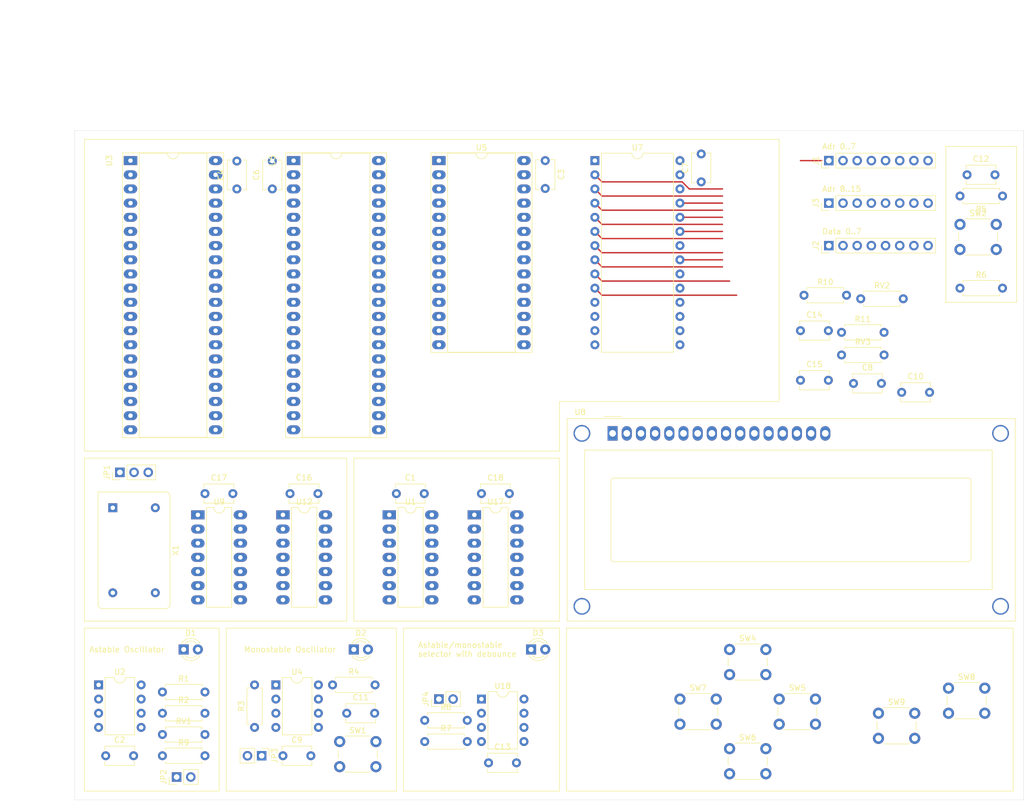
<source format=kicad_pcb>
(kicad_pcb (version 20171130) (host pcbnew 5.1.10-88a1d61d58~88~ubuntu20.04.1)

  (general
    (thickness 1.6)
    (drawings 48)
    (tracks 26)
    (zones 0)
    (modules 62)
    (nets 83)
  )

  (page A4)
  (layers
    (0 F.Cu signal)
    (31 B.Cu signal)
    (32 B.Adhes user)
    (33 F.Adhes user)
    (34 B.Paste user)
    (35 F.Paste user)
    (36 B.SilkS user)
    (37 F.SilkS user)
    (38 B.Mask user)
    (39 F.Mask user)
    (40 Dwgs.User user)
    (41 Cmts.User user)
    (42 Eco1.User user)
    (43 Eco2.User user)
    (44 Edge.Cuts user)
    (45 Margin user)
    (46 B.CrtYd user)
    (47 F.CrtYd user)
    (48 B.Fab user)
    (49 F.Fab user)
  )

  (setup
    (last_trace_width 0.25)
    (trace_clearance 0.2)
    (zone_clearance 0.508)
    (zone_45_only no)
    (trace_min 0.2)
    (via_size 0.8)
    (via_drill 0.4)
    (via_min_size 0.4)
    (via_min_drill 0.3)
    (uvia_size 0.3)
    (uvia_drill 0.1)
    (uvias_allowed no)
    (uvia_min_size 0.2)
    (uvia_min_drill 0.1)
    (edge_width 0.05)
    (segment_width 0.2)
    (pcb_text_width 0.3)
    (pcb_text_size 1.5 1.5)
    (mod_edge_width 0.12)
    (mod_text_size 1 1)
    (mod_text_width 0.15)
    (pad_size 1.524 1.524)
    (pad_drill 0.762)
    (pad_to_mask_clearance 0)
    (aux_axis_origin 0 0)
    (visible_elements FFFFFF7F)
    (pcbplotparams
      (layerselection 0x010fc_ffffffff)
      (usegerberextensions false)
      (usegerberattributes true)
      (usegerberadvancedattributes true)
      (creategerberjobfile true)
      (excludeedgelayer true)
      (linewidth 0.100000)
      (plotframeref false)
      (viasonmask false)
      (mode 1)
      (useauxorigin false)
      (hpglpennumber 1)
      (hpglpenspeed 20)
      (hpglpendiameter 15.000000)
      (psnegative false)
      (psa4output false)
      (plotreference true)
      (plotvalue true)
      (plotinvisibletext false)
      (padsonsilk false)
      (subtractmaskfromsilk false)
      (outputformat 1)
      (mirror false)
      (drillshape 1)
      (scaleselection 1)
      (outputdirectory ""))
  )

  (net 0 "")
  (net 1 GND)
  (net 2 +5V)
  (net 3 "Net-(C2-Pad1)")
  (net 4 "Net-(C9-Pad1)")
  (net 5 "Net-(C11-Pad1)")
  (net 6 /RESET)
  (net 7 "Net-(C13-Pad1)")
  (net 8 "Net-(D1-Pad2)")
  (net 9 "Net-(D2-Pad2)")
  (net 10 "Net-(D3-Pad2)")
  (net 11 "Net-(R1-Pad2)")
  (net 12 "Net-(R2-Pad2)")
  (net 13 "Net-(R3-Pad2)")
  (net 14 "Net-(R6-Pad1)")
  (net 15 "Net-(R7-Pad2)")
  (net 16 "Net-(R8-Pad2)")
  (net 17 "Net-(C5-Pad1)")
  (net 18 /A15)
  (net 19 "Net-(U1-Pad10)")
  (net 20 /A13)
  (net 21 /~A15)
  (net 22 /A14)
  (net 23 /A12)
  (net 24 /ACLK)
  (net 25 /A11)
  (net 26 /A10)
  (net 27 /A9)
  (net 28 CLK)
  (net 29 /A8)
  (net 30 /A7)
  (net 31 /A6)
  (net 32 /RWB)
  (net 33 /A5)
  (net 34 /D0)
  (net 35 /A4)
  (net 36 /D1)
  (net 37 /A3)
  (net 38 /D2)
  (net 39 /A2)
  (net 40 /D3)
  (net 41 /A1)
  (net 42 /D4)
  (net 43 /A0)
  (net 44 /D5)
  (net 45 /D6)
  (net 46 /D7)
  (net 47 /IRQB)
  (net 48 /MCLK)
  (net 49 "Net-(U17-Pad3)")
  (net 50 /CLKSEL)
  (net 51 "Net-(U12-Pad3)")
  (net 52 /HLT)
  (net 53 "Net-(JP1-Pad3)")
  (net 54 "Net-(JP1-Pad2)")
  (net 55 "Net-(JP1-Pad1)")
  (net 56 "Net-(JP2-Pad2)")
  (net 57 "Net-(JP3-Pad2)")
  (net 58 "Net-(JP4-Pad2)")
  (net 59 "Net-(RV2-Pad2)")
  (net 60 "Net-(RV3-Pad2)")
  (net 61 /PA0)
  (net 62 /PA3)
  (net 63 /PA1)
  (net 64 /PA2)
  (net 65 /PA4)
  (net 66 /PB7)
  (net 67 /PB6)
  (net 68 /PB5)
  (net 69 /PB4)
  (net 70 /PB3)
  (net 71 /PB2)
  (net 72 /PB1)
  (net 73 /PB0)
  (net 74 /PA7)
  (net 75 /PA6)
  (net 76 /PA5)
  (net 77 "Net-(U9-Pad13)")
  (net 78 "Net-(U9-Pad6)")
  (net 79 "Net-(U9-Pad12)")
  (net 80 "Net-(U12-Pad10)")
  (net 81 "Net-(U1-Pad12)")
  (net 82 "Net-(U1-Pad11)")

  (net_class Default "This is the default net class."
    (clearance 0.2)
    (trace_width 0.25)
    (via_dia 0.8)
    (via_drill 0.4)
    (uvia_dia 0.3)
    (uvia_drill 0.1)
    (add_net +5V)
    (add_net /A0)
    (add_net /A1)
    (add_net /A10)
    (add_net /A11)
    (add_net /A12)
    (add_net /A13)
    (add_net /A14)
    (add_net /A15)
    (add_net /A2)
    (add_net /A3)
    (add_net /A4)
    (add_net /A5)
    (add_net /A6)
    (add_net /A7)
    (add_net /A8)
    (add_net /A9)
    (add_net /ACLK)
    (add_net /CA1)
    (add_net /CA2)
    (add_net /CB1)
    (add_net /CB2)
    (add_net /CLKSEL)
    (add_net /D0)
    (add_net /D1)
    (add_net /D2)
    (add_net /D3)
    (add_net /D4)
    (add_net /D5)
    (add_net /D6)
    (add_net /D7)
    (add_net /HLT)
    (add_net /IRQB)
    (add_net /MCLK)
    (add_net /PA0)
    (add_net /PA1)
    (add_net /PA2)
    (add_net /PA3)
    (add_net /PA4)
    (add_net /PA5)
    (add_net /PA6)
    (add_net /PA7)
    (add_net /PB0)
    (add_net /PB1)
    (add_net /PB2)
    (add_net /PB3)
    (add_net /PB4)
    (add_net /PB5)
    (add_net /PB6)
    (add_net /PB7)
    (add_net /RESET)
    (add_net /RWB)
    (add_net /~A15)
    (add_net CLK)
    (add_net GND)
    (add_net "Net-(C11-Pad1)")
    (add_net "Net-(C13-Pad1)")
    (add_net "Net-(C2-Pad1)")
    (add_net "Net-(C5-Pad1)")
    (add_net "Net-(C9-Pad1)")
    (add_net "Net-(D1-Pad2)")
    (add_net "Net-(D2-Pad2)")
    (add_net "Net-(D3-Pad2)")
    (add_net "Net-(J1-Pad10)")
    (add_net "Net-(J1-Pad11)")
    (add_net "Net-(J1-Pad12)")
    (add_net "Net-(J1-Pad13)")
    (add_net "Net-(J1-Pad14)")
    (add_net "Net-(J1-Pad15)")
    (add_net "Net-(J1-Pad16)")
    (add_net "Net-(J1-Pad2)")
    (add_net "Net-(J1-Pad3)")
    (add_net "Net-(J1-Pad4)")
    (add_net "Net-(J1-Pad5)")
    (add_net "Net-(J1-Pad6)")
    (add_net "Net-(J1-Pad7)")
    (add_net "Net-(J1-Pad8)")
    (add_net "Net-(J1-Pad9)")
    (add_net "Net-(J2-Pad1)")
    (add_net "Net-(J2-Pad2)")
    (add_net "Net-(J2-Pad3)")
    (add_net "Net-(J2-Pad4)")
    (add_net "Net-(J2-Pad5)")
    (add_net "Net-(J2-Pad6)")
    (add_net "Net-(J2-Pad7)")
    (add_net "Net-(J2-Pad8)")
    (add_net "Net-(JP1-Pad1)")
    (add_net "Net-(JP1-Pad2)")
    (add_net "Net-(JP1-Pad3)")
    (add_net "Net-(JP2-Pad2)")
    (add_net "Net-(JP3-Pad2)")
    (add_net "Net-(JP4-Pad2)")
    (add_net "Net-(R1-Pad2)")
    (add_net "Net-(R2-Pad2)")
    (add_net "Net-(R3-Pad2)")
    (add_net "Net-(R6-Pad1)")
    (add_net "Net-(R7-Pad2)")
    (add_net "Net-(R8-Pad2)")
    (add_net "Net-(RV2-Pad2)")
    (add_net "Net-(RV3-Pad2)")
    (add_net "Net-(U1-Pad10)")
    (add_net "Net-(U1-Pad11)")
    (add_net "Net-(U1-Pad12)")
    (add_net "Net-(U12-Pad10)")
    (add_net "Net-(U12-Pad11)")
    (add_net "Net-(U12-Pad3)")
    (add_net "Net-(U17-Pad11)")
    (add_net "Net-(U17-Pad14)")
    (add_net "Net-(U17-Pad3)")
    (add_net "Net-(U17-Pad6)")
    (add_net "Net-(U17-Pad7)")
    (add_net "Net-(U17-Pad8)")
    (add_net "Net-(U18-Pad7)")
    (add_net "Net-(U3-Pad1)")
    (add_net "Net-(U3-Pad3)")
    (add_net "Net-(U3-Pad35)")
    (add_net "Net-(U3-Pad39)")
    (add_net "Net-(U3-Pad5)")
    (add_net "Net-(U3-Pad7)")
    (add_net "Net-(U6-Pad34)")
    (add_net "Net-(U9-Pad12)")
    (add_net "Net-(U9-Pad13)")
    (add_net "Net-(U9-Pad6)")
    (add_net "Net-(X1-Pad1)")
  )

  (module Connector_PinHeader_2.54mm:PinHeader_1x08_P2.54mm_Vertical (layer F.Cu) (tedit 59FED5CC) (tstamp 60A5C988)
    (at 165.1 33.02 90)
    (descr "Through hole straight pin header, 1x08, 2.54mm pitch, single row")
    (tags "Through hole pin header THT 1x08 2.54mm single row")
    (path /61DD7F9E)
    (fp_text reference J3 (at 0 -2.33 90) (layer F.SilkS)
      (effects (font (size 1 1) (thickness 0.15)))
    )
    (fp_text value Conn_01x08 (at 0 20.11 90) (layer F.Fab)
      (effects (font (size 1 1) (thickness 0.15)))
    )
    (fp_text user %R (at 0 8.89) (layer F.Fab)
      (effects (font (size 1 1) (thickness 0.15)))
    )
    (fp_line (start -0.635 -1.27) (end 1.27 -1.27) (layer F.Fab) (width 0.1))
    (fp_line (start 1.27 -1.27) (end 1.27 19.05) (layer F.Fab) (width 0.1))
    (fp_line (start 1.27 19.05) (end -1.27 19.05) (layer F.Fab) (width 0.1))
    (fp_line (start -1.27 19.05) (end -1.27 -0.635) (layer F.Fab) (width 0.1))
    (fp_line (start -1.27 -0.635) (end -0.635 -1.27) (layer F.Fab) (width 0.1))
    (fp_line (start -1.33 19.11) (end 1.33 19.11) (layer F.SilkS) (width 0.12))
    (fp_line (start -1.33 1.27) (end -1.33 19.11) (layer F.SilkS) (width 0.12))
    (fp_line (start 1.33 1.27) (end 1.33 19.11) (layer F.SilkS) (width 0.12))
    (fp_line (start -1.33 1.27) (end 1.33 1.27) (layer F.SilkS) (width 0.12))
    (fp_line (start -1.33 0) (end -1.33 -1.33) (layer F.SilkS) (width 0.12))
    (fp_line (start -1.33 -1.33) (end 0 -1.33) (layer F.SilkS) (width 0.12))
    (fp_line (start -1.8 -1.8) (end -1.8 19.55) (layer F.CrtYd) (width 0.05))
    (fp_line (start -1.8 19.55) (end 1.8 19.55) (layer F.CrtYd) (width 0.05))
    (fp_line (start 1.8 19.55) (end 1.8 -1.8) (layer F.CrtYd) (width 0.05))
    (fp_line (start 1.8 -1.8) (end -1.8 -1.8) (layer F.CrtYd) (width 0.05))
    (pad 8 thru_hole oval (at 0 17.78 90) (size 1.7 1.7) (drill 1) (layers *.Cu *.Mask)
      (net 18 /A15))
    (pad 7 thru_hole oval (at 0 15.24 90) (size 1.7 1.7) (drill 1) (layers *.Cu *.Mask)
      (net 22 /A14))
    (pad 6 thru_hole oval (at 0 12.7 90) (size 1.7 1.7) (drill 1) (layers *.Cu *.Mask)
      (net 20 /A13))
    (pad 5 thru_hole oval (at 0 10.16 90) (size 1.7 1.7) (drill 1) (layers *.Cu *.Mask)
      (net 23 /A12))
    (pad 4 thru_hole oval (at 0 7.62 90) (size 1.7 1.7) (drill 1) (layers *.Cu *.Mask)
      (net 25 /A11))
    (pad 3 thru_hole oval (at 0 5.08 90) (size 1.7 1.7) (drill 1) (layers *.Cu *.Mask)
      (net 26 /A10))
    (pad 2 thru_hole oval (at 0 2.54 90) (size 1.7 1.7) (drill 1) (layers *.Cu *.Mask)
      (net 27 /A9))
    (pad 1 thru_hole rect (at 0 0 90) (size 1.7 1.7) (drill 1) (layers *.Cu *.Mask)
      (net 29 /A8))
    (model ${KISYS3DMOD}/Connector_PinHeader_2.54mm.3dshapes/PinHeader_1x08_P2.54mm_Vertical.wrl
      (at (xyz 0 0 0))
      (scale (xyz 1 1 1))
      (rotate (xyz 0 0 0))
    )
  )

  (module Connector_PinHeader_2.54mm:PinHeader_1x08_P2.54mm_Vertical (layer F.Cu) (tedit 59FED5CC) (tstamp 60A58A39)
    (at 165.1 25.4 90)
    (descr "Through hole straight pin header, 1x08, 2.54mm pitch, single row")
    (tags "Through hole pin header THT 1x08 2.54mm single row")
    (path /61DD6B1A)
    (fp_text reference J1 (at 0 -2.33 90) (layer F.SilkS)
      (effects (font (size 1 1) (thickness 0.15)))
    )
    (fp_text value Conn_01x08 (at 0 20.11 90) (layer F.Fab)
      (effects (font (size 1 1) (thickness 0.15)))
    )
    (fp_text user %R (at 0 8.89) (layer F.Fab)
      (effects (font (size 1 1) (thickness 0.15)))
    )
    (fp_line (start -0.635 -1.27) (end 1.27 -1.27) (layer F.Fab) (width 0.1))
    (fp_line (start 1.27 -1.27) (end 1.27 19.05) (layer F.Fab) (width 0.1))
    (fp_line (start 1.27 19.05) (end -1.27 19.05) (layer F.Fab) (width 0.1))
    (fp_line (start -1.27 19.05) (end -1.27 -0.635) (layer F.Fab) (width 0.1))
    (fp_line (start -1.27 -0.635) (end -0.635 -1.27) (layer F.Fab) (width 0.1))
    (fp_line (start -1.33 19.11) (end 1.33 19.11) (layer F.SilkS) (width 0.12))
    (fp_line (start -1.33 1.27) (end -1.33 19.11) (layer F.SilkS) (width 0.12))
    (fp_line (start 1.33 1.27) (end 1.33 19.11) (layer F.SilkS) (width 0.12))
    (fp_line (start -1.33 1.27) (end 1.33 1.27) (layer F.SilkS) (width 0.12))
    (fp_line (start -1.33 0) (end -1.33 -1.33) (layer F.SilkS) (width 0.12))
    (fp_line (start -1.33 -1.33) (end 0 -1.33) (layer F.SilkS) (width 0.12))
    (fp_line (start -1.8 -1.8) (end -1.8 19.55) (layer F.CrtYd) (width 0.05))
    (fp_line (start -1.8 19.55) (end 1.8 19.55) (layer F.CrtYd) (width 0.05))
    (fp_line (start 1.8 19.55) (end 1.8 -1.8) (layer F.CrtYd) (width 0.05))
    (fp_line (start 1.8 -1.8) (end -1.8 -1.8) (layer F.CrtYd) (width 0.05))
    (pad 8 thru_hole oval (at 0 17.78 90) (size 1.7 1.7) (drill 1) (layers *.Cu *.Mask)
      (net 30 /A7))
    (pad 7 thru_hole oval (at 0 15.24 90) (size 1.7 1.7) (drill 1) (layers *.Cu *.Mask)
      (net 31 /A6))
    (pad 6 thru_hole oval (at 0 12.7 90) (size 1.7 1.7) (drill 1) (layers *.Cu *.Mask)
      (net 33 /A5))
    (pad 5 thru_hole oval (at 0 10.16 90) (size 1.7 1.7) (drill 1) (layers *.Cu *.Mask)
      (net 35 /A4))
    (pad 4 thru_hole oval (at 0 7.62 90) (size 1.7 1.7) (drill 1) (layers *.Cu *.Mask)
      (net 37 /A3))
    (pad 3 thru_hole oval (at 0 5.08 90) (size 1.7 1.7) (drill 1) (layers *.Cu *.Mask)
      (net 39 /A2))
    (pad 2 thru_hole oval (at 0 2.54 90) (size 1.7 1.7) (drill 1) (layers *.Cu *.Mask)
      (net 41 /A1))
    (pad 1 thru_hole rect (at 0 0 90) (size 1.7 1.7) (drill 1) (layers *.Cu *.Mask)
      (net 43 /A0))
    (model ${KISYS3DMOD}/Connector_PinHeader_2.54mm.3dshapes/PinHeader_1x08_P2.54mm_Vertical.wrl
      (at (xyz 0 0 0))
      (scale (xyz 1 1 1))
      (rotate (xyz 0 0 0))
    )
  )

  (module Connector_PinHeader_2.54mm:PinHeader_1x08_P2.54mm_Vertical (layer F.Cu) (tedit 59FED5CC) (tstamp 60A5CA47)
    (at 165.1 40.64 90)
    (descr "Through hole straight pin header, 1x08, 2.54mm pitch, single row")
    (tags "Through hole pin header THT 1x08 2.54mm single row")
    (path /611F3BCC)
    (fp_text reference J2 (at 0 -2.33 90) (layer F.SilkS)
      (effects (font (size 1 1) (thickness 0.15)))
    )
    (fp_text value Conn_01x08 (at 0 20.11 90) (layer F.Fab)
      (effects (font (size 1 1) (thickness 0.15)))
    )
    (fp_text user %R (at 0 8.89) (layer F.Fab)
      (effects (font (size 1 1) (thickness 0.15)))
    )
    (fp_line (start -0.635 -1.27) (end 1.27 -1.27) (layer F.Fab) (width 0.1))
    (fp_line (start 1.27 -1.27) (end 1.27 19.05) (layer F.Fab) (width 0.1))
    (fp_line (start 1.27 19.05) (end -1.27 19.05) (layer F.Fab) (width 0.1))
    (fp_line (start -1.27 19.05) (end -1.27 -0.635) (layer F.Fab) (width 0.1))
    (fp_line (start -1.27 -0.635) (end -0.635 -1.27) (layer F.Fab) (width 0.1))
    (fp_line (start -1.33 19.11) (end 1.33 19.11) (layer F.SilkS) (width 0.12))
    (fp_line (start -1.33 1.27) (end -1.33 19.11) (layer F.SilkS) (width 0.12))
    (fp_line (start 1.33 1.27) (end 1.33 19.11) (layer F.SilkS) (width 0.12))
    (fp_line (start -1.33 1.27) (end 1.33 1.27) (layer F.SilkS) (width 0.12))
    (fp_line (start -1.33 0) (end -1.33 -1.33) (layer F.SilkS) (width 0.12))
    (fp_line (start -1.33 -1.33) (end 0 -1.33) (layer F.SilkS) (width 0.12))
    (fp_line (start -1.8 -1.8) (end -1.8 19.55) (layer F.CrtYd) (width 0.05))
    (fp_line (start -1.8 19.55) (end 1.8 19.55) (layer F.CrtYd) (width 0.05))
    (fp_line (start 1.8 19.55) (end 1.8 -1.8) (layer F.CrtYd) (width 0.05))
    (fp_line (start 1.8 -1.8) (end -1.8 -1.8) (layer F.CrtYd) (width 0.05))
    (pad 8 thru_hole oval (at 0 17.78 90) (size 1.7 1.7) (drill 1) (layers *.Cu *.Mask)
      (net 46 /D7))
    (pad 7 thru_hole oval (at 0 15.24 90) (size 1.7 1.7) (drill 1) (layers *.Cu *.Mask)
      (net 45 /D6))
    (pad 6 thru_hole oval (at 0 12.7 90) (size 1.7 1.7) (drill 1) (layers *.Cu *.Mask)
      (net 44 /D5))
    (pad 5 thru_hole oval (at 0 10.16 90) (size 1.7 1.7) (drill 1) (layers *.Cu *.Mask)
      (net 42 /D4))
    (pad 4 thru_hole oval (at 0 7.62 90) (size 1.7 1.7) (drill 1) (layers *.Cu *.Mask)
      (net 40 /D3))
    (pad 3 thru_hole oval (at 0 5.08 90) (size 1.7 1.7) (drill 1) (layers *.Cu *.Mask)
      (net 38 /D2))
    (pad 2 thru_hole oval (at 0 2.54 90) (size 1.7 1.7) (drill 1) (layers *.Cu *.Mask)
      (net 36 /D1))
    (pad 1 thru_hole rect (at 0 0 90) (size 1.7 1.7) (drill 1) (layers *.Cu *.Mask)
      (net 34 /D0))
    (model ${KISYS3DMOD}/Connector_PinHeader_2.54mm.3dshapes/PinHeader_1x08_P2.54mm_Vertical.wrl
      (at (xyz 0 0 0))
      (scale (xyz 1 1 1))
      (rotate (xyz 0 0 0))
    )
  )

  (module LED_THT:LED_D3.0mm (layer F.Cu) (tedit 587A3A7B) (tstamp 60827403)
    (at 111.76 113.03)
    (descr "LED, diameter 3.0mm, 2 pins")
    (tags "LED diameter 3.0mm 2 pins")
    (path /608BAAA4)
    (fp_text reference D3 (at 1.27 -2.96) (layer F.SilkS)
      (effects (font (size 1 1) (thickness 0.15)))
    )
    (fp_text value LED (at 1.27 2.96) (layer F.Fab)
      (effects (font (size 1 1) (thickness 0.15)))
    )
    (fp_arc (start 1.27 0) (end 0.229039 1.08) (angle -87.9) (layer F.SilkS) (width 0.12))
    (fp_arc (start 1.27 0) (end 0.229039 -1.08) (angle 87.9) (layer F.SilkS) (width 0.12))
    (fp_arc (start 1.27 0) (end -0.29 1.235516) (angle -108.8) (layer F.SilkS) (width 0.12))
    (fp_arc (start 1.27 0) (end -0.29 -1.235516) (angle 108.8) (layer F.SilkS) (width 0.12))
    (fp_arc (start 1.27 0) (end -0.23 -1.16619) (angle 284.3) (layer F.Fab) (width 0.1))
    (fp_circle (center 1.27 0) (end 2.77 0) (layer F.Fab) (width 0.1))
    (fp_line (start -0.23 -1.16619) (end -0.23 1.16619) (layer F.Fab) (width 0.1))
    (fp_line (start -0.29 -1.236) (end -0.29 -1.08) (layer F.SilkS) (width 0.12))
    (fp_line (start -0.29 1.08) (end -0.29 1.236) (layer F.SilkS) (width 0.12))
    (fp_line (start -1.15 -2.25) (end -1.15 2.25) (layer F.CrtYd) (width 0.05))
    (fp_line (start -1.15 2.25) (end 3.7 2.25) (layer F.CrtYd) (width 0.05))
    (fp_line (start 3.7 2.25) (end 3.7 -2.25) (layer F.CrtYd) (width 0.05))
    (fp_line (start 3.7 -2.25) (end -1.15 -2.25) (layer F.CrtYd) (width 0.05))
    (pad 2 thru_hole circle (at 2.54 0) (size 1.8 1.8) (drill 0.9) (layers *.Cu *.Mask)
      (net 10 "Net-(D3-Pad2)"))
    (pad 1 thru_hole rect (at 0 0) (size 1.8 1.8) (drill 0.9) (layers *.Cu *.Mask)
      (net 1 GND))
    (model ${KISYS3DMOD}/LED_THT.3dshapes/LED_D3.0mm.wrl
      (at (xyz 0 0 0))
      (scale (xyz 1 1 1))
      (rotate (xyz 0 0 0))
    )
  )

  (module LED_THT:LED_D3.0mm (layer F.Cu) (tedit 587A3A7B) (tstamp 608273F1)
    (at 80.01 113.03)
    (descr "LED, diameter 3.0mm, 2 pins")
    (tags "LED diameter 3.0mm 2 pins")
    (path /608BA5F5)
    (fp_text reference D2 (at 1.27 -2.96) (layer F.SilkS)
      (effects (font (size 1 1) (thickness 0.15)))
    )
    (fp_text value LED (at 1.27 2.96) (layer F.Fab)
      (effects (font (size 1 1) (thickness 0.15)))
    )
    (fp_arc (start 1.27 0) (end 0.229039 1.08) (angle -87.9) (layer F.SilkS) (width 0.12))
    (fp_arc (start 1.27 0) (end 0.229039 -1.08) (angle 87.9) (layer F.SilkS) (width 0.12))
    (fp_arc (start 1.27 0) (end -0.29 1.235516) (angle -108.8) (layer F.SilkS) (width 0.12))
    (fp_arc (start 1.27 0) (end -0.29 -1.235516) (angle 108.8) (layer F.SilkS) (width 0.12))
    (fp_arc (start 1.27 0) (end -0.23 -1.16619) (angle 284.3) (layer F.Fab) (width 0.1))
    (fp_circle (center 1.27 0) (end 2.77 0) (layer F.Fab) (width 0.1))
    (fp_line (start -0.23 -1.16619) (end -0.23 1.16619) (layer F.Fab) (width 0.1))
    (fp_line (start -0.29 -1.236) (end -0.29 -1.08) (layer F.SilkS) (width 0.12))
    (fp_line (start -0.29 1.08) (end -0.29 1.236) (layer F.SilkS) (width 0.12))
    (fp_line (start -1.15 -2.25) (end -1.15 2.25) (layer F.CrtYd) (width 0.05))
    (fp_line (start -1.15 2.25) (end 3.7 2.25) (layer F.CrtYd) (width 0.05))
    (fp_line (start 3.7 2.25) (end 3.7 -2.25) (layer F.CrtYd) (width 0.05))
    (fp_line (start 3.7 -2.25) (end -1.15 -2.25) (layer F.CrtYd) (width 0.05))
    (pad 2 thru_hole circle (at 2.54 0) (size 1.8 1.8) (drill 0.9) (layers *.Cu *.Mask)
      (net 9 "Net-(D2-Pad2)"))
    (pad 1 thru_hole rect (at 0 0) (size 1.8 1.8) (drill 0.9) (layers *.Cu *.Mask)
      (net 1 GND))
    (model ${KISYS3DMOD}/LED_THT.3dshapes/LED_D3.0mm.wrl
      (at (xyz 0 0 0))
      (scale (xyz 1 1 1))
      (rotate (xyz 0 0 0))
    )
  )

  (module LED_THT:LED_D3.0mm (layer F.Cu) (tedit 587A3A7B) (tstamp 60A3E93C)
    (at 49.53 113.03)
    (descr "LED, diameter 3.0mm, 2 pins")
    (tags "LED diameter 3.0mm 2 pins")
    (path /608B8B55)
    (fp_text reference D1 (at 1.27 -2.96) (layer F.SilkS)
      (effects (font (size 1 1) (thickness 0.15)))
    )
    (fp_text value LED (at 1.27 2.96) (layer F.Fab)
      (effects (font (size 1 1) (thickness 0.15)))
    )
    (fp_arc (start 1.27 0) (end 0.229039 1.08) (angle -87.9) (layer F.SilkS) (width 0.12))
    (fp_arc (start 1.27 0) (end 0.229039 -1.08) (angle 87.9) (layer F.SilkS) (width 0.12))
    (fp_arc (start 1.27 0) (end -0.29 1.235516) (angle -108.8) (layer F.SilkS) (width 0.12))
    (fp_arc (start 1.27 0) (end -0.29 -1.235516) (angle 108.8) (layer F.SilkS) (width 0.12))
    (fp_arc (start 1.27 0) (end -0.23 -1.16619) (angle 284.3) (layer F.Fab) (width 0.1))
    (fp_circle (center 1.27 0) (end 2.77 0) (layer F.Fab) (width 0.1))
    (fp_line (start -0.23 -1.16619) (end -0.23 1.16619) (layer F.Fab) (width 0.1))
    (fp_line (start -0.29 -1.236) (end -0.29 -1.08) (layer F.SilkS) (width 0.12))
    (fp_line (start -0.29 1.08) (end -0.29 1.236) (layer F.SilkS) (width 0.12))
    (fp_line (start -1.15 -2.25) (end -1.15 2.25) (layer F.CrtYd) (width 0.05))
    (fp_line (start -1.15 2.25) (end 3.7 2.25) (layer F.CrtYd) (width 0.05))
    (fp_line (start 3.7 2.25) (end 3.7 -2.25) (layer F.CrtYd) (width 0.05))
    (fp_line (start 3.7 -2.25) (end -1.15 -2.25) (layer F.CrtYd) (width 0.05))
    (pad 2 thru_hole circle (at 2.54 0) (size 1.8 1.8) (drill 0.9) (layers *.Cu *.Mask)
      (net 8 "Net-(D1-Pad2)"))
    (pad 1 thru_hole rect (at 0 0) (size 1.8 1.8) (drill 0.9) (layers *.Cu *.Mask)
      (net 1 GND))
    (model ${KISYS3DMOD}/LED_THT.3dshapes/LED_D3.0mm.wrl
      (at (xyz 0 0 0))
      (scale (xyz 1 1 1))
      (rotate (xyz 0 0 0))
    )
  )

  (module Capacitor_THT:C_Disc_D5.1mm_W3.2mm_P5.00mm (layer F.Cu) (tedit 5AE50EF0) (tstamp 60A37038)
    (at 102.87 85.09)
    (descr "C, Disc series, Radial, pin pitch=5.00mm, , diameter*width=5.1*3.2mm^2, Capacitor, http://www.vishay.com/docs/45233/krseries.pdf")
    (tags "C Disc series Radial pin pitch 5.00mm  diameter 5.1mm width 3.2mm Capacitor")
    (path /60E98B39)
    (fp_text reference C18 (at 2.5 -2.85) (layer F.SilkS)
      (effects (font (size 1 1) (thickness 0.15)))
    )
    (fp_text value 100n (at 2.5 2.85) (layer F.Fab)
      (effects (font (size 1 1) (thickness 0.15)))
    )
    (fp_text user %R (at 2.5 0) (layer F.Fab)
      (effects (font (size 1 1) (thickness 0.15)))
    )
    (fp_line (start -0.05 -1.6) (end -0.05 1.6) (layer F.Fab) (width 0.1))
    (fp_line (start -0.05 1.6) (end 5.05 1.6) (layer F.Fab) (width 0.1))
    (fp_line (start 5.05 1.6) (end 5.05 -1.6) (layer F.Fab) (width 0.1))
    (fp_line (start 5.05 -1.6) (end -0.05 -1.6) (layer F.Fab) (width 0.1))
    (fp_line (start -0.17 -1.721) (end 5.17 -1.721) (layer F.SilkS) (width 0.12))
    (fp_line (start -0.17 1.721) (end 5.17 1.721) (layer F.SilkS) (width 0.12))
    (fp_line (start -0.17 -1.721) (end -0.17 -1.055) (layer F.SilkS) (width 0.12))
    (fp_line (start -0.17 1.055) (end -0.17 1.721) (layer F.SilkS) (width 0.12))
    (fp_line (start 5.17 -1.721) (end 5.17 -1.055) (layer F.SilkS) (width 0.12))
    (fp_line (start 5.17 1.055) (end 5.17 1.721) (layer F.SilkS) (width 0.12))
    (fp_line (start -1.05 -1.85) (end -1.05 1.85) (layer F.CrtYd) (width 0.05))
    (fp_line (start -1.05 1.85) (end 6.05 1.85) (layer F.CrtYd) (width 0.05))
    (fp_line (start 6.05 1.85) (end 6.05 -1.85) (layer F.CrtYd) (width 0.05))
    (fp_line (start 6.05 -1.85) (end -1.05 -1.85) (layer F.CrtYd) (width 0.05))
    (pad 2 thru_hole circle (at 5 0) (size 1.6 1.6) (drill 0.8) (layers *.Cu *.Mask)
      (net 1 GND))
    (pad 1 thru_hole circle (at 0 0) (size 1.6 1.6) (drill 0.8) (layers *.Cu *.Mask)
      (net 2 +5V))
    (model ${KISYS3DMOD}/Capacitor_THT.3dshapes/C_Disc_D5.1mm_W3.2mm_P5.00mm.wrl
      (at (xyz 0 0 0))
      (scale (xyz 1 1 1))
      (rotate (xyz 0 0 0))
    )
  )

  (module Capacitor_THT:C_Disc_D5.1mm_W3.2mm_P5.00mm (layer F.Cu) (tedit 5AE50EF0) (tstamp 60A2ED80)
    (at 53.34 85.09)
    (descr "C, Disc series, Radial, pin pitch=5.00mm, , diameter*width=5.1*3.2mm^2, Capacitor, http://www.vishay.com/docs/45233/krseries.pdf")
    (tags "C Disc series Radial pin pitch 5.00mm  diameter 5.1mm width 3.2mm Capacitor")
    (path /60C84074)
    (fp_text reference C17 (at 2.5 -2.85) (layer F.SilkS)
      (effects (font (size 1 1) (thickness 0.15)))
    )
    (fp_text value 100n (at 2.5 2.85) (layer F.Fab)
      (effects (font (size 1 1) (thickness 0.15)))
    )
    (fp_text user %R (at 2.5 0) (layer F.Fab)
      (effects (font (size 1 1) (thickness 0.15)))
    )
    (fp_line (start -0.05 -1.6) (end -0.05 1.6) (layer F.Fab) (width 0.1))
    (fp_line (start -0.05 1.6) (end 5.05 1.6) (layer F.Fab) (width 0.1))
    (fp_line (start 5.05 1.6) (end 5.05 -1.6) (layer F.Fab) (width 0.1))
    (fp_line (start 5.05 -1.6) (end -0.05 -1.6) (layer F.Fab) (width 0.1))
    (fp_line (start -0.17 -1.721) (end 5.17 -1.721) (layer F.SilkS) (width 0.12))
    (fp_line (start -0.17 1.721) (end 5.17 1.721) (layer F.SilkS) (width 0.12))
    (fp_line (start -0.17 -1.721) (end -0.17 -1.055) (layer F.SilkS) (width 0.12))
    (fp_line (start -0.17 1.055) (end -0.17 1.721) (layer F.SilkS) (width 0.12))
    (fp_line (start 5.17 -1.721) (end 5.17 -1.055) (layer F.SilkS) (width 0.12))
    (fp_line (start 5.17 1.055) (end 5.17 1.721) (layer F.SilkS) (width 0.12))
    (fp_line (start -1.05 -1.85) (end -1.05 1.85) (layer F.CrtYd) (width 0.05))
    (fp_line (start -1.05 1.85) (end 6.05 1.85) (layer F.CrtYd) (width 0.05))
    (fp_line (start 6.05 1.85) (end 6.05 -1.85) (layer F.CrtYd) (width 0.05))
    (fp_line (start 6.05 -1.85) (end -1.05 -1.85) (layer F.CrtYd) (width 0.05))
    (pad 2 thru_hole circle (at 5 0) (size 1.6 1.6) (drill 0.8) (layers *.Cu *.Mask)
      (net 1 GND))
    (pad 1 thru_hole circle (at 0 0) (size 1.6 1.6) (drill 0.8) (layers *.Cu *.Mask)
      (net 2 +5V))
    (model ${KISYS3DMOD}/Capacitor_THT.3dshapes/C_Disc_D5.1mm_W3.2mm_P5.00mm.wrl
      (at (xyz 0 0 0))
      (scale (xyz 1 1 1))
      (rotate (xyz 0 0 0))
    )
  )

  (module Capacitor_THT:C_Disc_D5.1mm_W3.2mm_P5.00mm (layer F.Cu) (tedit 5AE50EF0) (tstamp 60A3DD4E)
    (at 68.58 85.09)
    (descr "C, Disc series, Radial, pin pitch=5.00mm, , diameter*width=5.1*3.2mm^2, Capacitor, http://www.vishay.com/docs/45233/krseries.pdf")
    (tags "C Disc series Radial pin pitch 5.00mm  diameter 5.1mm width 3.2mm Capacitor")
    (path /60C84B70)
    (fp_text reference C16 (at 2.5 -2.85) (layer F.SilkS)
      (effects (font (size 1 1) (thickness 0.15)))
    )
    (fp_text value 100n (at 2.5 2.85) (layer F.Fab)
      (effects (font (size 1 1) (thickness 0.15)))
    )
    (fp_text user %R (at 2.5 0) (layer F.Fab)
      (effects (font (size 1 1) (thickness 0.15)))
    )
    (fp_line (start -0.05 -1.6) (end -0.05 1.6) (layer F.Fab) (width 0.1))
    (fp_line (start -0.05 1.6) (end 5.05 1.6) (layer F.Fab) (width 0.1))
    (fp_line (start 5.05 1.6) (end 5.05 -1.6) (layer F.Fab) (width 0.1))
    (fp_line (start 5.05 -1.6) (end -0.05 -1.6) (layer F.Fab) (width 0.1))
    (fp_line (start -0.17 -1.721) (end 5.17 -1.721) (layer F.SilkS) (width 0.12))
    (fp_line (start -0.17 1.721) (end 5.17 1.721) (layer F.SilkS) (width 0.12))
    (fp_line (start -0.17 -1.721) (end -0.17 -1.055) (layer F.SilkS) (width 0.12))
    (fp_line (start -0.17 1.055) (end -0.17 1.721) (layer F.SilkS) (width 0.12))
    (fp_line (start 5.17 -1.721) (end 5.17 -1.055) (layer F.SilkS) (width 0.12))
    (fp_line (start 5.17 1.055) (end 5.17 1.721) (layer F.SilkS) (width 0.12))
    (fp_line (start -1.05 -1.85) (end -1.05 1.85) (layer F.CrtYd) (width 0.05))
    (fp_line (start -1.05 1.85) (end 6.05 1.85) (layer F.CrtYd) (width 0.05))
    (fp_line (start 6.05 1.85) (end 6.05 -1.85) (layer F.CrtYd) (width 0.05))
    (fp_line (start 6.05 -1.85) (end -1.05 -1.85) (layer F.CrtYd) (width 0.05))
    (pad 2 thru_hole circle (at 5 0) (size 1.6 1.6) (drill 0.8) (layers *.Cu *.Mask)
      (net 1 GND))
    (pad 1 thru_hole circle (at 0 0) (size 1.6 1.6) (drill 0.8) (layers *.Cu *.Mask)
      (net 2 +5V))
    (model ${KISYS3DMOD}/Capacitor_THT.3dshapes/C_Disc_D5.1mm_W3.2mm_P5.00mm.wrl
      (at (xyz 0 0 0))
      (scale (xyz 1 1 1))
      (rotate (xyz 0 0 0))
    )
  )

  (module Display:WC1602A (layer F.Cu) (tedit 5A02FE80) (tstamp 60A28E3D)
    (at 126.365 74.295)
    (descr "LCD 16x2 http://www.wincomlcd.com/pdf/WC1602A-SFYLYHTC06.pdf")
    (tags "LCD 16x2 Alphanumeric 16pin")
    (path /60160A42)
    (fp_text reference U8 (at -5.82 -3.81) (layer F.SilkS)
      (effects (font (size 1 1) (thickness 0.15)))
    )
    (fp_text value HD44780 (at -4.31 34.66) (layer F.Fab)
      (effects (font (size 1 1) (thickness 0.15)))
    )
    (fp_arc (start 0.20066 8.49884) (end -0.29972 8.49884) (angle 90) (layer F.SilkS) (width 0.12))
    (fp_arc (start 0.20066 22.49932) (end 0.20066 22.9997) (angle 90) (layer F.SilkS) (width 0.12))
    (fp_arc (start 63.70066 22.49932) (end 64.20104 22.49932) (angle 90) (layer F.SilkS) (width 0.12))
    (fp_arc (start 63.7 8.5) (end 63.7 8) (angle 90) (layer F.SilkS) (width 0.12))
    (fp_text user %R (at 30.37 14.74) (layer F.Fab)
      (effects (font (size 1 1) (thickness 0.1)))
    )
    (fp_line (start -8.14 33.64) (end 72.14 33.64) (layer F.SilkS) (width 0.12))
    (fp_line (start 72.14 33.64) (end 72.14 -2.64) (layer F.SilkS) (width 0.12))
    (fp_line (start 72.14 -2.64) (end -7.34 -2.64) (layer F.SilkS) (width 0.12))
    (fp_line (start -8.14 -2.64) (end -8.14 33.64) (layer F.SilkS) (width 0.12))
    (fp_line (start -8.13 -2.64) (end -7.34 -2.64) (layer F.SilkS) (width 0.12))
    (fp_line (start -8.25 -2.75) (end -8.25 33.75) (layer F.CrtYd) (width 0.05))
    (fp_line (start -8.25 33.75) (end 72.25 33.75) (layer F.CrtYd) (width 0.05))
    (fp_line (start 72.25 -2.75) (end 72.25 33.75) (layer F.CrtYd) (width 0.05))
    (fp_line (start -1.5 -3) (end 1.5 -3) (layer F.SilkS) (width 0.12))
    (fp_line (start -8.25 -2.75) (end 72.25 -2.75) (layer F.CrtYd) (width 0.05))
    (fp_line (start 1 -2.5) (end 0 -1.5) (layer F.Fab) (width 0.1))
    (fp_line (start 0 -1.5) (end -1 -2.5) (layer F.Fab) (width 0.1))
    (fp_line (start -1 -2.5) (end -8 -2.5) (layer F.Fab) (width 0.1))
    (fp_line (start 0.2 8) (end 63.7 8) (layer F.SilkS) (width 0.12))
    (fp_line (start -0.29972 22.49932) (end -0.29972 8.5) (layer F.SilkS) (width 0.12))
    (fp_line (start 63.70066 23) (end 0.2 23) (layer F.SilkS) (width 0.12))
    (fp_line (start 64.2 8.5) (end 64.2 22.5) (layer F.SilkS) (width 0.12))
    (fp_line (start -5 3) (end 68 3) (layer F.SilkS) (width 0.12))
    (fp_line (start 68 3) (end 68 28) (layer F.SilkS) (width 0.12))
    (fp_line (start 68 28) (end -5 28) (layer F.SilkS) (width 0.12))
    (fp_line (start -5 28) (end -5 3) (layer F.SilkS) (width 0.12))
    (fp_line (start 1 -2.5) (end 72 -2.5) (layer F.Fab) (width 0.1))
    (fp_line (start 72 -2.5) (end 72 33.5) (layer F.Fab) (width 0.1))
    (fp_line (start 72 33.5) (end -8 33.5) (layer F.Fab) (width 0.1))
    (fp_line (start -8 33.5) (end -8 -2.5) (layer F.Fab) (width 0.1))
    (pad "" thru_hole circle (at 69.5 0) (size 3 3) (drill 2.5) (layers *.Cu *.Mask))
    (pad "" thru_hole circle (at 69.49948 31.0007) (size 3 3) (drill 2.5) (layers *.Cu *.Mask))
    (pad "" thru_hole circle (at -5.4991 31.0007) (size 3 3) (drill 2.5) (layers *.Cu *.Mask))
    (pad "" thru_hole circle (at -5.4991 0) (size 3 3) (drill 2.5) (layers *.Cu *.Mask))
    (pad 16 thru_hole oval (at 38.1 0) (size 1.8 2.6) (drill 1.2) (layers *.Cu *.Mask)
      (net 1 GND))
    (pad 15 thru_hole oval (at 35.56 0) (size 1.8 2.6) (drill 1.2) (layers *.Cu *.Mask)
      (net 59 "Net-(RV2-Pad2)"))
    (pad 14 thru_hole oval (at 33.02 0) (size 1.8 2.6) (drill 1.2) (layers *.Cu *.Mask)
      (net 66 /PB7))
    (pad 13 thru_hole oval (at 30.48 0) (size 1.8 2.6) (drill 1.2) (layers *.Cu *.Mask)
      (net 67 /PB6))
    (pad 12 thru_hole oval (at 27.94 0) (size 1.8 2.6) (drill 1.2) (layers *.Cu *.Mask)
      (net 68 /PB5))
    (pad 11 thru_hole oval (at 25.4 0) (size 1.8 2.6) (drill 1.2) (layers *.Cu *.Mask)
      (net 69 /PB4))
    (pad 10 thru_hole oval (at 22.86 0) (size 1.8 2.6) (drill 1.2) (layers *.Cu *.Mask)
      (net 70 /PB3))
    (pad 9 thru_hole oval (at 20.32 0) (size 1.8 2.6) (drill 1.2) (layers *.Cu *.Mask)
      (net 71 /PB2))
    (pad 8 thru_hole oval (at 17.78 0) (size 1.8 2.6) (drill 1.2) (layers *.Cu *.Mask)
      (net 72 /PB1))
    (pad 7 thru_hole oval (at 15.24 0) (size 1.8 2.6) (drill 1.2) (layers *.Cu *.Mask)
      (net 73 /PB0))
    (pad 6 thru_hole oval (at 12.7 0) (size 1.8 2.6) (drill 1.2) (layers *.Cu *.Mask)
      (net 74 /PA7))
    (pad 5 thru_hole oval (at 10.16 0) (size 1.8 2.6) (drill 1.2) (layers *.Cu *.Mask)
      (net 75 /PA6))
    (pad 4 thru_hole oval (at 7.62 0) (size 1.8 2.6) (drill 1.2) (layers *.Cu *.Mask)
      (net 76 /PA5))
    (pad 3 thru_hole oval (at 5.08 0) (size 1.8 2.6) (drill 1.2) (layers *.Cu *.Mask)
      (net 60 "Net-(RV3-Pad2)"))
    (pad 2 thru_hole oval (at 2.54 0) (size 1.8 2.6) (drill 1.2) (layers *.Cu *.Mask)
      (net 2 +5V))
    (pad 1 thru_hole rect (at 0 0) (size 1.8 2.6) (drill 1.2) (layers *.Cu *.Mask)
      (net 1 GND))
    (model ${KISYS3DMOD}/Display.3dshapes/WC1602A.wrl
      (at (xyz 0 0 0))
      (scale (xyz 1 1 1))
      (rotate (xyz 0 0 0))
    )
  )

  (module Button_Switch_THT:SW_PUSH_6mm (layer F.Cu) (tedit 5A02FE31) (tstamp 60A46759)
    (at 173.99 124.46)
    (descr https://www.omron.com/ecb/products/pdf/en-b3f.pdf)
    (tags "tact sw push 6mm")
    (path /60C9FBF7)
    (fp_text reference SW9 (at 3.25 -2) (layer F.SilkS)
      (effects (font (size 1 1) (thickness 0.15)))
    )
    (fp_text value SW_Push (at 3.75 6.7) (layer F.Fab)
      (effects (font (size 1 1) (thickness 0.15)))
    )
    (fp_text user %R (at 3.25 2.25) (layer F.Fab)
      (effects (font (size 1 1) (thickness 0.15)))
    )
    (fp_line (start 3.25 -0.75) (end 6.25 -0.75) (layer F.Fab) (width 0.1))
    (fp_line (start 6.25 -0.75) (end 6.25 5.25) (layer F.Fab) (width 0.1))
    (fp_line (start 6.25 5.25) (end 0.25 5.25) (layer F.Fab) (width 0.1))
    (fp_line (start 0.25 5.25) (end 0.25 -0.75) (layer F.Fab) (width 0.1))
    (fp_line (start 0.25 -0.75) (end 3.25 -0.75) (layer F.Fab) (width 0.1))
    (fp_line (start 7.75 6) (end 8 6) (layer F.CrtYd) (width 0.05))
    (fp_line (start 8 6) (end 8 5.75) (layer F.CrtYd) (width 0.05))
    (fp_line (start 7.75 -1.5) (end 8 -1.5) (layer F.CrtYd) (width 0.05))
    (fp_line (start 8 -1.5) (end 8 -1.25) (layer F.CrtYd) (width 0.05))
    (fp_line (start -1.5 -1.25) (end -1.5 -1.5) (layer F.CrtYd) (width 0.05))
    (fp_line (start -1.5 -1.5) (end -1.25 -1.5) (layer F.CrtYd) (width 0.05))
    (fp_line (start -1.5 5.75) (end -1.5 6) (layer F.CrtYd) (width 0.05))
    (fp_line (start -1.5 6) (end -1.25 6) (layer F.CrtYd) (width 0.05))
    (fp_line (start -1.25 -1.5) (end 7.75 -1.5) (layer F.CrtYd) (width 0.05))
    (fp_line (start -1.5 5.75) (end -1.5 -1.25) (layer F.CrtYd) (width 0.05))
    (fp_line (start 7.75 6) (end -1.25 6) (layer F.CrtYd) (width 0.05))
    (fp_line (start 8 -1.25) (end 8 5.75) (layer F.CrtYd) (width 0.05))
    (fp_line (start 1 5.5) (end 5.5 5.5) (layer F.SilkS) (width 0.12))
    (fp_line (start -0.25 1.5) (end -0.25 3) (layer F.SilkS) (width 0.12))
    (fp_line (start 5.5 -1) (end 1 -1) (layer F.SilkS) (width 0.12))
    (fp_line (start 6.75 3) (end 6.75 1.5) (layer F.SilkS) (width 0.12))
    (fp_circle (center 3.25 2.25) (end 1.25 2.5) (layer F.Fab) (width 0.1))
    (pad 1 thru_hole circle (at 6.5 0 90) (size 2 2) (drill 1.1) (layers *.Cu *.Mask)
      (net 64 /PA2))
    (pad 2 thru_hole circle (at 6.5 4.5 90) (size 2 2) (drill 1.1) (layers *.Cu *.Mask)
      (net 65 /PA4))
    (pad 1 thru_hole circle (at 0 0 90) (size 2 2) (drill 1.1) (layers *.Cu *.Mask)
      (net 64 /PA2))
    (pad 2 thru_hole circle (at 0 4.5 90) (size 2 2) (drill 1.1) (layers *.Cu *.Mask)
      (net 65 /PA4))
    (model ${KISYS3DMOD}/Button_Switch_THT.3dshapes/SW_PUSH_6mm.wrl
      (at (xyz 0 0 0))
      (scale (xyz 1 1 1))
      (rotate (xyz 0 0 0))
    )
  )

  (module Button_Switch_THT:SW_PUSH_6mm (layer F.Cu) (tedit 5A02FE31) (tstamp 60A3D4F9)
    (at 186.54 119.96)
    (descr https://www.omron.com/ecb/products/pdf/en-b3f.pdf)
    (tags "tact sw push 6mm")
    (path /60C9F390)
    (fp_text reference SW8 (at 3.25 -2) (layer F.SilkS)
      (effects (font (size 1 1) (thickness 0.15)))
    )
    (fp_text value SW_Push (at 3.75 6.7) (layer F.Fab)
      (effects (font (size 1 1) (thickness 0.15)))
    )
    (fp_text user %R (at 3.25 2.25) (layer F.Fab)
      (effects (font (size 1 1) (thickness 0.15)))
    )
    (fp_line (start 3.25 -0.75) (end 6.25 -0.75) (layer F.Fab) (width 0.1))
    (fp_line (start 6.25 -0.75) (end 6.25 5.25) (layer F.Fab) (width 0.1))
    (fp_line (start 6.25 5.25) (end 0.25 5.25) (layer F.Fab) (width 0.1))
    (fp_line (start 0.25 5.25) (end 0.25 -0.75) (layer F.Fab) (width 0.1))
    (fp_line (start 0.25 -0.75) (end 3.25 -0.75) (layer F.Fab) (width 0.1))
    (fp_line (start 7.75 6) (end 8 6) (layer F.CrtYd) (width 0.05))
    (fp_line (start 8 6) (end 8 5.75) (layer F.CrtYd) (width 0.05))
    (fp_line (start 7.75 -1.5) (end 8 -1.5) (layer F.CrtYd) (width 0.05))
    (fp_line (start 8 -1.5) (end 8 -1.25) (layer F.CrtYd) (width 0.05))
    (fp_line (start -1.5 -1.25) (end -1.5 -1.5) (layer F.CrtYd) (width 0.05))
    (fp_line (start -1.5 -1.5) (end -1.25 -1.5) (layer F.CrtYd) (width 0.05))
    (fp_line (start -1.5 5.75) (end -1.5 6) (layer F.CrtYd) (width 0.05))
    (fp_line (start -1.5 6) (end -1.25 6) (layer F.CrtYd) (width 0.05))
    (fp_line (start -1.25 -1.5) (end 7.75 -1.5) (layer F.CrtYd) (width 0.05))
    (fp_line (start -1.5 5.75) (end -1.5 -1.25) (layer F.CrtYd) (width 0.05))
    (fp_line (start 7.75 6) (end -1.25 6) (layer F.CrtYd) (width 0.05))
    (fp_line (start 8 -1.25) (end 8 5.75) (layer F.CrtYd) (width 0.05))
    (fp_line (start 1 5.5) (end 5.5 5.5) (layer F.SilkS) (width 0.12))
    (fp_line (start -0.25 1.5) (end -0.25 3) (layer F.SilkS) (width 0.12))
    (fp_line (start 5.5 -1) (end 1 -1) (layer F.SilkS) (width 0.12))
    (fp_line (start 6.75 3) (end 6.75 1.5) (layer F.SilkS) (width 0.12))
    (fp_circle (center 3.25 2.25) (end 1.25 2.5) (layer F.Fab) (width 0.1))
    (pad 1 thru_hole circle (at 6.5 0 90) (size 2 2) (drill 1.1) (layers *.Cu *.Mask)
      (net 63 /PA1))
    (pad 2 thru_hole circle (at 6.5 4.5 90) (size 2 2) (drill 1.1) (layers *.Cu *.Mask)
      (net 65 /PA4))
    (pad 1 thru_hole circle (at 0 0 90) (size 2 2) (drill 1.1) (layers *.Cu *.Mask)
      (net 63 /PA1))
    (pad 2 thru_hole circle (at 0 4.5 90) (size 2 2) (drill 1.1) (layers *.Cu *.Mask)
      (net 65 /PA4))
    (model ${KISYS3DMOD}/Button_Switch_THT.3dshapes/SW_PUSH_6mm.wrl
      (at (xyz 0 0 0))
      (scale (xyz 1 1 1))
      (rotate (xyz 0 0 0))
    )
  )

  (module Button_Switch_THT:SW_PUSH_6mm (layer F.Cu) (tedit 5A02FE31) (tstamp 60A46596)
    (at 138.43 121.92)
    (descr https://www.omron.com/ecb/products/pdf/en-b3f.pdf)
    (tags "tact sw push 6mm")
    (path /60C9EAB3)
    (fp_text reference SW7 (at 3.25 -2) (layer F.SilkS)
      (effects (font (size 1 1) (thickness 0.15)))
    )
    (fp_text value SW_Push (at 3.75 6.7) (layer F.Fab)
      (effects (font (size 1 1) (thickness 0.15)))
    )
    (fp_text user %R (at 3.25 2.25) (layer F.Fab)
      (effects (font (size 1 1) (thickness 0.15)))
    )
    (fp_line (start 3.25 -0.75) (end 6.25 -0.75) (layer F.Fab) (width 0.1))
    (fp_line (start 6.25 -0.75) (end 6.25 5.25) (layer F.Fab) (width 0.1))
    (fp_line (start 6.25 5.25) (end 0.25 5.25) (layer F.Fab) (width 0.1))
    (fp_line (start 0.25 5.25) (end 0.25 -0.75) (layer F.Fab) (width 0.1))
    (fp_line (start 0.25 -0.75) (end 3.25 -0.75) (layer F.Fab) (width 0.1))
    (fp_line (start 7.75 6) (end 8 6) (layer F.CrtYd) (width 0.05))
    (fp_line (start 8 6) (end 8 5.75) (layer F.CrtYd) (width 0.05))
    (fp_line (start 7.75 -1.5) (end 8 -1.5) (layer F.CrtYd) (width 0.05))
    (fp_line (start 8 -1.5) (end 8 -1.25) (layer F.CrtYd) (width 0.05))
    (fp_line (start -1.5 -1.25) (end -1.5 -1.5) (layer F.CrtYd) (width 0.05))
    (fp_line (start -1.5 -1.5) (end -1.25 -1.5) (layer F.CrtYd) (width 0.05))
    (fp_line (start -1.5 5.75) (end -1.5 6) (layer F.CrtYd) (width 0.05))
    (fp_line (start -1.5 6) (end -1.25 6) (layer F.CrtYd) (width 0.05))
    (fp_line (start -1.25 -1.5) (end 7.75 -1.5) (layer F.CrtYd) (width 0.05))
    (fp_line (start -1.5 5.75) (end -1.5 -1.25) (layer F.CrtYd) (width 0.05))
    (fp_line (start 7.75 6) (end -1.25 6) (layer F.CrtYd) (width 0.05))
    (fp_line (start 8 -1.25) (end 8 5.75) (layer F.CrtYd) (width 0.05))
    (fp_line (start 1 5.5) (end 5.5 5.5) (layer F.SilkS) (width 0.12))
    (fp_line (start -0.25 1.5) (end -0.25 3) (layer F.SilkS) (width 0.12))
    (fp_line (start 5.5 -1) (end 1 -1) (layer F.SilkS) (width 0.12))
    (fp_line (start 6.75 3) (end 6.75 1.5) (layer F.SilkS) (width 0.12))
    (fp_circle (center 3.25 2.25) (end 1.25 2.5) (layer F.Fab) (width 0.1))
    (pad 1 thru_hole circle (at 6.5 0 90) (size 2 2) (drill 1.1) (layers *.Cu *.Mask)
      (net 61 /PA0))
    (pad 2 thru_hole circle (at 6.5 4.5 90) (size 2 2) (drill 1.1) (layers *.Cu *.Mask)
      (net 65 /PA4))
    (pad 1 thru_hole circle (at 0 0 90) (size 2 2) (drill 1.1) (layers *.Cu *.Mask)
      (net 61 /PA0))
    (pad 2 thru_hole circle (at 0 4.5 90) (size 2 2) (drill 1.1) (layers *.Cu *.Mask)
      (net 65 /PA4))
    (model ${KISYS3DMOD}/Button_Switch_THT.3dshapes/SW_PUSH_6mm.wrl
      (at (xyz 0 0 0))
      (scale (xyz 1 1 1))
      (rotate (xyz 0 0 0))
    )
  )

  (module Button_Switch_THT:SW_PUSH_6mm (layer F.Cu) (tedit 5A02FE31) (tstamp 60A4664A)
    (at 147.32 130.81)
    (descr https://www.omron.com/ecb/products/pdf/en-b3f.pdf)
    (tags "tact sw push 6mm")
    (path /60C9E55B)
    (fp_text reference SW6 (at 3.25 -2) (layer F.SilkS)
      (effects (font (size 1 1) (thickness 0.15)))
    )
    (fp_text value SW_Push (at 3.75 6.7) (layer F.Fab)
      (effects (font (size 1 1) (thickness 0.15)))
    )
    (fp_text user %R (at 3.25 2.25) (layer F.Fab)
      (effects (font (size 1 1) (thickness 0.15)))
    )
    (fp_line (start 3.25 -0.75) (end 6.25 -0.75) (layer F.Fab) (width 0.1))
    (fp_line (start 6.25 -0.75) (end 6.25 5.25) (layer F.Fab) (width 0.1))
    (fp_line (start 6.25 5.25) (end 0.25 5.25) (layer F.Fab) (width 0.1))
    (fp_line (start 0.25 5.25) (end 0.25 -0.75) (layer F.Fab) (width 0.1))
    (fp_line (start 0.25 -0.75) (end 3.25 -0.75) (layer F.Fab) (width 0.1))
    (fp_line (start 7.75 6) (end 8 6) (layer F.CrtYd) (width 0.05))
    (fp_line (start 8 6) (end 8 5.75) (layer F.CrtYd) (width 0.05))
    (fp_line (start 7.75 -1.5) (end 8 -1.5) (layer F.CrtYd) (width 0.05))
    (fp_line (start 8 -1.5) (end 8 -1.25) (layer F.CrtYd) (width 0.05))
    (fp_line (start -1.5 -1.25) (end -1.5 -1.5) (layer F.CrtYd) (width 0.05))
    (fp_line (start -1.5 -1.5) (end -1.25 -1.5) (layer F.CrtYd) (width 0.05))
    (fp_line (start -1.5 5.75) (end -1.5 6) (layer F.CrtYd) (width 0.05))
    (fp_line (start -1.5 6) (end -1.25 6) (layer F.CrtYd) (width 0.05))
    (fp_line (start -1.25 -1.5) (end 7.75 -1.5) (layer F.CrtYd) (width 0.05))
    (fp_line (start -1.5 5.75) (end -1.5 -1.25) (layer F.CrtYd) (width 0.05))
    (fp_line (start 7.75 6) (end -1.25 6) (layer F.CrtYd) (width 0.05))
    (fp_line (start 8 -1.25) (end 8 5.75) (layer F.CrtYd) (width 0.05))
    (fp_line (start 1 5.5) (end 5.5 5.5) (layer F.SilkS) (width 0.12))
    (fp_line (start -0.25 1.5) (end -0.25 3) (layer F.SilkS) (width 0.12))
    (fp_line (start 5.5 -1) (end 1 -1) (layer F.SilkS) (width 0.12))
    (fp_line (start 6.75 3) (end 6.75 1.5) (layer F.SilkS) (width 0.12))
    (fp_circle (center 3.25 2.25) (end 1.25 2.5) (layer F.Fab) (width 0.1))
    (pad 1 thru_hole circle (at 6.5 0 90) (size 2 2) (drill 1.1) (layers *.Cu *.Mask)
      (net 64 /PA2))
    (pad 2 thru_hole circle (at 6.5 4.5 90) (size 2 2) (drill 1.1) (layers *.Cu *.Mask)
      (net 62 /PA3))
    (pad 1 thru_hole circle (at 0 0 90) (size 2 2) (drill 1.1) (layers *.Cu *.Mask)
      (net 64 /PA2))
    (pad 2 thru_hole circle (at 0 4.5 90) (size 2 2) (drill 1.1) (layers *.Cu *.Mask)
      (net 62 /PA3))
    (model ${KISYS3DMOD}/Button_Switch_THT.3dshapes/SW_PUSH_6mm.wrl
      (at (xyz 0 0 0))
      (scale (xyz 1 1 1))
      (rotate (xyz 0 0 0))
    )
  )

  (module Button_Switch_THT:SW_PUSH_6mm (layer F.Cu) (tedit 5A02FE31) (tstamp 60A466A4)
    (at 156.21 121.92)
    (descr https://www.omron.com/ecb/products/pdf/en-b3f.pdf)
    (tags "tact sw push 6mm")
    (path /60C9DDF7)
    (fp_text reference SW5 (at 3.25 -2) (layer F.SilkS)
      (effects (font (size 1 1) (thickness 0.15)))
    )
    (fp_text value SW_Push (at 3.75 6.7) (layer F.Fab)
      (effects (font (size 1 1) (thickness 0.15)))
    )
    (fp_text user %R (at 3.25 2.25) (layer F.Fab)
      (effects (font (size 1 1) (thickness 0.15)))
    )
    (fp_line (start 3.25 -0.75) (end 6.25 -0.75) (layer F.Fab) (width 0.1))
    (fp_line (start 6.25 -0.75) (end 6.25 5.25) (layer F.Fab) (width 0.1))
    (fp_line (start 6.25 5.25) (end 0.25 5.25) (layer F.Fab) (width 0.1))
    (fp_line (start 0.25 5.25) (end 0.25 -0.75) (layer F.Fab) (width 0.1))
    (fp_line (start 0.25 -0.75) (end 3.25 -0.75) (layer F.Fab) (width 0.1))
    (fp_line (start 7.75 6) (end 8 6) (layer F.CrtYd) (width 0.05))
    (fp_line (start 8 6) (end 8 5.75) (layer F.CrtYd) (width 0.05))
    (fp_line (start 7.75 -1.5) (end 8 -1.5) (layer F.CrtYd) (width 0.05))
    (fp_line (start 8 -1.5) (end 8 -1.25) (layer F.CrtYd) (width 0.05))
    (fp_line (start -1.5 -1.25) (end -1.5 -1.5) (layer F.CrtYd) (width 0.05))
    (fp_line (start -1.5 -1.5) (end -1.25 -1.5) (layer F.CrtYd) (width 0.05))
    (fp_line (start -1.5 5.75) (end -1.5 6) (layer F.CrtYd) (width 0.05))
    (fp_line (start -1.5 6) (end -1.25 6) (layer F.CrtYd) (width 0.05))
    (fp_line (start -1.25 -1.5) (end 7.75 -1.5) (layer F.CrtYd) (width 0.05))
    (fp_line (start -1.5 5.75) (end -1.5 -1.25) (layer F.CrtYd) (width 0.05))
    (fp_line (start 7.75 6) (end -1.25 6) (layer F.CrtYd) (width 0.05))
    (fp_line (start 8 -1.25) (end 8 5.75) (layer F.CrtYd) (width 0.05))
    (fp_line (start 1 5.5) (end 5.5 5.5) (layer F.SilkS) (width 0.12))
    (fp_line (start -0.25 1.5) (end -0.25 3) (layer F.SilkS) (width 0.12))
    (fp_line (start 5.5 -1) (end 1 -1) (layer F.SilkS) (width 0.12))
    (fp_line (start 6.75 3) (end 6.75 1.5) (layer F.SilkS) (width 0.12))
    (fp_circle (center 3.25 2.25) (end 1.25 2.5) (layer F.Fab) (width 0.1))
    (pad 1 thru_hole circle (at 6.5 0 90) (size 2 2) (drill 1.1) (layers *.Cu *.Mask)
      (net 63 /PA1))
    (pad 2 thru_hole circle (at 6.5 4.5 90) (size 2 2) (drill 1.1) (layers *.Cu *.Mask)
      (net 62 /PA3))
    (pad 1 thru_hole circle (at 0 0 90) (size 2 2) (drill 1.1) (layers *.Cu *.Mask)
      (net 63 /PA1))
    (pad 2 thru_hole circle (at 0 4.5 90) (size 2 2) (drill 1.1) (layers *.Cu *.Mask)
      (net 62 /PA3))
    (model ${KISYS3DMOD}/Button_Switch_THT.3dshapes/SW_PUSH_6mm.wrl
      (at (xyz 0 0 0))
      (scale (xyz 1 1 1))
      (rotate (xyz 0 0 0))
    )
  )

  (module Button_Switch_THT:SW_PUSH_6mm (layer F.Cu) (tedit 5A02FE31) (tstamp 60A465F0)
    (at 147.32 113.03)
    (descr https://www.omron.com/ecb/products/pdf/en-b3f.pdf)
    (tags "tact sw push 6mm")
    (path /60C9CF54)
    (fp_text reference SW4 (at 3.25 -2) (layer F.SilkS)
      (effects (font (size 1 1) (thickness 0.15)))
    )
    (fp_text value SW_Push (at 3.75 6.7) (layer F.Fab)
      (effects (font (size 1 1) (thickness 0.15)))
    )
    (fp_text user %R (at 3.25 2.25) (layer F.Fab)
      (effects (font (size 1 1) (thickness 0.15)))
    )
    (fp_line (start 3.25 -0.75) (end 6.25 -0.75) (layer F.Fab) (width 0.1))
    (fp_line (start 6.25 -0.75) (end 6.25 5.25) (layer F.Fab) (width 0.1))
    (fp_line (start 6.25 5.25) (end 0.25 5.25) (layer F.Fab) (width 0.1))
    (fp_line (start 0.25 5.25) (end 0.25 -0.75) (layer F.Fab) (width 0.1))
    (fp_line (start 0.25 -0.75) (end 3.25 -0.75) (layer F.Fab) (width 0.1))
    (fp_line (start 7.75 6) (end 8 6) (layer F.CrtYd) (width 0.05))
    (fp_line (start 8 6) (end 8 5.75) (layer F.CrtYd) (width 0.05))
    (fp_line (start 7.75 -1.5) (end 8 -1.5) (layer F.CrtYd) (width 0.05))
    (fp_line (start 8 -1.5) (end 8 -1.25) (layer F.CrtYd) (width 0.05))
    (fp_line (start -1.5 -1.25) (end -1.5 -1.5) (layer F.CrtYd) (width 0.05))
    (fp_line (start -1.5 -1.5) (end -1.25 -1.5) (layer F.CrtYd) (width 0.05))
    (fp_line (start -1.5 5.75) (end -1.5 6) (layer F.CrtYd) (width 0.05))
    (fp_line (start -1.5 6) (end -1.25 6) (layer F.CrtYd) (width 0.05))
    (fp_line (start -1.25 -1.5) (end 7.75 -1.5) (layer F.CrtYd) (width 0.05))
    (fp_line (start -1.5 5.75) (end -1.5 -1.25) (layer F.CrtYd) (width 0.05))
    (fp_line (start 7.75 6) (end -1.25 6) (layer F.CrtYd) (width 0.05))
    (fp_line (start 8 -1.25) (end 8 5.75) (layer F.CrtYd) (width 0.05))
    (fp_line (start 1 5.5) (end 5.5 5.5) (layer F.SilkS) (width 0.12))
    (fp_line (start -0.25 1.5) (end -0.25 3) (layer F.SilkS) (width 0.12))
    (fp_line (start 5.5 -1) (end 1 -1) (layer F.SilkS) (width 0.12))
    (fp_line (start 6.75 3) (end 6.75 1.5) (layer F.SilkS) (width 0.12))
    (fp_circle (center 3.25 2.25) (end 1.25 2.5) (layer F.Fab) (width 0.1))
    (pad 1 thru_hole circle (at 6.5 0 90) (size 2 2) (drill 1.1) (layers *.Cu *.Mask)
      (net 61 /PA0))
    (pad 2 thru_hole circle (at 6.5 4.5 90) (size 2 2) (drill 1.1) (layers *.Cu *.Mask)
      (net 62 /PA3))
    (pad 1 thru_hole circle (at 0 0 90) (size 2 2) (drill 1.1) (layers *.Cu *.Mask)
      (net 61 /PA0))
    (pad 2 thru_hole circle (at 0 4.5 90) (size 2 2) (drill 1.1) (layers *.Cu *.Mask)
      (net 62 /PA3))
    (model ${KISYS3DMOD}/Button_Switch_THT.3dshapes/SW_PUSH_6mm.wrl
      (at (xyz 0 0 0))
      (scale (xyz 1 1 1))
      (rotate (xyz 0 0 0))
    )
  )

  (module Button_Switch_THT:SW_PUSH_6mm (layer F.Cu) (tedit 5A02FE31) (tstamp 60A498E0)
    (at 188.595 36.83)
    (descr https://www.omron.com/ecb/products/pdf/en-b3f.pdf)
    (tags "tact sw push 6mm")
    (path /600A175F)
    (fp_text reference SW2 (at 3.25 -2) (layer F.SilkS)
      (effects (font (size 1 1) (thickness 0.15)))
    )
    (fp_text value SW_MEC_5G (at 3.75 6.7) (layer F.Fab)
      (effects (font (size 1 1) (thickness 0.15)))
    )
    (fp_text user %R (at 3.25 2.25) (layer F.Fab)
      (effects (font (size 1 1) (thickness 0.15)))
    )
    (fp_line (start 3.25 -0.75) (end 6.25 -0.75) (layer F.Fab) (width 0.1))
    (fp_line (start 6.25 -0.75) (end 6.25 5.25) (layer F.Fab) (width 0.1))
    (fp_line (start 6.25 5.25) (end 0.25 5.25) (layer F.Fab) (width 0.1))
    (fp_line (start 0.25 5.25) (end 0.25 -0.75) (layer F.Fab) (width 0.1))
    (fp_line (start 0.25 -0.75) (end 3.25 -0.75) (layer F.Fab) (width 0.1))
    (fp_line (start 7.75 6) (end 8 6) (layer F.CrtYd) (width 0.05))
    (fp_line (start 8 6) (end 8 5.75) (layer F.CrtYd) (width 0.05))
    (fp_line (start 7.75 -1.5) (end 8 -1.5) (layer F.CrtYd) (width 0.05))
    (fp_line (start 8 -1.5) (end 8 -1.25) (layer F.CrtYd) (width 0.05))
    (fp_line (start -1.5 -1.25) (end -1.5 -1.5) (layer F.CrtYd) (width 0.05))
    (fp_line (start -1.5 -1.5) (end -1.25 -1.5) (layer F.CrtYd) (width 0.05))
    (fp_line (start -1.5 5.75) (end -1.5 6) (layer F.CrtYd) (width 0.05))
    (fp_line (start -1.5 6) (end -1.25 6) (layer F.CrtYd) (width 0.05))
    (fp_line (start -1.25 -1.5) (end 7.75 -1.5) (layer F.CrtYd) (width 0.05))
    (fp_line (start -1.5 5.75) (end -1.5 -1.25) (layer F.CrtYd) (width 0.05))
    (fp_line (start 7.75 6) (end -1.25 6) (layer F.CrtYd) (width 0.05))
    (fp_line (start 8 -1.25) (end 8 5.75) (layer F.CrtYd) (width 0.05))
    (fp_line (start 1 5.5) (end 5.5 5.5) (layer F.SilkS) (width 0.12))
    (fp_line (start -0.25 1.5) (end -0.25 3) (layer F.SilkS) (width 0.12))
    (fp_line (start 5.5 -1) (end 1 -1) (layer F.SilkS) (width 0.12))
    (fp_line (start 6.75 3) (end 6.75 1.5) (layer F.SilkS) (width 0.12))
    (fp_circle (center 3.25 2.25) (end 1.25 2.5) (layer F.Fab) (width 0.1))
    (pad 1 thru_hole circle (at 6.5 0 90) (size 2 2) (drill 1.1) (layers *.Cu *.Mask)
      (net 6 /RESET))
    (pad 2 thru_hole circle (at 6.5 4.5 90) (size 2 2) (drill 1.1) (layers *.Cu *.Mask)
      (net 1 GND))
    (pad 1 thru_hole circle (at 0 0 90) (size 2 2) (drill 1.1) (layers *.Cu *.Mask)
      (net 6 /RESET))
    (pad 2 thru_hole circle (at 0 4.5 90) (size 2 2) (drill 1.1) (layers *.Cu *.Mask)
      (net 1 GND))
    (model ${KISYS3DMOD}/Button_Switch_THT.3dshapes/SW_PUSH_6mm.wrl
      (at (xyz 0 0 0))
      (scale (xyz 1 1 1))
      (rotate (xyz 0 0 0))
    )
  )

  (module Button_Switch_THT:SW_PUSH_6mm (layer F.Cu) (tedit 5A02FE31) (tstamp 60A45192)
    (at 77.47 129.54)
    (descr https://www.omron.com/ecb/products/pdf/en-b3f.pdf)
    (tags "tact sw push 6mm")
    (path /60131A5A)
    (fp_text reference SW1 (at 3.25 -2) (layer F.SilkS)
      (effects (font (size 1 1) (thickness 0.15)))
    )
    (fp_text value Switch (at 3.75 6.7) (layer F.Fab)
      (effects (font (size 1 1) (thickness 0.15)))
    )
    (fp_text user %R (at 3.25 2.25) (layer F.Fab)
      (effects (font (size 1 1) (thickness 0.15)))
    )
    (fp_line (start 3.25 -0.75) (end 6.25 -0.75) (layer F.Fab) (width 0.1))
    (fp_line (start 6.25 -0.75) (end 6.25 5.25) (layer F.Fab) (width 0.1))
    (fp_line (start 6.25 5.25) (end 0.25 5.25) (layer F.Fab) (width 0.1))
    (fp_line (start 0.25 5.25) (end 0.25 -0.75) (layer F.Fab) (width 0.1))
    (fp_line (start 0.25 -0.75) (end 3.25 -0.75) (layer F.Fab) (width 0.1))
    (fp_line (start 7.75 6) (end 8 6) (layer F.CrtYd) (width 0.05))
    (fp_line (start 8 6) (end 8 5.75) (layer F.CrtYd) (width 0.05))
    (fp_line (start 7.75 -1.5) (end 8 -1.5) (layer F.CrtYd) (width 0.05))
    (fp_line (start 8 -1.5) (end 8 -1.25) (layer F.CrtYd) (width 0.05))
    (fp_line (start -1.5 -1.25) (end -1.5 -1.5) (layer F.CrtYd) (width 0.05))
    (fp_line (start -1.5 -1.5) (end -1.25 -1.5) (layer F.CrtYd) (width 0.05))
    (fp_line (start -1.5 5.75) (end -1.5 6) (layer F.CrtYd) (width 0.05))
    (fp_line (start -1.5 6) (end -1.25 6) (layer F.CrtYd) (width 0.05))
    (fp_line (start -1.25 -1.5) (end 7.75 -1.5) (layer F.CrtYd) (width 0.05))
    (fp_line (start -1.5 5.75) (end -1.5 -1.25) (layer F.CrtYd) (width 0.05))
    (fp_line (start 7.75 6) (end -1.25 6) (layer F.CrtYd) (width 0.05))
    (fp_line (start 8 -1.25) (end 8 5.75) (layer F.CrtYd) (width 0.05))
    (fp_line (start 1 5.5) (end 5.5 5.5) (layer F.SilkS) (width 0.12))
    (fp_line (start -0.25 1.5) (end -0.25 3) (layer F.SilkS) (width 0.12))
    (fp_line (start 5.5 -1) (end 1 -1) (layer F.SilkS) (width 0.12))
    (fp_line (start 6.75 3) (end 6.75 1.5) (layer F.SilkS) (width 0.12))
    (fp_circle (center 3.25 2.25) (end 1.25 2.5) (layer F.Fab) (width 0.1))
    (pad 1 thru_hole circle (at 6.5 0 90) (size 2 2) (drill 1.1) (layers *.Cu *.Mask)
      (net 1 GND))
    (pad 2 thru_hole circle (at 6.5 4.5 90) (size 2 2) (drill 1.1) (layers *.Cu *.Mask)
      (net 13 "Net-(R3-Pad2)"))
    (pad 1 thru_hole circle (at 0 0 90) (size 2 2) (drill 1.1) (layers *.Cu *.Mask)
      (net 1 GND))
    (pad 2 thru_hole circle (at 0 4.5 90) (size 2 2) (drill 1.1) (layers *.Cu *.Mask)
      (net 13 "Net-(R3-Pad2)"))
    (model ${KISYS3DMOD}/Button_Switch_THT.3dshapes/SW_PUSH_6mm.wrl
      (at (xyz 0 0 0))
      (scale (xyz 1 1 1))
      (rotate (xyz 0 0 0))
    )
  )

  (module Connector_PinHeader_2.54mm:PinHeader_1x02_P2.54mm_Vertical (layer F.Cu) (tedit 59FED5CC) (tstamp 60A47FD2)
    (at 95.25 121.92 90)
    (descr "Through hole straight pin header, 1x02, 2.54mm pitch, single row")
    (tags "Through hole pin header THT 1x02 2.54mm single row")
    (path /61509D9B)
    (fp_text reference JP4 (at 0 -2.33 90) (layer F.SilkS)
      (effects (font (size 1 1) (thickness 0.15)))
    )
    (fp_text value Jumper_2_Open (at 0 4.87 90) (layer F.Fab)
      (effects (font (size 1 1) (thickness 0.15)))
    )
    (fp_text user %R (at 0 1.27) (layer F.Fab)
      (effects (font (size 1 1) (thickness 0.15)))
    )
    (fp_line (start -0.635 -1.27) (end 1.27 -1.27) (layer F.Fab) (width 0.1))
    (fp_line (start 1.27 -1.27) (end 1.27 3.81) (layer F.Fab) (width 0.1))
    (fp_line (start 1.27 3.81) (end -1.27 3.81) (layer F.Fab) (width 0.1))
    (fp_line (start -1.27 3.81) (end -1.27 -0.635) (layer F.Fab) (width 0.1))
    (fp_line (start -1.27 -0.635) (end -0.635 -1.27) (layer F.Fab) (width 0.1))
    (fp_line (start -1.33 3.87) (end 1.33 3.87) (layer F.SilkS) (width 0.12))
    (fp_line (start -1.33 1.27) (end -1.33 3.87) (layer F.SilkS) (width 0.12))
    (fp_line (start 1.33 1.27) (end 1.33 3.87) (layer F.SilkS) (width 0.12))
    (fp_line (start -1.33 1.27) (end 1.33 1.27) (layer F.SilkS) (width 0.12))
    (fp_line (start -1.33 0) (end -1.33 -1.33) (layer F.SilkS) (width 0.12))
    (fp_line (start -1.33 -1.33) (end 0 -1.33) (layer F.SilkS) (width 0.12))
    (fp_line (start -1.8 -1.8) (end -1.8 4.35) (layer F.CrtYd) (width 0.05))
    (fp_line (start -1.8 4.35) (end 1.8 4.35) (layer F.CrtYd) (width 0.05))
    (fp_line (start 1.8 4.35) (end 1.8 -1.8) (layer F.CrtYd) (width 0.05))
    (fp_line (start 1.8 -1.8) (end -1.8 -1.8) (layer F.CrtYd) (width 0.05))
    (pad 2 thru_hole oval (at 0 2.54 90) (size 1.7 1.7) (drill 1) (layers *.Cu *.Mask)
      (net 58 "Net-(JP4-Pad2)"))
    (pad 1 thru_hole rect (at 0 0 90) (size 1.7 1.7) (drill 1) (layers *.Cu *.Mask)
      (net 28 CLK))
    (model ${KISYS3DMOD}/Connector_PinHeader_2.54mm.3dshapes/PinHeader_1x02_P2.54mm_Vertical.wrl
      (at (xyz 0 0 0))
      (scale (xyz 1 1 1))
      (rotate (xyz 0 0 0))
    )
  )

  (module Connector_PinHeader_2.54mm:PinHeader_1x02_P2.54mm_Vertical (layer F.Cu) (tedit 59FED5CC) (tstamp 60A1FC1D)
    (at 63.5 132.08 270)
    (descr "Through hole straight pin header, 1x02, 2.54mm pitch, single row")
    (tags "Through hole pin header THT 1x02 2.54mm single row")
    (path /615096A9)
    (fp_text reference JP3 (at 0 -2.33 90) (layer F.SilkS)
      (effects (font (size 1 1) (thickness 0.15)))
    )
    (fp_text value Jumper_2_Open (at 0 4.87 90) (layer F.Fab)
      (effects (font (size 1 1) (thickness 0.15)))
    )
    (fp_text user %R (at 0 1.27) (layer F.Fab)
      (effects (font (size 1 1) (thickness 0.15)))
    )
    (fp_line (start -0.635 -1.27) (end 1.27 -1.27) (layer F.Fab) (width 0.1))
    (fp_line (start 1.27 -1.27) (end 1.27 3.81) (layer F.Fab) (width 0.1))
    (fp_line (start 1.27 3.81) (end -1.27 3.81) (layer F.Fab) (width 0.1))
    (fp_line (start -1.27 3.81) (end -1.27 -0.635) (layer F.Fab) (width 0.1))
    (fp_line (start -1.27 -0.635) (end -0.635 -1.27) (layer F.Fab) (width 0.1))
    (fp_line (start -1.33 3.87) (end 1.33 3.87) (layer F.SilkS) (width 0.12))
    (fp_line (start -1.33 1.27) (end -1.33 3.87) (layer F.SilkS) (width 0.12))
    (fp_line (start 1.33 1.27) (end 1.33 3.87) (layer F.SilkS) (width 0.12))
    (fp_line (start -1.33 1.27) (end 1.33 1.27) (layer F.SilkS) (width 0.12))
    (fp_line (start -1.33 0) (end -1.33 -1.33) (layer F.SilkS) (width 0.12))
    (fp_line (start -1.33 -1.33) (end 0 -1.33) (layer F.SilkS) (width 0.12))
    (fp_line (start -1.8 -1.8) (end -1.8 4.35) (layer F.CrtYd) (width 0.05))
    (fp_line (start -1.8 4.35) (end 1.8 4.35) (layer F.CrtYd) (width 0.05))
    (fp_line (start 1.8 4.35) (end 1.8 -1.8) (layer F.CrtYd) (width 0.05))
    (fp_line (start 1.8 -1.8) (end -1.8 -1.8) (layer F.CrtYd) (width 0.05))
    (pad 2 thru_hole oval (at 0 2.54 270) (size 1.7 1.7) (drill 1) (layers *.Cu *.Mask)
      (net 57 "Net-(JP3-Pad2)"))
    (pad 1 thru_hole rect (at 0 0 270) (size 1.7 1.7) (drill 1) (layers *.Cu *.Mask)
      (net 48 /MCLK))
    (model ${KISYS3DMOD}/Connector_PinHeader_2.54mm.3dshapes/PinHeader_1x02_P2.54mm_Vertical.wrl
      (at (xyz 0 0 0))
      (scale (xyz 1 1 1))
      (rotate (xyz 0 0 0))
    )
  )

  (module Connector_PinHeader_2.54mm:PinHeader_1x02_P2.54mm_Vertical (layer F.Cu) (tedit 59FED5CC) (tstamp 60A45A54)
    (at 48.26 135.89 90)
    (descr "Through hole straight pin header, 1x02, 2.54mm pitch, single row")
    (tags "Through hole pin header THT 1x02 2.54mm single row")
    (path /615089BF)
    (fp_text reference JP2 (at 0 -2.33 90) (layer F.SilkS)
      (effects (font (size 1 1) (thickness 0.15)))
    )
    (fp_text value Jumper_2_Open (at 0 4.87 90) (layer F.Fab)
      (effects (font (size 1 1) (thickness 0.15)))
    )
    (fp_text user %R (at 0 1.27) (layer F.Fab)
      (effects (font (size 1 1) (thickness 0.15)))
    )
    (fp_line (start -0.635 -1.27) (end 1.27 -1.27) (layer F.Fab) (width 0.1))
    (fp_line (start 1.27 -1.27) (end 1.27 3.81) (layer F.Fab) (width 0.1))
    (fp_line (start 1.27 3.81) (end -1.27 3.81) (layer F.Fab) (width 0.1))
    (fp_line (start -1.27 3.81) (end -1.27 -0.635) (layer F.Fab) (width 0.1))
    (fp_line (start -1.27 -0.635) (end -0.635 -1.27) (layer F.Fab) (width 0.1))
    (fp_line (start -1.33 3.87) (end 1.33 3.87) (layer F.SilkS) (width 0.12))
    (fp_line (start -1.33 1.27) (end -1.33 3.87) (layer F.SilkS) (width 0.12))
    (fp_line (start 1.33 1.27) (end 1.33 3.87) (layer F.SilkS) (width 0.12))
    (fp_line (start -1.33 1.27) (end 1.33 1.27) (layer F.SilkS) (width 0.12))
    (fp_line (start -1.33 0) (end -1.33 -1.33) (layer F.SilkS) (width 0.12))
    (fp_line (start -1.33 -1.33) (end 0 -1.33) (layer F.SilkS) (width 0.12))
    (fp_line (start -1.8 -1.8) (end -1.8 4.35) (layer F.CrtYd) (width 0.05))
    (fp_line (start -1.8 4.35) (end 1.8 4.35) (layer F.CrtYd) (width 0.05))
    (fp_line (start 1.8 4.35) (end 1.8 -1.8) (layer F.CrtYd) (width 0.05))
    (fp_line (start 1.8 -1.8) (end -1.8 -1.8) (layer F.CrtYd) (width 0.05))
    (pad 2 thru_hole oval (at 0 2.54 90) (size 1.7 1.7) (drill 1) (layers *.Cu *.Mask)
      (net 56 "Net-(JP2-Pad2)"))
    (pad 1 thru_hole rect (at 0 0 90) (size 1.7 1.7) (drill 1) (layers *.Cu *.Mask)
      (net 24 /ACLK))
    (model ${KISYS3DMOD}/Connector_PinHeader_2.54mm.3dshapes/PinHeader_1x02_P2.54mm_Vertical.wrl
      (at (xyz 0 0 0))
      (scale (xyz 1 1 1))
      (rotate (xyz 0 0 0))
    )
  )

  (module Connector_PinHeader_2.54mm:PinHeader_1x03_P2.54mm_Vertical (layer F.Cu) (tedit 59FED5CC) (tstamp 60A1FBF1)
    (at 38.1 81.28 90)
    (descr "Through hole straight pin header, 1x03, 2.54mm pitch, single row")
    (tags "Through hole pin header THT 1x03 2.54mm single row")
    (path /616D927E)
    (fp_text reference JP1 (at 0 -2.33 90) (layer F.SilkS)
      (effects (font (size 1 1) (thickness 0.15)))
    )
    (fp_text value Jumper_3_Open (at 3.81 2.54 180) (layer F.Fab)
      (effects (font (size 1 1) (thickness 0.15)))
    )
    (fp_text user %R (at 0 2.54) (layer F.Fab)
      (effects (font (size 1 1) (thickness 0.15)))
    )
    (fp_line (start -0.635 -1.27) (end 1.27 -1.27) (layer F.Fab) (width 0.1))
    (fp_line (start 1.27 -1.27) (end 1.27 6.35) (layer F.Fab) (width 0.1))
    (fp_line (start 1.27 6.35) (end -1.27 6.35) (layer F.Fab) (width 0.1))
    (fp_line (start -1.27 6.35) (end -1.27 -0.635) (layer F.Fab) (width 0.1))
    (fp_line (start -1.27 -0.635) (end -0.635 -1.27) (layer F.Fab) (width 0.1))
    (fp_line (start -1.33 6.41) (end 1.33 6.41) (layer F.SilkS) (width 0.12))
    (fp_line (start -1.33 1.27) (end -1.33 6.41) (layer F.SilkS) (width 0.12))
    (fp_line (start 1.33 1.27) (end 1.33 6.41) (layer F.SilkS) (width 0.12))
    (fp_line (start -1.33 1.27) (end 1.33 1.27) (layer F.SilkS) (width 0.12))
    (fp_line (start -1.33 0) (end -1.33 -1.33) (layer F.SilkS) (width 0.12))
    (fp_line (start -1.33 -1.33) (end 0 -1.33) (layer F.SilkS) (width 0.12))
    (fp_line (start -1.8 -1.8) (end -1.8 6.85) (layer F.CrtYd) (width 0.05))
    (fp_line (start -1.8 6.85) (end 1.8 6.85) (layer F.CrtYd) (width 0.05))
    (fp_line (start 1.8 6.85) (end 1.8 -1.8) (layer F.CrtYd) (width 0.05))
    (fp_line (start 1.8 -1.8) (end -1.8 -1.8) (layer F.CrtYd) (width 0.05))
    (pad 3 thru_hole oval (at 0 5.08 90) (size 1.7 1.7) (drill 1) (layers *.Cu *.Mask)
      (net 53 "Net-(JP1-Pad3)"))
    (pad 2 thru_hole oval (at 0 2.54 90) (size 1.7 1.7) (drill 1) (layers *.Cu *.Mask)
      (net 54 "Net-(JP1-Pad2)"))
    (pad 1 thru_hole rect (at 0 0 90) (size 1.7 1.7) (drill 1) (layers *.Cu *.Mask)
      (net 55 "Net-(JP1-Pad1)"))
    (model ${KISYS3DMOD}/Connector_PinHeader_2.54mm.3dshapes/PinHeader_1x03_P2.54mm_Vertical.wrl
      (at (xyz 0 0 0))
      (scale (xyz 1 1 1))
      (rotate (xyz 0 0 0))
    )
  )

  (module Oscillator:Oscillator_DIP-14 (layer F.Cu) (tedit 58CD3344) (tstamp 60A4742C)
    (at 36.83 87.63 270)
    (descr "Oscillator, DIP14, http://cdn-reichelt.de/documents/datenblatt/B400/OSZI.pdf")
    (tags oscillator)
    (path /61A9831B)
    (fp_text reference X1 (at 7.62 -11.26 90) (layer F.SilkS)
      (effects (font (size 1 1) (thickness 0.15)))
    )
    (fp_text value CXO_DIP14 (at 7.62 3.74 90) (layer F.Fab)
      (effects (font (size 1 1) (thickness 0.15)))
    )
    (fp_line (start -2.73 2.54) (end -2.73 -9.51) (layer F.Fab) (width 0.1))
    (fp_line (start -2.08 -10.16) (end 17.32 -10.16) (layer F.Fab) (width 0.1))
    (fp_line (start 17.97 -9.51) (end 17.97 1.89) (layer F.Fab) (width 0.1))
    (fp_line (start -2.73 2.54) (end 17.32 2.54) (layer F.Fab) (width 0.1))
    (fp_line (start -2.83 2.64) (end 17.32 2.64) (layer F.SilkS) (width 0.12))
    (fp_line (start 18.07 1.89) (end 18.07 -9.51) (layer F.SilkS) (width 0.12))
    (fp_line (start 17.32 -10.26) (end -2.08 -10.26) (layer F.SilkS) (width 0.12))
    (fp_line (start -2.83 -9.51) (end -2.83 2.64) (layer F.SilkS) (width 0.12))
    (fp_line (start -1.73 1.54) (end 16.62 1.54) (layer F.Fab) (width 0.1))
    (fp_line (start -1.73 1.54) (end -1.73 -8.81) (layer F.Fab) (width 0.1))
    (fp_line (start -1.38 -9.16) (end 16.62 -9.16) (layer F.Fab) (width 0.1))
    (fp_line (start 16.97 1.19) (end 16.97 -8.81) (layer F.Fab) (width 0.1))
    (fp_line (start -2.98 2.79) (end 18.22 2.79) (layer F.CrtYd) (width 0.05))
    (fp_line (start -2.98 -10.41) (end -2.98 2.79) (layer F.CrtYd) (width 0.05))
    (fp_line (start 18.22 -10.41) (end -2.98 -10.41) (layer F.CrtYd) (width 0.05))
    (fp_line (start 18.22 2.79) (end 18.22 -10.41) (layer F.CrtYd) (width 0.05))
    (fp_arc (start -2.08 -9.51) (end -2.73 -9.51) (angle 90) (layer F.Fab) (width 0.1))
    (fp_arc (start 17.32 -9.51) (end 17.32 -10.16) (angle 90) (layer F.Fab) (width 0.1))
    (fp_arc (start 17.32 1.89) (end 17.97 1.89) (angle 90) (layer F.Fab) (width 0.1))
    (fp_arc (start -2.08 -9.51) (end -2.83 -9.51) (angle 90) (layer F.SilkS) (width 0.12))
    (fp_arc (start 17.32 -9.51) (end 17.32 -10.26) (angle 90) (layer F.SilkS) (width 0.12))
    (fp_arc (start 17.32 1.89) (end 18.07 1.89) (angle 90) (layer F.SilkS) (width 0.12))
    (fp_arc (start -1.38 -8.81) (end -1.73 -8.81) (angle 90) (layer F.Fab) (width 0.1))
    (fp_arc (start 16.62 -8.81) (end 16.62 -9.16) (angle 90) (layer F.Fab) (width 0.1))
    (fp_arc (start 16.62 1.19) (end 16.97 1.19) (angle 90) (layer F.Fab) (width 0.1))
    (fp_text user %R (at 7.62 -3.81 90) (layer F.Fab)
      (effects (font (size 1 1) (thickness 0.15)))
    )
    (pad 7 thru_hole circle (at 15.24 0 270) (size 1.6 1.6) (drill 0.8) (layers *.Cu *.Mask)
      (net 1 GND))
    (pad 8 thru_hole circle (at 15.24 -7.62 270) (size 1.6 1.6) (drill 0.8) (layers *.Cu *.Mask)
      (net 53 "Net-(JP1-Pad3)"))
    (pad 14 thru_hole circle (at 0 -7.62 270) (size 1.6 1.6) (drill 0.8) (layers *.Cu *.Mask)
      (net 2 +5V))
    (pad 1 thru_hole rect (at 0 0 270) (size 1.6 1.6) (drill 0.8) (layers *.Cu *.Mask))
    (model ${KISYS3DMOD}/Oscillator.3dshapes/Oscillator_DIP-14.wrl
      (at (xyz 0 0 0))
      (scale (xyz 1 1 1))
      (rotate (xyz 0 0 0))
    )
  )

  (module Package_DIP:DIP-8_W7.62mm (layer F.Cu) (tedit 5A02E8C5) (tstamp 608277DD)
    (at 102.87 121.92)
    (descr "8-lead though-hole mounted DIP package, row spacing 7.62 mm (300 mils)")
    (tags "THT DIP DIL PDIP 2.54mm 7.62mm 300mil")
    (path /607FD312)
    (fp_text reference U18 (at 3.81 -2.33) (layer F.SilkS)
      (effects (font (size 1 1) (thickness 0.15)))
    )
    (fp_text value LM555xN (at 3.81 9.95) (layer F.Fab)
      (effects (font (size 1 1) (thickness 0.15)))
    )
    (fp_line (start 8.7 -1.55) (end -1.1 -1.55) (layer F.CrtYd) (width 0.05))
    (fp_line (start 8.7 9.15) (end 8.7 -1.55) (layer F.CrtYd) (width 0.05))
    (fp_line (start -1.1 9.15) (end 8.7 9.15) (layer F.CrtYd) (width 0.05))
    (fp_line (start -1.1 -1.55) (end -1.1 9.15) (layer F.CrtYd) (width 0.05))
    (fp_line (start 6.46 -1.33) (end 4.81 -1.33) (layer F.SilkS) (width 0.12))
    (fp_line (start 6.46 8.95) (end 6.46 -1.33) (layer F.SilkS) (width 0.12))
    (fp_line (start 1.16 8.95) (end 6.46 8.95) (layer F.SilkS) (width 0.12))
    (fp_line (start 1.16 -1.33) (end 1.16 8.95) (layer F.SilkS) (width 0.12))
    (fp_line (start 2.81 -1.33) (end 1.16 -1.33) (layer F.SilkS) (width 0.12))
    (fp_line (start 0.635 -0.27) (end 1.635 -1.27) (layer F.Fab) (width 0.1))
    (fp_line (start 0.635 8.89) (end 0.635 -0.27) (layer F.Fab) (width 0.1))
    (fp_line (start 6.985 8.89) (end 0.635 8.89) (layer F.Fab) (width 0.1))
    (fp_line (start 6.985 -1.27) (end 6.985 8.89) (layer F.Fab) (width 0.1))
    (fp_line (start 1.635 -1.27) (end 6.985 -1.27) (layer F.Fab) (width 0.1))
    (fp_text user %R (at 3.81 3.81) (layer F.Fab)
      (effects (font (size 1 1) (thickness 0.15)))
    )
    (fp_arc (start 3.81 -1.33) (end 2.81 -1.33) (angle -180) (layer F.SilkS) (width 0.12))
    (pad 8 thru_hole oval (at 7.62 0) (size 1.6 1.6) (drill 0.8) (layers *.Cu *.Mask)
      (net 2 +5V))
    (pad 4 thru_hole oval (at 0 7.62) (size 1.6 1.6) (drill 0.8) (layers *.Cu *.Mask)
      (net 15 "Net-(R7-Pad2)"))
    (pad 7 thru_hole oval (at 7.62 2.54) (size 1.6 1.6) (drill 0.8) (layers *.Cu *.Mask))
    (pad 3 thru_hole oval (at 0 5.08) (size 1.6 1.6) (drill 0.8) (layers *.Cu *.Mask)
      (net 50 /CLKSEL))
    (pad 6 thru_hole oval (at 7.62 5.08) (size 1.6 1.6) (drill 0.8) (layers *.Cu *.Mask)
      (net 1 GND))
    (pad 2 thru_hole oval (at 0 2.54) (size 1.6 1.6) (drill 0.8) (layers *.Cu *.Mask)
      (net 16 "Net-(R8-Pad2)"))
    (pad 5 thru_hole oval (at 7.62 7.62) (size 1.6 1.6) (drill 0.8) (layers *.Cu *.Mask)
      (net 7 "Net-(C13-Pad1)"))
    (pad 1 thru_hole rect (at 0 0) (size 1.6 1.6) (drill 0.8) (layers *.Cu *.Mask)
      (net 1 GND))
    (model ${KISYS3DMOD}/Package_DIP.3dshapes/DIP-8_W7.62mm.wrl
      (at (xyz 0 0 0))
      (scale (xyz 1 1 1))
      (rotate (xyz 0 0 0))
    )
  )

  (module Package_DIP:DIP-14_W7.62mm_LongPads (layer F.Cu) (tedit 5A02E8C5) (tstamp 60A327C6)
    (at 101.6 88.9)
    (descr "14-lead though-hole mounted DIP package, row spacing 7.62 mm (300 mils), LongPads")
    (tags "THT DIP DIL PDIP 2.54mm 7.62mm 300mil LongPads")
    (path /60C53247)
    (fp_text reference U17 (at 3.81 -2.33) (layer F.SilkS)
      (effects (font (size 1 1) (thickness 0.15)))
    )
    (fp_text value 74HC00 (at 3.81 17.57) (layer F.Fab)
      (effects (font (size 1 1) (thickness 0.15)))
    )
    (fp_line (start 9.1 -1.55) (end -1.45 -1.55) (layer F.CrtYd) (width 0.05))
    (fp_line (start 9.1 16.8) (end 9.1 -1.55) (layer F.CrtYd) (width 0.05))
    (fp_line (start -1.45 16.8) (end 9.1 16.8) (layer F.CrtYd) (width 0.05))
    (fp_line (start -1.45 -1.55) (end -1.45 16.8) (layer F.CrtYd) (width 0.05))
    (fp_line (start 6.06 -1.33) (end 4.81 -1.33) (layer F.SilkS) (width 0.12))
    (fp_line (start 6.06 16.57) (end 6.06 -1.33) (layer F.SilkS) (width 0.12))
    (fp_line (start 1.56 16.57) (end 6.06 16.57) (layer F.SilkS) (width 0.12))
    (fp_line (start 1.56 -1.33) (end 1.56 16.57) (layer F.SilkS) (width 0.12))
    (fp_line (start 2.81 -1.33) (end 1.56 -1.33) (layer F.SilkS) (width 0.12))
    (fp_line (start 0.635 -0.27) (end 1.635 -1.27) (layer F.Fab) (width 0.1))
    (fp_line (start 0.635 16.51) (end 0.635 -0.27) (layer F.Fab) (width 0.1))
    (fp_line (start 6.985 16.51) (end 0.635 16.51) (layer F.Fab) (width 0.1))
    (fp_line (start 6.985 -1.27) (end 6.985 16.51) (layer F.Fab) (width 0.1))
    (fp_line (start 1.635 -1.27) (end 6.985 -1.27) (layer F.Fab) (width 0.1))
    (fp_text user %R (at 3.81 7.62) (layer F.Fab)
      (effects (font (size 1 1) (thickness 0.15)))
    )
    (fp_arc (start 3.81 -1.33) (end 2.81 -1.33) (angle -180) (layer F.SilkS) (width 0.12))
    (pad 14 thru_hole oval (at 7.62 0) (size 2.4 1.6) (drill 0.8) (layers *.Cu *.Mask))
    (pad 7 thru_hole oval (at 0 15.24) (size 2.4 1.6) (drill 0.8) (layers *.Cu *.Mask))
    (pad 13 thru_hole oval (at 7.62 2.54) (size 2.4 1.6) (drill 0.8) (layers *.Cu *.Mask)
      (net 1 GND))
    (pad 6 thru_hole oval (at 0 12.7) (size 2.4 1.6) (drill 0.8) (layers *.Cu *.Mask))
    (pad 12 thru_hole oval (at 7.62 5.08) (size 2.4 1.6) (drill 0.8) (layers *.Cu *.Mask)
      (net 1 GND))
    (pad 5 thru_hole oval (at 0 10.16) (size 2.4 1.6) (drill 0.8) (layers *.Cu *.Mask)
      (net 1 GND))
    (pad 11 thru_hole oval (at 7.62 7.62) (size 2.4 1.6) (drill 0.8) (layers *.Cu *.Mask))
    (pad 4 thru_hole oval (at 0 7.62) (size 2.4 1.6) (drill 0.8) (layers *.Cu *.Mask)
      (net 1 GND))
    (pad 10 thru_hole oval (at 7.62 10.16) (size 2.4 1.6) (drill 0.8) (layers *.Cu *.Mask)
      (net 1 GND))
    (pad 3 thru_hole oval (at 0 5.08) (size 2.4 1.6) (drill 0.8) (layers *.Cu *.Mask)
      (net 49 "Net-(U17-Pad3)"))
    (pad 9 thru_hole oval (at 7.62 12.7) (size 2.4 1.6) (drill 0.8) (layers *.Cu *.Mask)
      (net 1 GND))
    (pad 2 thru_hole oval (at 0 2.54) (size 2.4 1.6) (drill 0.8) (layers *.Cu *.Mask)
      (net 82 "Net-(U1-Pad11)"))
    (pad 8 thru_hole oval (at 7.62 15.24) (size 2.4 1.6) (drill 0.8) (layers *.Cu *.Mask))
    (pad 1 thru_hole rect (at 0 0) (size 2.4 1.6) (drill 0.8) (layers *.Cu *.Mask)
      (net 21 /~A15))
    (model ${KISYS3DMOD}/Package_DIP.3dshapes/DIP-14_W7.62mm.wrl
      (at (xyz 0 0 0))
      (scale (xyz 1 1 1))
      (rotate (xyz 0 0 0))
    )
  )

  (module Package_DIP:DIP-14_W7.62mm_LongPads (layer F.Cu) (tedit 5A02E8C5) (tstamp 60A3DCF8)
    (at 67.31 88.9)
    (descr "14-lead though-hole mounted DIP package, row spacing 7.62 mm (300 mils), LongPads")
    (tags "THT DIP DIL PDIP 2.54mm 7.62mm 300mil LongPads")
    (path /60D6807B)
    (fp_text reference U12 (at 3.81 -2.33) (layer F.SilkS)
      (effects (font (size 1 1) (thickness 0.15)))
    )
    (fp_text value 74HC00 (at 3.81 17.57) (layer F.Fab)
      (effects (font (size 1 1) (thickness 0.15)))
    )
    (fp_line (start 9.1 -1.55) (end -1.45 -1.55) (layer F.CrtYd) (width 0.05))
    (fp_line (start 9.1 16.8) (end 9.1 -1.55) (layer F.CrtYd) (width 0.05))
    (fp_line (start -1.45 16.8) (end 9.1 16.8) (layer F.CrtYd) (width 0.05))
    (fp_line (start -1.45 -1.55) (end -1.45 16.8) (layer F.CrtYd) (width 0.05))
    (fp_line (start 6.06 -1.33) (end 4.81 -1.33) (layer F.SilkS) (width 0.12))
    (fp_line (start 6.06 16.57) (end 6.06 -1.33) (layer F.SilkS) (width 0.12))
    (fp_line (start 1.56 16.57) (end 6.06 16.57) (layer F.SilkS) (width 0.12))
    (fp_line (start 1.56 -1.33) (end 1.56 16.57) (layer F.SilkS) (width 0.12))
    (fp_line (start 2.81 -1.33) (end 1.56 -1.33) (layer F.SilkS) (width 0.12))
    (fp_line (start 0.635 -0.27) (end 1.635 -1.27) (layer F.Fab) (width 0.1))
    (fp_line (start 0.635 16.51) (end 0.635 -0.27) (layer F.Fab) (width 0.1))
    (fp_line (start 6.985 16.51) (end 0.635 16.51) (layer F.Fab) (width 0.1))
    (fp_line (start 6.985 -1.27) (end 6.985 16.51) (layer F.Fab) (width 0.1))
    (fp_line (start 1.635 -1.27) (end 6.985 -1.27) (layer F.Fab) (width 0.1))
    (fp_text user %R (at 3.81 7.62) (layer F.Fab)
      (effects (font (size 1 1) (thickness 0.15)))
    )
    (fp_arc (start 3.81 -1.33) (end 2.81 -1.33) (angle -180) (layer F.SilkS) (width 0.12))
    (pad 14 thru_hole oval (at 7.62 0) (size 2.4 1.6) (drill 0.8) (layers *.Cu *.Mask)
      (net 2 +5V))
    (pad 7 thru_hole oval (at 0 15.24) (size 2.4 1.6) (drill 0.8) (layers *.Cu *.Mask)
      (net 1 GND))
    (pad 13 thru_hole oval (at 7.62 2.54) (size 2.4 1.6) (drill 0.8) (layers *.Cu *.Mask)
      (net 1 GND))
    (pad 6 thru_hole oval (at 0 12.7) (size 2.4 1.6) (drill 0.8) (layers *.Cu *.Mask)
      (net 80 "Net-(U12-Pad10)"))
    (pad 12 thru_hole oval (at 7.62 5.08) (size 2.4 1.6) (drill 0.8) (layers *.Cu *.Mask)
      (net 1 GND))
    (pad 5 thru_hole oval (at 0 10.16) (size 2.4 1.6) (drill 0.8) (layers *.Cu *.Mask)
      (net 51 "Net-(U12-Pad3)"))
    (pad 11 thru_hole oval (at 7.62 7.62) (size 2.4 1.6) (drill 0.8) (layers *.Cu *.Mask))
    (pad 4 thru_hole oval (at 0 7.62) (size 2.4 1.6) (drill 0.8) (layers *.Cu *.Mask)
      (net 54 "Net-(JP1-Pad2)"))
    (pad 10 thru_hole oval (at 7.62 10.16) (size 2.4 1.6) (drill 0.8) (layers *.Cu *.Mask)
      (net 80 "Net-(U12-Pad10)"))
    (pad 3 thru_hole oval (at 0 5.08) (size 2.4 1.6) (drill 0.8) (layers *.Cu *.Mask)
      (net 51 "Net-(U12-Pad3)"))
    (pad 9 thru_hole oval (at 7.62 12.7) (size 2.4 1.6) (drill 0.8) (layers *.Cu *.Mask)
      (net 80 "Net-(U12-Pad10)"))
    (pad 2 thru_hole oval (at 0 2.54) (size 2.4 1.6) (drill 0.8) (layers *.Cu *.Mask)
      (net 52 /HLT))
    (pad 8 thru_hole oval (at 7.62 15.24) (size 2.4 1.6) (drill 0.8) (layers *.Cu *.Mask)
      (net 28 CLK))
    (pad 1 thru_hole rect (at 0 0) (size 2.4 1.6) (drill 0.8) (layers *.Cu *.Mask)
      (net 52 /HLT))
    (model ${KISYS3DMOD}/Package_DIP.3dshapes/DIP-14_W7.62mm.wrl
      (at (xyz 0 0 0))
      (scale (xyz 1 1 1))
      (rotate (xyz 0 0 0))
    )
  )

  (module Package_DIP:DIP-14_W7.62mm_LongPads (layer F.Cu) (tedit 5A02E8C5) (tstamp 608276B1)
    (at 52.07 88.9)
    (descr "14-lead though-hole mounted DIP package, row spacing 7.62 mm (300 mils), LongPads")
    (tags "THT DIP DIL PDIP 2.54mm 7.62mm 300mil LongPads")
    (path /60CB0EEA)
    (fp_text reference U9 (at 3.81 -2.33) (layer F.SilkS)
      (effects (font (size 1 1) (thickness 0.15)))
    )
    (fp_text value 74HC00 (at 3.81 17.57) (layer F.Fab)
      (effects (font (size 1 1) (thickness 0.15)))
    )
    (fp_line (start 9.1 -1.55) (end -1.45 -1.55) (layer F.CrtYd) (width 0.05))
    (fp_line (start 9.1 16.8) (end 9.1 -1.55) (layer F.CrtYd) (width 0.05))
    (fp_line (start -1.45 16.8) (end 9.1 16.8) (layer F.CrtYd) (width 0.05))
    (fp_line (start -1.45 -1.55) (end -1.45 16.8) (layer F.CrtYd) (width 0.05))
    (fp_line (start 6.06 -1.33) (end 4.81 -1.33) (layer F.SilkS) (width 0.12))
    (fp_line (start 6.06 16.57) (end 6.06 -1.33) (layer F.SilkS) (width 0.12))
    (fp_line (start 1.56 16.57) (end 6.06 16.57) (layer F.SilkS) (width 0.12))
    (fp_line (start 1.56 -1.33) (end 1.56 16.57) (layer F.SilkS) (width 0.12))
    (fp_line (start 2.81 -1.33) (end 1.56 -1.33) (layer F.SilkS) (width 0.12))
    (fp_line (start 0.635 -0.27) (end 1.635 -1.27) (layer F.Fab) (width 0.1))
    (fp_line (start 0.635 16.51) (end 0.635 -0.27) (layer F.Fab) (width 0.1))
    (fp_line (start 6.985 16.51) (end 0.635 16.51) (layer F.Fab) (width 0.1))
    (fp_line (start 6.985 -1.27) (end 6.985 16.51) (layer F.Fab) (width 0.1))
    (fp_line (start 1.635 -1.27) (end 6.985 -1.27) (layer F.Fab) (width 0.1))
    (fp_text user %R (at 3.81 7.62) (layer F.Fab)
      (effects (font (size 1 1) (thickness 0.15)))
    )
    (fp_arc (start 3.81 -1.33) (end 2.81 -1.33) (angle -180) (layer F.SilkS) (width 0.12))
    (pad 14 thru_hole oval (at 7.62 0) (size 2.4 1.6) (drill 0.8) (layers *.Cu *.Mask)
      (net 2 +5V))
    (pad 7 thru_hole oval (at 0 15.24) (size 2.4 1.6) (drill 0.8) (layers *.Cu *.Mask)
      (net 1 GND))
    (pad 13 thru_hole oval (at 7.62 2.54) (size 2.4 1.6) (drill 0.8) (layers *.Cu *.Mask)
      (net 77 "Net-(U9-Pad13)"))
    (pad 6 thru_hole oval (at 0 12.7) (size 2.4 1.6) (drill 0.8) (layers *.Cu *.Mask)
      (net 78 "Net-(U9-Pad6)"))
    (pad 12 thru_hole oval (at 7.62 5.08) (size 2.4 1.6) (drill 0.8) (layers *.Cu *.Mask)
      (net 79 "Net-(U9-Pad12)"))
    (pad 5 thru_hole oval (at 0 10.16) (size 2.4 1.6) (drill 0.8) (layers *.Cu *.Mask)
      (net 50 /CLKSEL))
    (pad 11 thru_hole oval (at 7.62 7.62) (size 2.4 1.6) (drill 0.8) (layers *.Cu *.Mask)
      (net 55 "Net-(JP1-Pad1)"))
    (pad 4 thru_hole oval (at 0 7.62) (size 2.4 1.6) (drill 0.8) (layers *.Cu *.Mask)
      (net 50 /CLKSEL))
    (pad 10 thru_hole oval (at 7.62 10.16) (size 2.4 1.6) (drill 0.8) (layers *.Cu *.Mask)
      (net 48 /MCLK))
    (pad 3 thru_hole oval (at 0 5.08) (size 2.4 1.6) (drill 0.8) (layers *.Cu *.Mask)
      (net 79 "Net-(U9-Pad12)"))
    (pad 9 thru_hole oval (at 7.62 12.7) (size 2.4 1.6) (drill 0.8) (layers *.Cu *.Mask)
      (net 78 "Net-(U9-Pad6)"))
    (pad 2 thru_hole oval (at 0 2.54) (size 2.4 1.6) (drill 0.8) (layers *.Cu *.Mask)
      (net 50 /CLKSEL))
    (pad 8 thru_hole oval (at 7.62 15.24) (size 2.4 1.6) (drill 0.8) (layers *.Cu *.Mask)
      (net 77 "Net-(U9-Pad13)"))
    (pad 1 thru_hole rect (at 0 0) (size 2.4 1.6) (drill 0.8) (layers *.Cu *.Mask)
      (net 24 /ACLK))
    (model ${KISYS3DMOD}/Package_DIP.3dshapes/DIP-14_W7.62mm.wrl
      (at (xyz 0 0 0))
      (scale (xyz 1 1 1))
      (rotate (xyz 0 0 0))
    )
  )

  (module Package_DIP:DIP-28_W15.24mm (layer F.Cu) (tedit 5A02E8C5) (tstamp 60A3DED2)
    (at 123.19 25.4)
    (descr "28-lead though-hole mounted DIP package, row spacing 15.24 mm (600 mils)")
    (tags "THT DIP DIL PDIP 2.54mm 15.24mm 600mil")
    (path /6013C22B)
    (fp_text reference U7 (at 7.62 -2.33) (layer F.SilkS)
      (effects (font (size 1 1) (thickness 0.15)))
    )
    (fp_text value CY62256-70PC (at 7.62 35.35) (layer F.Fab)
      (effects (font (size 1 1) (thickness 0.15)))
    )
    (fp_line (start 16.3 -1.55) (end -1.05 -1.55) (layer F.CrtYd) (width 0.05))
    (fp_line (start 16.3 34.55) (end 16.3 -1.55) (layer F.CrtYd) (width 0.05))
    (fp_line (start -1.05 34.55) (end 16.3 34.55) (layer F.CrtYd) (width 0.05))
    (fp_line (start -1.05 -1.55) (end -1.05 34.55) (layer F.CrtYd) (width 0.05))
    (fp_line (start 14.08 -1.33) (end 8.62 -1.33) (layer F.SilkS) (width 0.12))
    (fp_line (start 14.08 34.35) (end 14.08 -1.33) (layer F.SilkS) (width 0.12))
    (fp_line (start 1.16 34.35) (end 14.08 34.35) (layer F.SilkS) (width 0.12))
    (fp_line (start 1.16 -1.33) (end 1.16 34.35) (layer F.SilkS) (width 0.12))
    (fp_line (start 6.62 -1.33) (end 1.16 -1.33) (layer F.SilkS) (width 0.12))
    (fp_line (start 0.255 -0.27) (end 1.255 -1.27) (layer F.Fab) (width 0.1))
    (fp_line (start 0.255 34.29) (end 0.255 -0.27) (layer F.Fab) (width 0.1))
    (fp_line (start 14.985 34.29) (end 0.255 34.29) (layer F.Fab) (width 0.1))
    (fp_line (start 14.985 -1.27) (end 14.985 34.29) (layer F.Fab) (width 0.1))
    (fp_line (start 1.255 -1.27) (end 14.985 -1.27) (layer F.Fab) (width 0.1))
    (fp_text user %R (at 7.62 16.51) (layer F.Fab)
      (effects (font (size 1 1) (thickness 0.15)))
    )
    (fp_arc (start 7.62 -1.33) (end 6.62 -1.33) (angle -180) (layer F.SilkS) (width 0.12))
    (pad 28 thru_hole oval (at 15.24 0) (size 1.6 1.6) (drill 0.8) (layers *.Cu *.Mask)
      (net 2 +5V))
    (pad 14 thru_hole oval (at 0 33.02) (size 1.6 1.6) (drill 0.8) (layers *.Cu *.Mask)
      (net 1 GND))
    (pad 27 thru_hole oval (at 15.24 2.54) (size 1.6 1.6) (drill 0.8) (layers *.Cu *.Mask)
      (net 32 /RWB))
    (pad 13 thru_hole oval (at 0 30.48) (size 1.6 1.6) (drill 0.8) (layers *.Cu *.Mask)
      (net 38 /D2))
    (pad 26 thru_hole oval (at 15.24 5.08) (size 1.6 1.6) (drill 0.8) (layers *.Cu *.Mask)
      (net 20 /A13))
    (pad 12 thru_hole oval (at 0 27.94) (size 1.6 1.6) (drill 0.8) (layers *.Cu *.Mask)
      (net 36 /D1))
    (pad 25 thru_hole oval (at 15.24 7.62) (size 1.6 1.6) (drill 0.8) (layers *.Cu *.Mask)
      (net 29 /A8))
    (pad 11 thru_hole oval (at 0 25.4) (size 1.6 1.6) (drill 0.8) (layers *.Cu *.Mask)
      (net 34 /D0))
    (pad 24 thru_hole oval (at 15.24 10.16) (size 1.6 1.6) (drill 0.8) (layers *.Cu *.Mask)
      (net 27 /A9))
    (pad 10 thru_hole oval (at 0 22.86) (size 1.6 1.6) (drill 0.8) (layers *.Cu *.Mask)
      (net 43 /A0))
    (pad 23 thru_hole oval (at 15.24 12.7) (size 1.6 1.6) (drill 0.8) (layers *.Cu *.Mask)
      (net 25 /A11))
    (pad 9 thru_hole oval (at 0 20.32) (size 1.6 1.6) (drill 0.8) (layers *.Cu *.Mask)
      (net 41 /A1))
    (pad 22 thru_hole oval (at 15.24 15.24) (size 1.6 1.6) (drill 0.8) (layers *.Cu *.Mask)
      (net 49 "Net-(U17-Pad3)"))
    (pad 8 thru_hole oval (at 0 17.78) (size 1.6 1.6) (drill 0.8) (layers *.Cu *.Mask)
      (net 39 /A2))
    (pad 21 thru_hole oval (at 15.24 17.78) (size 1.6 1.6) (drill 0.8) (layers *.Cu *.Mask)
      (net 26 /A10))
    (pad 7 thru_hole oval (at 0 15.24) (size 1.6 1.6) (drill 0.8) (layers *.Cu *.Mask)
      (net 37 /A3))
    (pad 20 thru_hole oval (at 15.24 20.32) (size 1.6 1.6) (drill 0.8) (layers *.Cu *.Mask)
      (net 49 "Net-(U17-Pad3)"))
    (pad 6 thru_hole oval (at 0 12.7) (size 1.6 1.6) (drill 0.8) (layers *.Cu *.Mask)
      (net 35 /A4))
    (pad 19 thru_hole oval (at 15.24 22.86) (size 1.6 1.6) (drill 0.8) (layers *.Cu *.Mask)
      (net 46 /D7))
    (pad 5 thru_hole oval (at 0 10.16) (size 1.6 1.6) (drill 0.8) (layers *.Cu *.Mask)
      (net 33 /A5))
    (pad 18 thru_hole oval (at 15.24 25.4) (size 1.6 1.6) (drill 0.8) (layers *.Cu *.Mask)
      (net 45 /D6))
    (pad 4 thru_hole oval (at 0 7.62) (size 1.6 1.6) (drill 0.8) (layers *.Cu *.Mask)
      (net 31 /A6))
    (pad 17 thru_hole oval (at 15.24 27.94) (size 1.6 1.6) (drill 0.8) (layers *.Cu *.Mask)
      (net 44 /D5))
    (pad 3 thru_hole oval (at 0 5.08) (size 1.6 1.6) (drill 0.8) (layers *.Cu *.Mask)
      (net 30 /A7))
    (pad 16 thru_hole oval (at 15.24 30.48) (size 1.6 1.6) (drill 0.8) (layers *.Cu *.Mask)
      (net 42 /D4))
    (pad 2 thru_hole oval (at 0 2.54) (size 1.6 1.6) (drill 0.8) (layers *.Cu *.Mask)
      (net 23 /A12))
    (pad 15 thru_hole oval (at 15.24 33.02) (size 1.6 1.6) (drill 0.8) (layers *.Cu *.Mask)
      (net 40 /D3))
    (pad 1 thru_hole rect (at 0 0) (size 1.6 1.6) (drill 0.8) (layers *.Cu *.Mask)
      (net 22 /A14))
    (model ${KISYS3DMOD}/Package_DIP.3dshapes/DIP-28_W15.24mm.wrl
      (at (xyz 0 0 0))
      (scale (xyz 1 1 1))
      (rotate (xyz 0 0 0))
    )
  )

  (module Package_DIP:DIP-40_W15.24mm_Socket_LongPads (layer F.Cu) (tedit 5A02E8C5) (tstamp 6082765F)
    (at 69.215 25.4)
    (descr "40-lead though-hole mounted DIP package, row spacing 15.24 mm (600 mils), Socket, LongPads")
    (tags "THT DIP DIL PDIP 2.54mm 15.24mm 600mil Socket LongPads")
    (path /6020ED71)
    (fp_text reference U6 (at -3.81 0 90) (layer F.SilkS)
      (effects (font (size 1 1) (thickness 0.15)))
    )
    (fp_text value 65C22 (at 7.62 50.59) (layer F.Fab)
      (effects (font (size 1 1) (thickness 0.15)))
    )
    (fp_line (start 16.8 -1.6) (end -1.55 -1.6) (layer F.CrtYd) (width 0.05))
    (fp_line (start 16.8 49.85) (end 16.8 -1.6) (layer F.CrtYd) (width 0.05))
    (fp_line (start -1.55 49.85) (end 16.8 49.85) (layer F.CrtYd) (width 0.05))
    (fp_line (start -1.55 -1.6) (end -1.55 49.85) (layer F.CrtYd) (width 0.05))
    (fp_line (start 16.68 -1.39) (end -1.44 -1.39) (layer F.SilkS) (width 0.12))
    (fp_line (start 16.68 49.65) (end 16.68 -1.39) (layer F.SilkS) (width 0.12))
    (fp_line (start -1.44 49.65) (end 16.68 49.65) (layer F.SilkS) (width 0.12))
    (fp_line (start -1.44 -1.39) (end -1.44 49.65) (layer F.SilkS) (width 0.12))
    (fp_line (start 13.68 -1.33) (end 8.62 -1.33) (layer F.SilkS) (width 0.12))
    (fp_line (start 13.68 49.59) (end 13.68 -1.33) (layer F.SilkS) (width 0.12))
    (fp_line (start 1.56 49.59) (end 13.68 49.59) (layer F.SilkS) (width 0.12))
    (fp_line (start 1.56 -1.33) (end 1.56 49.59) (layer F.SilkS) (width 0.12))
    (fp_line (start 6.62 -1.33) (end 1.56 -1.33) (layer F.SilkS) (width 0.12))
    (fp_line (start 16.51 -1.33) (end -1.27 -1.33) (layer F.Fab) (width 0.1))
    (fp_line (start 16.51 49.59) (end 16.51 -1.33) (layer F.Fab) (width 0.1))
    (fp_line (start -1.27 49.59) (end 16.51 49.59) (layer F.Fab) (width 0.1))
    (fp_line (start -1.27 -1.33) (end -1.27 49.59) (layer F.Fab) (width 0.1))
    (fp_line (start 0.255 -0.27) (end 1.255 -1.27) (layer F.Fab) (width 0.1))
    (fp_line (start 0.255 49.53) (end 0.255 -0.27) (layer F.Fab) (width 0.1))
    (fp_line (start 14.985 49.53) (end 0.255 49.53) (layer F.Fab) (width 0.1))
    (fp_line (start 14.985 -1.27) (end 14.985 49.53) (layer F.Fab) (width 0.1))
    (fp_line (start 1.255 -1.27) (end 14.985 -1.27) (layer F.Fab) (width 0.1))
    (fp_text user %R (at 7.62 24.13) (layer F.Fab)
      (effects (font (size 1 1) (thickness 0.15)))
    )
    (fp_arc (start 7.62 -1.33) (end 6.62 -1.33) (angle -180) (layer F.SilkS) (width 0.12))
    (pad 40 thru_hole oval (at 15.24 0) (size 2.4 1.6) (drill 0.8) (layers *.Cu *.Mask))
    (pad 20 thru_hole oval (at 0 48.26) (size 2.4 1.6) (drill 0.8) (layers *.Cu *.Mask)
      (net 1 GND))
    (pad 39 thru_hole oval (at 15.24 2.54) (size 2.4 1.6) (drill 0.8) (layers *.Cu *.Mask))
    (pad 19 thru_hole oval (at 0 45.72) (size 2.4 1.6) (drill 0.8) (layers *.Cu *.Mask))
    (pad 38 thru_hole oval (at 15.24 5.08) (size 2.4 1.6) (drill 0.8) (layers *.Cu *.Mask)
      (net 43 /A0))
    (pad 18 thru_hole oval (at 0 43.18) (size 2.4 1.6) (drill 0.8) (layers *.Cu *.Mask))
    (pad 37 thru_hole oval (at 15.24 7.62) (size 2.4 1.6) (drill 0.8) (layers *.Cu *.Mask)
      (net 41 /A1))
    (pad 17 thru_hole oval (at 0 40.64) (size 2.4 1.6) (drill 0.8) (layers *.Cu *.Mask)
      (net 66 /PB7))
    (pad 36 thru_hole oval (at 15.24 10.16) (size 2.4 1.6) (drill 0.8) (layers *.Cu *.Mask)
      (net 39 /A2))
    (pad 16 thru_hole oval (at 0 38.1) (size 2.4 1.6) (drill 0.8) (layers *.Cu *.Mask)
      (net 67 /PB6))
    (pad 35 thru_hole oval (at 15.24 12.7) (size 2.4 1.6) (drill 0.8) (layers *.Cu *.Mask)
      (net 37 /A3))
    (pad 15 thru_hole oval (at 0 35.56) (size 2.4 1.6) (drill 0.8) (layers *.Cu *.Mask)
      (net 68 /PB5))
    (pad 34 thru_hole oval (at 15.24 15.24) (size 2.4 1.6) (drill 0.8) (layers *.Cu *.Mask))
    (pad 14 thru_hole oval (at 0 33.02) (size 2.4 1.6) (drill 0.8) (layers *.Cu *.Mask)
      (net 69 /PB4))
    (pad 33 thru_hole oval (at 15.24 17.78) (size 2.4 1.6) (drill 0.8) (layers *.Cu *.Mask)
      (net 34 /D0))
    (pad 13 thru_hole oval (at 0 30.48) (size 2.4 1.6) (drill 0.8) (layers *.Cu *.Mask)
      (net 70 /PB3))
    (pad 32 thru_hole oval (at 15.24 20.32) (size 2.4 1.6) (drill 0.8) (layers *.Cu *.Mask)
      (net 36 /D1))
    (pad 12 thru_hole oval (at 0 27.94) (size 2.4 1.6) (drill 0.8) (layers *.Cu *.Mask)
      (net 71 /PB2))
    (pad 31 thru_hole oval (at 15.24 22.86) (size 2.4 1.6) (drill 0.8) (layers *.Cu *.Mask)
      (net 38 /D2))
    (pad 11 thru_hole oval (at 0 25.4) (size 2.4 1.6) (drill 0.8) (layers *.Cu *.Mask)
      (net 72 /PB1))
    (pad 30 thru_hole oval (at 15.24 25.4) (size 2.4 1.6) (drill 0.8) (layers *.Cu *.Mask)
      (net 40 /D3))
    (pad 10 thru_hole oval (at 0 22.86) (size 2.4 1.6) (drill 0.8) (layers *.Cu *.Mask)
      (net 73 /PB0))
    (pad 29 thru_hole oval (at 15.24 27.94) (size 2.4 1.6) (drill 0.8) (layers *.Cu *.Mask)
      (net 42 /D4))
    (pad 9 thru_hole oval (at 0 20.32) (size 2.4 1.6) (drill 0.8) (layers *.Cu *.Mask)
      (net 74 /PA7))
    (pad 28 thru_hole oval (at 15.24 30.48) (size 2.4 1.6) (drill 0.8) (layers *.Cu *.Mask)
      (net 44 /D5))
    (pad 8 thru_hole oval (at 0 17.78) (size 2.4 1.6) (drill 0.8) (layers *.Cu *.Mask)
      (net 75 /PA6))
    (pad 27 thru_hole oval (at 15.24 33.02) (size 2.4 1.6) (drill 0.8) (layers *.Cu *.Mask)
      (net 45 /D6))
    (pad 7 thru_hole oval (at 0 15.24) (size 2.4 1.6) (drill 0.8) (layers *.Cu *.Mask)
      (net 76 /PA5))
    (pad 26 thru_hole oval (at 15.24 35.56) (size 2.4 1.6) (drill 0.8) (layers *.Cu *.Mask)
      (net 46 /D7))
    (pad 6 thru_hole oval (at 0 12.7) (size 2.4 1.6) (drill 0.8) (layers *.Cu *.Mask)
      (net 65 /PA4))
    (pad 25 thru_hole oval (at 15.24 38.1) (size 2.4 1.6) (drill 0.8) (layers *.Cu *.Mask)
      (net 28 CLK))
    (pad 5 thru_hole oval (at 0 10.16) (size 2.4 1.6) (drill 0.8) (layers *.Cu *.Mask)
      (net 62 /PA3))
    (pad 24 thru_hole oval (at 15.24 40.64) (size 2.4 1.6) (drill 0.8) (layers *.Cu *.Mask)
      (net 21 /~A15))
    (pad 4 thru_hole oval (at 0 7.62) (size 2.4 1.6) (drill 0.8) (layers *.Cu *.Mask)
      (net 64 /PA2))
    (pad 23 thru_hole oval (at 15.24 43.18) (size 2.4 1.6) (drill 0.8) (layers *.Cu *.Mask)
      (net 82 "Net-(U1-Pad11)"))
    (pad 3 thru_hole oval (at 0 5.08) (size 2.4 1.6) (drill 0.8) (layers *.Cu *.Mask)
      (net 63 /PA1))
    (pad 22 thru_hole oval (at 15.24 45.72) (size 2.4 1.6) (drill 0.8) (layers *.Cu *.Mask)
      (net 32 /RWB))
    (pad 2 thru_hole oval (at 0 2.54) (size 2.4 1.6) (drill 0.8) (layers *.Cu *.Mask)
      (net 61 /PA0))
    (pad 21 thru_hole oval (at 15.24 48.26) (size 2.4 1.6) (drill 0.8) (layers *.Cu *.Mask)
      (net 47 /IRQB))
    (pad 1 thru_hole rect (at 0 0) (size 2.4 1.6) (drill 0.8) (layers *.Cu *.Mask)
      (net 2 +5V))
    (model ${KISYS3DMOD}/Package_DIP.3dshapes/DIP-40_W15.24mm_Socket.wrl
      (at (xyz 0 0 0))
      (scale (xyz 1 1 1))
      (rotate (xyz 0 0 0))
    )
  )

  (module Package_DIP:DIP-28_W15.24mm_Socket_LongPads (layer F.Cu) (tedit 5A02E8C5) (tstamp 6082761B)
    (at 95.25 25.4)
    (descr "28-lead though-hole mounted DIP package, row spacing 15.24 mm (600 mils), Socket, LongPads")
    (tags "THT DIP DIL PDIP 2.54mm 15.24mm 600mil Socket LongPads")
    (path /6008AAC9)
    (fp_text reference U5 (at 7.62 -2.33) (layer F.SilkS)
      (effects (font (size 1 1) (thickness 0.15)))
    )
    (fp_text value 28C256 (at 7.62 35.35) (layer F.Fab)
      (effects (font (size 1 1) (thickness 0.15)))
    )
    (fp_line (start 16.8 -1.6) (end -1.55 -1.6) (layer F.CrtYd) (width 0.05))
    (fp_line (start 16.8 34.65) (end 16.8 -1.6) (layer F.CrtYd) (width 0.05))
    (fp_line (start -1.55 34.65) (end 16.8 34.65) (layer F.CrtYd) (width 0.05))
    (fp_line (start -1.55 -1.6) (end -1.55 34.65) (layer F.CrtYd) (width 0.05))
    (fp_line (start 16.68 -1.39) (end -1.44 -1.39) (layer F.SilkS) (width 0.12))
    (fp_line (start 16.68 34.41) (end 16.68 -1.39) (layer F.SilkS) (width 0.12))
    (fp_line (start -1.44 34.41) (end 16.68 34.41) (layer F.SilkS) (width 0.12))
    (fp_line (start -1.44 -1.39) (end -1.44 34.41) (layer F.SilkS) (width 0.12))
    (fp_line (start 13.68 -1.33) (end 8.62 -1.33) (layer F.SilkS) (width 0.12))
    (fp_line (start 13.68 34.35) (end 13.68 -1.33) (layer F.SilkS) (width 0.12))
    (fp_line (start 1.56 34.35) (end 13.68 34.35) (layer F.SilkS) (width 0.12))
    (fp_line (start 1.56 -1.33) (end 1.56 34.35) (layer F.SilkS) (width 0.12))
    (fp_line (start 6.62 -1.33) (end 1.56 -1.33) (layer F.SilkS) (width 0.12))
    (fp_line (start 16.51 -1.33) (end -1.27 -1.33) (layer F.Fab) (width 0.1))
    (fp_line (start 16.51 34.35) (end 16.51 -1.33) (layer F.Fab) (width 0.1))
    (fp_line (start -1.27 34.35) (end 16.51 34.35) (layer F.Fab) (width 0.1))
    (fp_line (start -1.27 -1.33) (end -1.27 34.35) (layer F.Fab) (width 0.1))
    (fp_line (start 0.255 -0.27) (end 1.255 -1.27) (layer F.Fab) (width 0.1))
    (fp_line (start 0.255 34.29) (end 0.255 -0.27) (layer F.Fab) (width 0.1))
    (fp_line (start 14.985 34.29) (end 0.255 34.29) (layer F.Fab) (width 0.1))
    (fp_line (start 14.985 -1.27) (end 14.985 34.29) (layer F.Fab) (width 0.1))
    (fp_line (start 1.255 -1.27) (end 14.985 -1.27) (layer F.Fab) (width 0.1))
    (fp_text user %R (at 7.62 16.51) (layer F.Fab)
      (effects (font (size 1 1) (thickness 0.15)))
    )
    (fp_arc (start 7.62 -1.33) (end 6.62 -1.33) (angle -180) (layer F.SilkS) (width 0.12))
    (pad 28 thru_hole oval (at 15.24 0) (size 2.4 1.6) (drill 0.8) (layers *.Cu *.Mask)
      (net 2 +5V))
    (pad 14 thru_hole oval (at 0 33.02) (size 2.4 1.6) (drill 0.8) (layers *.Cu *.Mask)
      (net 1 GND))
    (pad 27 thru_hole oval (at 15.24 2.54) (size 2.4 1.6) (drill 0.8) (layers *.Cu *.Mask)
      (net 2 +5V))
    (pad 13 thru_hole oval (at 0 30.48) (size 2.4 1.6) (drill 0.8) (layers *.Cu *.Mask)
      (net 38 /D2))
    (pad 26 thru_hole oval (at 15.24 5.08) (size 2.4 1.6) (drill 0.8) (layers *.Cu *.Mask)
      (net 20 /A13))
    (pad 12 thru_hole oval (at 0 27.94) (size 2.4 1.6) (drill 0.8) (layers *.Cu *.Mask)
      (net 36 /D1))
    (pad 25 thru_hole oval (at 15.24 7.62) (size 2.4 1.6) (drill 0.8) (layers *.Cu *.Mask)
      (net 29 /A8))
    (pad 11 thru_hole oval (at 0 25.4) (size 2.4 1.6) (drill 0.8) (layers *.Cu *.Mask)
      (net 34 /D0))
    (pad 24 thru_hole oval (at 15.24 10.16) (size 2.4 1.6) (drill 0.8) (layers *.Cu *.Mask)
      (net 27 /A9))
    (pad 10 thru_hole oval (at 0 22.86) (size 2.4 1.6) (drill 0.8) (layers *.Cu *.Mask)
      (net 43 /A0))
    (pad 23 thru_hole oval (at 15.24 12.7) (size 2.4 1.6) (drill 0.8) (layers *.Cu *.Mask)
      (net 25 /A11))
    (pad 9 thru_hole oval (at 0 20.32) (size 2.4 1.6) (drill 0.8) (layers *.Cu *.Mask)
      (net 41 /A1))
    (pad 22 thru_hole oval (at 15.24 15.24) (size 2.4 1.6) (drill 0.8) (layers *.Cu *.Mask)
      (net 21 /~A15))
    (pad 8 thru_hole oval (at 0 17.78) (size 2.4 1.6) (drill 0.8) (layers *.Cu *.Mask)
      (net 39 /A2))
    (pad 21 thru_hole oval (at 15.24 17.78) (size 2.4 1.6) (drill 0.8) (layers *.Cu *.Mask)
      (net 26 /A10))
    (pad 7 thru_hole oval (at 0 15.24) (size 2.4 1.6) (drill 0.8) (layers *.Cu *.Mask)
      (net 37 /A3))
    (pad 20 thru_hole oval (at 15.24 20.32) (size 2.4 1.6) (drill 0.8) (layers *.Cu *.Mask)
      (net 21 /~A15))
    (pad 6 thru_hole oval (at 0 12.7) (size 2.4 1.6) (drill 0.8) (layers *.Cu *.Mask)
      (net 35 /A4))
    (pad 19 thru_hole oval (at 15.24 22.86) (size 2.4 1.6) (drill 0.8) (layers *.Cu *.Mask)
      (net 46 /D7))
    (pad 5 thru_hole oval (at 0 10.16) (size 2.4 1.6) (drill 0.8) (layers *.Cu *.Mask)
      (net 33 /A5))
    (pad 18 thru_hole oval (at 15.24 25.4) (size 2.4 1.6) (drill 0.8) (layers *.Cu *.Mask)
      (net 45 /D6))
    (pad 4 thru_hole oval (at 0 7.62) (size 2.4 1.6) (drill 0.8) (layers *.Cu *.Mask)
      (net 31 /A6))
    (pad 17 thru_hole oval (at 15.24 27.94) (size 2.4 1.6) (drill 0.8) (layers *.Cu *.Mask)
      (net 44 /D5))
    (pad 3 thru_hole oval (at 0 5.08) (size 2.4 1.6) (drill 0.8) (layers *.Cu *.Mask)
      (net 30 /A7))
    (pad 16 thru_hole oval (at 15.24 30.48) (size 2.4 1.6) (drill 0.8) (layers *.Cu *.Mask)
      (net 42 /D4))
    (pad 2 thru_hole oval (at 0 2.54) (size 2.4 1.6) (drill 0.8) (layers *.Cu *.Mask)
      (net 23 /A12))
    (pad 15 thru_hole oval (at 15.24 33.02) (size 2.4 1.6) (drill 0.8) (layers *.Cu *.Mask)
      (net 40 /D3))
    (pad 1 thru_hole rect (at 0 0) (size 2.4 1.6) (drill 0.8) (layers *.Cu *.Mask)
      (net 22 /A14))
    (model ${KISYS3DMOD}/Package_DIP.3dshapes/DIP-28_W15.24mm_Socket.wrl
      (at (xyz 0 0 0))
      (scale (xyz 1 1 1))
      (rotate (xyz 0 0 0))
    )
  )

  (module Package_DIP:DIP-8_W7.62mm (layer F.Cu) (tedit 5A02E8C5) (tstamp 608275E3)
    (at 66.04 119.38)
    (descr "8-lead though-hole mounted DIP package, row spacing 7.62 mm (300 mils)")
    (tags "THT DIP DIL PDIP 2.54mm 7.62mm 300mil")
    (path /600B66A4)
    (fp_text reference U4 (at 3.81 -2.33) (layer F.SilkS)
      (effects (font (size 1 1) (thickness 0.15)))
    )
    (fp_text value LM555xN (at 3.81 9.95) (layer F.Fab)
      (effects (font (size 1 1) (thickness 0.15)))
    )
    (fp_line (start 8.7 -1.55) (end -1.1 -1.55) (layer F.CrtYd) (width 0.05))
    (fp_line (start 8.7 9.15) (end 8.7 -1.55) (layer F.CrtYd) (width 0.05))
    (fp_line (start -1.1 9.15) (end 8.7 9.15) (layer F.CrtYd) (width 0.05))
    (fp_line (start -1.1 -1.55) (end -1.1 9.15) (layer F.CrtYd) (width 0.05))
    (fp_line (start 6.46 -1.33) (end 4.81 -1.33) (layer F.SilkS) (width 0.12))
    (fp_line (start 6.46 8.95) (end 6.46 -1.33) (layer F.SilkS) (width 0.12))
    (fp_line (start 1.16 8.95) (end 6.46 8.95) (layer F.SilkS) (width 0.12))
    (fp_line (start 1.16 -1.33) (end 1.16 8.95) (layer F.SilkS) (width 0.12))
    (fp_line (start 2.81 -1.33) (end 1.16 -1.33) (layer F.SilkS) (width 0.12))
    (fp_line (start 0.635 -0.27) (end 1.635 -1.27) (layer F.Fab) (width 0.1))
    (fp_line (start 0.635 8.89) (end 0.635 -0.27) (layer F.Fab) (width 0.1))
    (fp_line (start 6.985 8.89) (end 0.635 8.89) (layer F.Fab) (width 0.1))
    (fp_line (start 6.985 -1.27) (end 6.985 8.89) (layer F.Fab) (width 0.1))
    (fp_line (start 1.635 -1.27) (end 6.985 -1.27) (layer F.Fab) (width 0.1))
    (fp_text user %R (at 3.81 3.81) (layer F.Fab)
      (effects (font (size 1 1) (thickness 0.15)))
    )
    (fp_arc (start 3.81 -1.33) (end 2.81 -1.33) (angle -180) (layer F.SilkS) (width 0.12))
    (pad 8 thru_hole oval (at 7.62 0) (size 1.6 1.6) (drill 0.8) (layers *.Cu *.Mask)
      (net 2 +5V))
    (pad 4 thru_hole oval (at 0 7.62) (size 1.6 1.6) (drill 0.8) (layers *.Cu *.Mask)
      (net 2 +5V))
    (pad 7 thru_hole oval (at 7.62 2.54) (size 1.6 1.6) (drill 0.8) (layers *.Cu *.Mask)
      (net 5 "Net-(C11-Pad1)"))
    (pad 3 thru_hole oval (at 0 5.08) (size 1.6 1.6) (drill 0.8) (layers *.Cu *.Mask)
      (net 48 /MCLK))
    (pad 6 thru_hole oval (at 7.62 5.08) (size 1.6 1.6) (drill 0.8) (layers *.Cu *.Mask)
      (net 5 "Net-(C11-Pad1)"))
    (pad 2 thru_hole oval (at 0 2.54) (size 1.6 1.6) (drill 0.8) (layers *.Cu *.Mask)
      (net 13 "Net-(R3-Pad2)"))
    (pad 5 thru_hole oval (at 7.62 7.62) (size 1.6 1.6) (drill 0.8) (layers *.Cu *.Mask)
      (net 4 "Net-(C9-Pad1)"))
    (pad 1 thru_hole rect (at 0 0) (size 1.6 1.6) (drill 0.8) (layers *.Cu *.Mask)
      (net 1 GND))
    (model ${KISYS3DMOD}/Package_DIP.3dshapes/DIP-8_W7.62mm.wrl
      (at (xyz 0 0 0))
      (scale (xyz 1 1 1))
      (rotate (xyz 0 0 0))
    )
  )

  (module Package_DIP:DIP-40_W15.24mm_Socket_LongPads (layer F.Cu) (tedit 5A02E8C5) (tstamp 60A3C9FD)
    (at 40.005 25.4)
    (descr "40-lead though-hole mounted DIP package, row spacing 15.24 mm (600 mils), Socket, LongPads")
    (tags "THT DIP DIL PDIP 2.54mm 15.24mm 600mil Socket LongPads")
    (path /60087766)
    (fp_text reference U3 (at -3.81 0 90) (layer F.SilkS)
      (effects (font (size 1 1) (thickness 0.15)))
    )
    (fp_text value W65C02S (at 7.62 50.59) (layer F.Fab)
      (effects (font (size 1 1) (thickness 0.15)))
    )
    (fp_line (start 16.8 -1.6) (end -1.55 -1.6) (layer F.CrtYd) (width 0.05))
    (fp_line (start 16.8 49.85) (end 16.8 -1.6) (layer F.CrtYd) (width 0.05))
    (fp_line (start -1.55 49.85) (end 16.8 49.85) (layer F.CrtYd) (width 0.05))
    (fp_line (start -1.55 -1.6) (end -1.55 49.85) (layer F.CrtYd) (width 0.05))
    (fp_line (start 16.68 -1.39) (end -1.44 -1.39) (layer F.SilkS) (width 0.12))
    (fp_line (start 16.68 49.65) (end 16.68 -1.39) (layer F.SilkS) (width 0.12))
    (fp_line (start -1.44 49.65) (end 16.68 49.65) (layer F.SilkS) (width 0.12))
    (fp_line (start -1.44 -1.39) (end -1.44 49.65) (layer F.SilkS) (width 0.12))
    (fp_line (start 13.68 -1.33) (end 8.62 -1.33) (layer F.SilkS) (width 0.12))
    (fp_line (start 13.68 49.59) (end 13.68 -1.33) (layer F.SilkS) (width 0.12))
    (fp_line (start 1.56 49.59) (end 13.68 49.59) (layer F.SilkS) (width 0.12))
    (fp_line (start 1.56 -1.33) (end 1.56 49.59) (layer F.SilkS) (width 0.12))
    (fp_line (start 6.62 -1.33) (end 1.56 -1.33) (layer F.SilkS) (width 0.12))
    (fp_line (start 16.51 -1.33) (end -1.27 -1.33) (layer F.Fab) (width 0.1))
    (fp_line (start 16.51 49.59) (end 16.51 -1.33) (layer F.Fab) (width 0.1))
    (fp_line (start -1.27 49.59) (end 16.51 49.59) (layer F.Fab) (width 0.1))
    (fp_line (start -1.27 -1.33) (end -1.27 49.59) (layer F.Fab) (width 0.1))
    (fp_line (start 0.255 -0.27) (end 1.255 -1.27) (layer F.Fab) (width 0.1))
    (fp_line (start 0.255 49.53) (end 0.255 -0.27) (layer F.Fab) (width 0.1))
    (fp_line (start 14.985 49.53) (end 0.255 49.53) (layer F.Fab) (width 0.1))
    (fp_line (start 14.985 -1.27) (end 14.985 49.53) (layer F.Fab) (width 0.1))
    (fp_line (start 1.255 -1.27) (end 14.985 -1.27) (layer F.Fab) (width 0.1))
    (fp_text user %R (at 7.62 24.13) (layer F.Fab)
      (effects (font (size 1 1) (thickness 0.15)))
    )
    (fp_arc (start 7.62 -1.33) (end 6.62 -1.33) (angle -180) (layer F.SilkS) (width 0.12))
    (pad 40 thru_hole oval (at 15.24 0) (size 2.4 1.6) (drill 0.8) (layers *.Cu *.Mask)
      (net 6 /RESET))
    (pad 20 thru_hole oval (at 0 48.26) (size 2.4 1.6) (drill 0.8) (layers *.Cu *.Mask)
      (net 25 /A11))
    (pad 39 thru_hole oval (at 15.24 2.54) (size 2.4 1.6) (drill 0.8) (layers *.Cu *.Mask))
    (pad 19 thru_hole oval (at 0 45.72) (size 2.4 1.6) (drill 0.8) (layers *.Cu *.Mask)
      (net 26 /A10))
    (pad 38 thru_hole oval (at 15.24 5.08) (size 2.4 1.6) (drill 0.8) (layers *.Cu *.Mask)
      (net 2 +5V))
    (pad 18 thru_hole oval (at 0 43.18) (size 2.4 1.6) (drill 0.8) (layers *.Cu *.Mask)
      (net 27 /A9))
    (pad 37 thru_hole oval (at 15.24 7.62) (size 2.4 1.6) (drill 0.8) (layers *.Cu *.Mask)
      (net 28 CLK))
    (pad 17 thru_hole oval (at 0 40.64) (size 2.4 1.6) (drill 0.8) (layers *.Cu *.Mask)
      (net 29 /A8))
    (pad 36 thru_hole oval (at 15.24 10.16) (size 2.4 1.6) (drill 0.8) (layers *.Cu *.Mask)
      (net 2 +5V))
    (pad 16 thru_hole oval (at 0 38.1) (size 2.4 1.6) (drill 0.8) (layers *.Cu *.Mask)
      (net 30 /A7))
    (pad 35 thru_hole oval (at 15.24 12.7) (size 2.4 1.6) (drill 0.8) (layers *.Cu *.Mask))
    (pad 15 thru_hole oval (at 0 35.56) (size 2.4 1.6) (drill 0.8) (layers *.Cu *.Mask)
      (net 31 /A6))
    (pad 34 thru_hole oval (at 15.24 15.24) (size 2.4 1.6) (drill 0.8) (layers *.Cu *.Mask)
      (net 32 /RWB))
    (pad 14 thru_hole oval (at 0 33.02) (size 2.4 1.6) (drill 0.8) (layers *.Cu *.Mask)
      (net 33 /A5))
    (pad 33 thru_hole oval (at 15.24 17.78) (size 2.4 1.6) (drill 0.8) (layers *.Cu *.Mask)
      (net 34 /D0))
    (pad 13 thru_hole oval (at 0 30.48) (size 2.4 1.6) (drill 0.8) (layers *.Cu *.Mask)
      (net 35 /A4))
    (pad 32 thru_hole oval (at 15.24 20.32) (size 2.4 1.6) (drill 0.8) (layers *.Cu *.Mask)
      (net 36 /D1))
    (pad 12 thru_hole oval (at 0 27.94) (size 2.4 1.6) (drill 0.8) (layers *.Cu *.Mask)
      (net 37 /A3))
    (pad 31 thru_hole oval (at 15.24 22.86) (size 2.4 1.6) (drill 0.8) (layers *.Cu *.Mask)
      (net 38 /D2))
    (pad 11 thru_hole oval (at 0 25.4) (size 2.4 1.6) (drill 0.8) (layers *.Cu *.Mask)
      (net 39 /A2))
    (pad 30 thru_hole oval (at 15.24 25.4) (size 2.4 1.6) (drill 0.8) (layers *.Cu *.Mask)
      (net 40 /D3))
    (pad 10 thru_hole oval (at 0 22.86) (size 2.4 1.6) (drill 0.8) (layers *.Cu *.Mask)
      (net 41 /A1))
    (pad 29 thru_hole oval (at 15.24 27.94) (size 2.4 1.6) (drill 0.8) (layers *.Cu *.Mask)
      (net 42 /D4))
    (pad 9 thru_hole oval (at 0 20.32) (size 2.4 1.6) (drill 0.8) (layers *.Cu *.Mask)
      (net 43 /A0))
    (pad 28 thru_hole oval (at 15.24 30.48) (size 2.4 1.6) (drill 0.8) (layers *.Cu *.Mask)
      (net 44 /D5))
    (pad 8 thru_hole oval (at 0 17.78) (size 2.4 1.6) (drill 0.8) (layers *.Cu *.Mask)
      (net 2 +5V))
    (pad 27 thru_hole oval (at 15.24 33.02) (size 2.4 1.6) (drill 0.8) (layers *.Cu *.Mask)
      (net 45 /D6))
    (pad 7 thru_hole oval (at 0 15.24) (size 2.4 1.6) (drill 0.8) (layers *.Cu *.Mask))
    (pad 26 thru_hole oval (at 15.24 35.56) (size 2.4 1.6) (drill 0.8) (layers *.Cu *.Mask)
      (net 46 /D7))
    (pad 6 thru_hole oval (at 0 12.7) (size 2.4 1.6) (drill 0.8) (layers *.Cu *.Mask)
      (net 2 +5V))
    (pad 25 thru_hole oval (at 15.24 38.1) (size 2.4 1.6) (drill 0.8) (layers *.Cu *.Mask)
      (net 18 /A15))
    (pad 5 thru_hole oval (at 0 10.16) (size 2.4 1.6) (drill 0.8) (layers *.Cu *.Mask))
    (pad 24 thru_hole oval (at 15.24 40.64) (size 2.4 1.6) (drill 0.8) (layers *.Cu *.Mask)
      (net 22 /A14))
    (pad 4 thru_hole oval (at 0 7.62) (size 2.4 1.6) (drill 0.8) (layers *.Cu *.Mask)
      (net 47 /IRQB))
    (pad 23 thru_hole oval (at 15.24 43.18) (size 2.4 1.6) (drill 0.8) (layers *.Cu *.Mask)
      (net 20 /A13))
    (pad 3 thru_hole oval (at 0 5.08) (size 2.4 1.6) (drill 0.8) (layers *.Cu *.Mask))
    (pad 22 thru_hole oval (at 15.24 45.72) (size 2.4 1.6) (drill 0.8) (layers *.Cu *.Mask)
      (net 23 /A12))
    (pad 2 thru_hole oval (at 0 2.54) (size 2.4 1.6) (drill 0.8) (layers *.Cu *.Mask)
      (net 14 "Net-(R6-Pad1)"))
    (pad 21 thru_hole oval (at 15.24 48.26) (size 2.4 1.6) (drill 0.8) (layers *.Cu *.Mask)
      (net 1 GND))
    (pad 1 thru_hole rect (at 0 0) (size 2.4 1.6) (drill 0.8) (layers *.Cu *.Mask))
    (model ${KISYS3DMOD}/Package_DIP.3dshapes/DIP-40_W15.24mm_Socket.wrl
      (at (xyz 0 0 0))
      (scale (xyz 1 1 1))
      (rotate (xyz 0 0 0))
    )
  )

  (module Package_DIP:DIP-8_W7.62mm (layer F.Cu) (tedit 5A02E8C5) (tstamp 60827583)
    (at 34.29 119.38)
    (descr "8-lead though-hole mounted DIP package, row spacing 7.62 mm (300 mils)")
    (tags "THT DIP DIL PDIP 2.54mm 7.62mm 300mil")
    (path /600B01EE)
    (fp_text reference U2 (at 3.81 -2.33) (layer F.SilkS)
      (effects (font (size 1 1) (thickness 0.15)))
    )
    (fp_text value LM555xN (at 3.81 9.95) (layer F.Fab)
      (effects (font (size 1 1) (thickness 0.15)))
    )
    (fp_line (start 8.7 -1.55) (end -1.1 -1.55) (layer F.CrtYd) (width 0.05))
    (fp_line (start 8.7 9.15) (end 8.7 -1.55) (layer F.CrtYd) (width 0.05))
    (fp_line (start -1.1 9.15) (end 8.7 9.15) (layer F.CrtYd) (width 0.05))
    (fp_line (start -1.1 -1.55) (end -1.1 9.15) (layer F.CrtYd) (width 0.05))
    (fp_line (start 6.46 -1.33) (end 4.81 -1.33) (layer F.SilkS) (width 0.12))
    (fp_line (start 6.46 8.95) (end 6.46 -1.33) (layer F.SilkS) (width 0.12))
    (fp_line (start 1.16 8.95) (end 6.46 8.95) (layer F.SilkS) (width 0.12))
    (fp_line (start 1.16 -1.33) (end 1.16 8.95) (layer F.SilkS) (width 0.12))
    (fp_line (start 2.81 -1.33) (end 1.16 -1.33) (layer F.SilkS) (width 0.12))
    (fp_line (start 0.635 -0.27) (end 1.635 -1.27) (layer F.Fab) (width 0.1))
    (fp_line (start 0.635 8.89) (end 0.635 -0.27) (layer F.Fab) (width 0.1))
    (fp_line (start 6.985 8.89) (end 0.635 8.89) (layer F.Fab) (width 0.1))
    (fp_line (start 6.985 -1.27) (end 6.985 8.89) (layer F.Fab) (width 0.1))
    (fp_line (start 1.635 -1.27) (end 6.985 -1.27) (layer F.Fab) (width 0.1))
    (fp_text user %R (at 3.81 3.81) (layer F.Fab)
      (effects (font (size 1 1) (thickness 0.15)))
    )
    (fp_arc (start 3.81 -1.33) (end 2.81 -1.33) (angle -180) (layer F.SilkS) (width 0.12))
    (pad 8 thru_hole oval (at 7.62 0) (size 1.6 1.6) (drill 0.8) (layers *.Cu *.Mask)
      (net 2 +5V))
    (pad 4 thru_hole oval (at 0 7.62) (size 1.6 1.6) (drill 0.8) (layers *.Cu *.Mask)
      (net 2 +5V))
    (pad 7 thru_hole oval (at 7.62 2.54) (size 1.6 1.6) (drill 0.8) (layers *.Cu *.Mask)
      (net 11 "Net-(R1-Pad2)"))
    (pad 3 thru_hole oval (at 0 5.08) (size 1.6 1.6) (drill 0.8) (layers *.Cu *.Mask)
      (net 24 /ACLK))
    (pad 6 thru_hole oval (at 7.62 5.08) (size 1.6 1.6) (drill 0.8) (layers *.Cu *.Mask)
      (net 17 "Net-(C5-Pad1)"))
    (pad 2 thru_hole oval (at 0 2.54) (size 1.6 1.6) (drill 0.8) (layers *.Cu *.Mask)
      (net 17 "Net-(C5-Pad1)"))
    (pad 5 thru_hole oval (at 7.62 7.62) (size 1.6 1.6) (drill 0.8) (layers *.Cu *.Mask)
      (net 3 "Net-(C2-Pad1)"))
    (pad 1 thru_hole rect (at 0 0) (size 1.6 1.6) (drill 0.8) (layers *.Cu *.Mask)
      (net 1 GND))
    (model ${KISYS3DMOD}/Package_DIP.3dshapes/DIP-8_W7.62mm.wrl
      (at (xyz 0 0 0))
      (scale (xyz 1 1 1))
      (rotate (xyz 0 0 0))
    )
  )

  (module Package_DIP:DIP-14_W7.62mm_LongPads (layer F.Cu) (tedit 5A02E8C5) (tstamp 60827567)
    (at 86.36 88.9)
    (descr "14-lead though-hole mounted DIP package, row spacing 7.62 mm (300 mils), LongPads")
    (tags "THT DIP DIL PDIP 2.54mm 7.62mm 300mil LongPads")
    (path /6018728D)
    (fp_text reference U1 (at 3.81 -2.33) (layer F.SilkS)
      (effects (font (size 1 1) (thickness 0.15)))
    )
    (fp_text value 74HC00 (at 3.81 17.57) (layer F.Fab)
      (effects (font (size 1 1) (thickness 0.15)))
    )
    (fp_line (start 9.1 -1.55) (end -1.45 -1.55) (layer F.CrtYd) (width 0.05))
    (fp_line (start 9.1 16.8) (end 9.1 -1.55) (layer F.CrtYd) (width 0.05))
    (fp_line (start -1.45 16.8) (end 9.1 16.8) (layer F.CrtYd) (width 0.05))
    (fp_line (start -1.45 -1.55) (end -1.45 16.8) (layer F.CrtYd) (width 0.05))
    (fp_line (start 6.06 -1.33) (end 4.81 -1.33) (layer F.SilkS) (width 0.12))
    (fp_line (start 6.06 16.57) (end 6.06 -1.33) (layer F.SilkS) (width 0.12))
    (fp_line (start 1.56 16.57) (end 6.06 16.57) (layer F.SilkS) (width 0.12))
    (fp_line (start 1.56 -1.33) (end 1.56 16.57) (layer F.SilkS) (width 0.12))
    (fp_line (start 2.81 -1.33) (end 1.56 -1.33) (layer F.SilkS) (width 0.12))
    (fp_line (start 0.635 -0.27) (end 1.635 -1.27) (layer F.Fab) (width 0.1))
    (fp_line (start 0.635 16.51) (end 0.635 -0.27) (layer F.Fab) (width 0.1))
    (fp_line (start 6.985 16.51) (end 0.635 16.51) (layer F.Fab) (width 0.1))
    (fp_line (start 6.985 -1.27) (end 6.985 16.51) (layer F.Fab) (width 0.1))
    (fp_line (start 1.635 -1.27) (end 6.985 -1.27) (layer F.Fab) (width 0.1))
    (fp_text user %R (at 3.81 7.62) (layer F.Fab)
      (effects (font (size 1 1) (thickness 0.15)))
    )
    (fp_arc (start 3.81 -1.33) (end 2.81 -1.33) (angle -180) (layer F.SilkS) (width 0.12))
    (pad 14 thru_hole oval (at 7.62 0) (size 2.4 1.6) (drill 0.8) (layers *.Cu *.Mask)
      (net 2 +5V))
    (pad 7 thru_hole oval (at 0 15.24) (size 2.4 1.6) (drill 0.8) (layers *.Cu *.Mask)
      (net 1 GND))
    (pad 13 thru_hole oval (at 7.62 2.54) (size 2.4 1.6) (drill 0.8) (layers *.Cu *.Mask)
      (net 23 /A12))
    (pad 6 thru_hole oval (at 0 12.7) (size 2.4 1.6) (drill 0.8) (layers *.Cu *.Mask)
      (net 19 "Net-(U1-Pad10)"))
    (pad 12 thru_hole oval (at 7.62 5.08) (size 2.4 1.6) (drill 0.8) (layers *.Cu *.Mask)
      (net 81 "Net-(U1-Pad12)"))
    (pad 5 thru_hole oval (at 0 10.16) (size 2.4 1.6) (drill 0.8) (layers *.Cu *.Mask)
      (net 20 /A13))
    (pad 11 thru_hole oval (at 7.62 7.62) (size 2.4 1.6) (drill 0.8) (layers *.Cu *.Mask)
      (net 82 "Net-(U1-Pad11)"))
    (pad 4 thru_hole oval (at 0 7.62) (size 2.4 1.6) (drill 0.8) (layers *.Cu *.Mask)
      (net 22 /A14))
    (pad 10 thru_hole oval (at 7.62 10.16) (size 2.4 1.6) (drill 0.8) (layers *.Cu *.Mask)
      (net 19 "Net-(U1-Pad10)"))
    (pad 3 thru_hole oval (at 0 5.08) (size 2.4 1.6) (drill 0.8) (layers *.Cu *.Mask)
      (net 21 /~A15))
    (pad 9 thru_hole oval (at 7.62 12.7) (size 2.4 1.6) (drill 0.8) (layers *.Cu *.Mask)
      (net 19 "Net-(U1-Pad10)"))
    (pad 2 thru_hole oval (at 0 2.54) (size 2.4 1.6) (drill 0.8) (layers *.Cu *.Mask)
      (net 18 /A15))
    (pad 8 thru_hole oval (at 7.62 15.24) (size 2.4 1.6) (drill 0.8) (layers *.Cu *.Mask)
      (net 81 "Net-(U1-Pad12)"))
    (pad 1 thru_hole rect (at 0 0) (size 2.4 1.6) (drill 0.8) (layers *.Cu *.Mask)
      (net 18 /A15))
    (model ${KISYS3DMOD}/Package_DIP.3dshapes/DIP-14_W7.62mm.wrl
      (at (xyz 0 0 0))
      (scale (xyz 1 1 1))
      (rotate (xyz 0 0 0))
    )
  )

  (module Resistor_THT:R_Axial_DIN0207_L6.3mm_D2.5mm_P7.62mm_Horizontal (layer F.Cu) (tedit 5AE5139B) (tstamp 60827545)
    (at 167.38 60.24)
    (descr "Resistor, Axial_DIN0207 series, Axial, Horizontal, pin pitch=7.62mm, 0.25W = 1/4W, length*diameter=6.3*2.5mm^2, http://cdn-reichelt.de/documents/datenblatt/B400/1_4W%23YAG.pdf")
    (tags "Resistor Axial_DIN0207 series Axial Horizontal pin pitch 7.62mm 0.25W = 1/4W length 6.3mm diameter 2.5mm")
    (path /61207659)
    (fp_text reference RV3 (at 3.81 -2.37) (layer F.SilkS)
      (effects (font (size 1 1) (thickness 0.15)))
    )
    (fp_text value 10k? (at 3.81 2.37) (layer F.Fab)
      (effects (font (size 1 1) (thickness 0.15)))
    )
    (fp_line (start 8.67 -1.5) (end -1.05 -1.5) (layer F.CrtYd) (width 0.05))
    (fp_line (start 8.67 1.5) (end 8.67 -1.5) (layer F.CrtYd) (width 0.05))
    (fp_line (start -1.05 1.5) (end 8.67 1.5) (layer F.CrtYd) (width 0.05))
    (fp_line (start -1.05 -1.5) (end -1.05 1.5) (layer F.CrtYd) (width 0.05))
    (fp_line (start 7.08 1.37) (end 7.08 1.04) (layer F.SilkS) (width 0.12))
    (fp_line (start 0.54 1.37) (end 7.08 1.37) (layer F.SilkS) (width 0.12))
    (fp_line (start 0.54 1.04) (end 0.54 1.37) (layer F.SilkS) (width 0.12))
    (fp_line (start 7.08 -1.37) (end 7.08 -1.04) (layer F.SilkS) (width 0.12))
    (fp_line (start 0.54 -1.37) (end 7.08 -1.37) (layer F.SilkS) (width 0.12))
    (fp_line (start 0.54 -1.04) (end 0.54 -1.37) (layer F.SilkS) (width 0.12))
    (fp_line (start 7.62 0) (end 6.96 0) (layer F.Fab) (width 0.1))
    (fp_line (start 0 0) (end 0.66 0) (layer F.Fab) (width 0.1))
    (fp_line (start 6.96 -1.25) (end 0.66 -1.25) (layer F.Fab) (width 0.1))
    (fp_line (start 6.96 1.25) (end 6.96 -1.25) (layer F.Fab) (width 0.1))
    (fp_line (start 0.66 1.25) (end 6.96 1.25) (layer F.Fab) (width 0.1))
    (fp_line (start 0.66 -1.25) (end 0.66 1.25) (layer F.Fab) (width 0.1))
    (fp_text user %R (at 3.81 0) (layer F.Fab)
      (effects (font (size 1 1) (thickness 0.15)))
    )
    (pad 2 thru_hole oval (at 7.62 0) (size 1.6 1.6) (drill 0.8) (layers *.Cu *.Mask)
      (net 60 "Net-(RV3-Pad2)"))
    (pad 1 thru_hole circle (at 0 0) (size 1.6 1.6) (drill 0.8) (layers *.Cu *.Mask)
      (net 1 GND))
    (model ${KISYS3DMOD}/Resistor_THT.3dshapes/R_Axial_DIN0207_L6.3mm_D2.5mm_P7.62mm_Horizontal.wrl
      (at (xyz 0 0 0))
      (scale (xyz 1 1 1))
      (rotate (xyz 0 0 0))
    )
  )

  (module Resistor_THT:R_Axial_DIN0207_L6.3mm_D2.5mm_P7.62mm_Horizontal (layer F.Cu) (tedit 5AE5139B) (tstamp 6082752E)
    (at 170.815 50.165)
    (descr "Resistor, Axial_DIN0207 series, Axial, Horizontal, pin pitch=7.62mm, 0.25W = 1/4W, length*diameter=6.3*2.5mm^2, http://cdn-reichelt.de/documents/datenblatt/B400/1_4W%23YAG.pdf")
    (tags "Resistor Axial_DIN0207 series Axial Horizontal pin pitch 7.62mm 0.25W = 1/4W length 6.3mm diameter 2.5mm")
    (path /60B28047)
    (fp_text reference RV2 (at 3.81 -2.37) (layer F.SilkS)
      (effects (font (size 1 1) (thickness 0.15)))
    )
    (fp_text value 10k? (at 3.81 2.37) (layer F.Fab)
      (effects (font (size 1 1) (thickness 0.15)))
    )
    (fp_line (start 8.67 -1.5) (end -1.05 -1.5) (layer F.CrtYd) (width 0.05))
    (fp_line (start 8.67 1.5) (end 8.67 -1.5) (layer F.CrtYd) (width 0.05))
    (fp_line (start -1.05 1.5) (end 8.67 1.5) (layer F.CrtYd) (width 0.05))
    (fp_line (start -1.05 -1.5) (end -1.05 1.5) (layer F.CrtYd) (width 0.05))
    (fp_line (start 7.08 1.37) (end 7.08 1.04) (layer F.SilkS) (width 0.12))
    (fp_line (start 0.54 1.37) (end 7.08 1.37) (layer F.SilkS) (width 0.12))
    (fp_line (start 0.54 1.04) (end 0.54 1.37) (layer F.SilkS) (width 0.12))
    (fp_line (start 7.08 -1.37) (end 7.08 -1.04) (layer F.SilkS) (width 0.12))
    (fp_line (start 0.54 -1.37) (end 7.08 -1.37) (layer F.SilkS) (width 0.12))
    (fp_line (start 0.54 -1.04) (end 0.54 -1.37) (layer F.SilkS) (width 0.12))
    (fp_line (start 7.62 0) (end 6.96 0) (layer F.Fab) (width 0.1))
    (fp_line (start 0 0) (end 0.66 0) (layer F.Fab) (width 0.1))
    (fp_line (start 6.96 -1.25) (end 0.66 -1.25) (layer F.Fab) (width 0.1))
    (fp_line (start 6.96 1.25) (end 6.96 -1.25) (layer F.Fab) (width 0.1))
    (fp_line (start 0.66 1.25) (end 6.96 1.25) (layer F.Fab) (width 0.1))
    (fp_line (start 0.66 -1.25) (end 0.66 1.25) (layer F.Fab) (width 0.1))
    (fp_text user %R (at 3.81 0) (layer F.Fab)
      (effects (font (size 1 1) (thickness 0.15)))
    )
    (pad 2 thru_hole oval (at 7.62 0) (size 1.6 1.6) (drill 0.8) (layers *.Cu *.Mask)
      (net 59 "Net-(RV2-Pad2)"))
    (pad 1 thru_hole circle (at 0 0) (size 1.6 1.6) (drill 0.8) (layers *.Cu *.Mask)
      (net 2 +5V))
    (model ${KISYS3DMOD}/Resistor_THT.3dshapes/R_Axial_DIN0207_L6.3mm_D2.5mm_P7.62mm_Horizontal.wrl
      (at (xyz 0 0 0))
      (scale (xyz 1 1 1))
      (rotate (xyz 0 0 0))
    )
  )

  (module Resistor_THT:R_Axial_DIN0207_L6.3mm_D2.5mm_P7.62mm_Horizontal (layer F.Cu) (tedit 5AE5139B) (tstamp 60A3E8DA)
    (at 45.72 128.27)
    (descr "Resistor, Axial_DIN0207 series, Axial, Horizontal, pin pitch=7.62mm, 0.25W = 1/4W, length*diameter=6.3*2.5mm^2, http://cdn-reichelt.de/documents/datenblatt/B400/1_4W%23YAG.pdf")
    (tags "Resistor Axial_DIN0207 series Axial Horizontal pin pitch 7.62mm 0.25W = 1/4W length 6.3mm diameter 2.5mm")
    (path /601E869A)
    (fp_text reference RV1 (at 3.81 -2.37) (layer F.SilkS)
      (effects (font (size 1 1) (thickness 0.15)))
    )
    (fp_text value 1M (at 3.81 2.37) (layer F.Fab)
      (effects (font (size 1 1) (thickness 0.15)))
    )
    (fp_line (start 8.67 -1.5) (end -1.05 -1.5) (layer F.CrtYd) (width 0.05))
    (fp_line (start 8.67 1.5) (end 8.67 -1.5) (layer F.CrtYd) (width 0.05))
    (fp_line (start -1.05 1.5) (end 8.67 1.5) (layer F.CrtYd) (width 0.05))
    (fp_line (start -1.05 -1.5) (end -1.05 1.5) (layer F.CrtYd) (width 0.05))
    (fp_line (start 7.08 1.37) (end 7.08 1.04) (layer F.SilkS) (width 0.12))
    (fp_line (start 0.54 1.37) (end 7.08 1.37) (layer F.SilkS) (width 0.12))
    (fp_line (start 0.54 1.04) (end 0.54 1.37) (layer F.SilkS) (width 0.12))
    (fp_line (start 7.08 -1.37) (end 7.08 -1.04) (layer F.SilkS) (width 0.12))
    (fp_line (start 0.54 -1.37) (end 7.08 -1.37) (layer F.SilkS) (width 0.12))
    (fp_line (start 0.54 -1.04) (end 0.54 -1.37) (layer F.SilkS) (width 0.12))
    (fp_line (start 7.62 0) (end 6.96 0) (layer F.Fab) (width 0.1))
    (fp_line (start 0 0) (end 0.66 0) (layer F.Fab) (width 0.1))
    (fp_line (start 6.96 -1.25) (end 0.66 -1.25) (layer F.Fab) (width 0.1))
    (fp_line (start 6.96 1.25) (end 6.96 -1.25) (layer F.Fab) (width 0.1))
    (fp_line (start 0.66 1.25) (end 6.96 1.25) (layer F.Fab) (width 0.1))
    (fp_line (start 0.66 -1.25) (end 0.66 1.25) (layer F.Fab) (width 0.1))
    (fp_text user %R (at 3.81 0) (layer F.Fab)
      (effects (font (size 1 1) (thickness 0.15)))
    )
    (pad 2 thru_hole oval (at 7.62 0) (size 1.6 1.6) (drill 0.8) (layers *.Cu *.Mask)
      (net 17 "Net-(C5-Pad1)"))
    (pad 1 thru_hole circle (at 0 0) (size 1.6 1.6) (drill 0.8) (layers *.Cu *.Mask)
      (net 12 "Net-(R2-Pad2)"))
    (model ${KISYS3DMOD}/Resistor_THT.3dshapes/R_Axial_DIN0207_L6.3mm_D2.5mm_P7.62mm_Horizontal.wrl
      (at (xyz 0 0 0))
      (scale (xyz 1 1 1))
      (rotate (xyz 0 0 0))
    )
  )

  (module Resistor_THT:R_Axial_DIN0207_L6.3mm_D2.5mm_P7.62mm_Horizontal (layer F.Cu) (tedit 5AE5139B) (tstamp 60827500)
    (at 167.38 56.19)
    (descr "Resistor, Axial_DIN0207 series, Axial, Horizontal, pin pitch=7.62mm, 0.25W = 1/4W, length*diameter=6.3*2.5mm^2, http://cdn-reichelt.de/documents/datenblatt/B400/1_4W%23YAG.pdf")
    (tags "Resistor Axial_DIN0207 series Axial Horizontal pin pitch 7.62mm 0.25W = 1/4W length 6.3mm diameter 2.5mm")
    (path /60B21120)
    (fp_text reference R11 (at 3.81 -2.37) (layer F.SilkS)
      (effects (font (size 1 1) (thickness 0.15)))
    )
    (fp_text value 220 (at 3.81 2.37) (layer F.Fab)
      (effects (font (size 1 1) (thickness 0.15)))
    )
    (fp_line (start 8.67 -1.5) (end -1.05 -1.5) (layer F.CrtYd) (width 0.05))
    (fp_line (start 8.67 1.5) (end 8.67 -1.5) (layer F.CrtYd) (width 0.05))
    (fp_line (start -1.05 1.5) (end 8.67 1.5) (layer F.CrtYd) (width 0.05))
    (fp_line (start -1.05 -1.5) (end -1.05 1.5) (layer F.CrtYd) (width 0.05))
    (fp_line (start 7.08 1.37) (end 7.08 1.04) (layer F.SilkS) (width 0.12))
    (fp_line (start 0.54 1.37) (end 7.08 1.37) (layer F.SilkS) (width 0.12))
    (fp_line (start 0.54 1.04) (end 0.54 1.37) (layer F.SilkS) (width 0.12))
    (fp_line (start 7.08 -1.37) (end 7.08 -1.04) (layer F.SilkS) (width 0.12))
    (fp_line (start 0.54 -1.37) (end 7.08 -1.37) (layer F.SilkS) (width 0.12))
    (fp_line (start 0.54 -1.04) (end 0.54 -1.37) (layer F.SilkS) (width 0.12))
    (fp_line (start 7.62 0) (end 6.96 0) (layer F.Fab) (width 0.1))
    (fp_line (start 0 0) (end 0.66 0) (layer F.Fab) (width 0.1))
    (fp_line (start 6.96 -1.25) (end 0.66 -1.25) (layer F.Fab) (width 0.1))
    (fp_line (start 6.96 1.25) (end 6.96 -1.25) (layer F.Fab) (width 0.1))
    (fp_line (start 0.66 1.25) (end 6.96 1.25) (layer F.Fab) (width 0.1))
    (fp_line (start 0.66 -1.25) (end 0.66 1.25) (layer F.Fab) (width 0.1))
    (fp_text user %R (at 3.81 0) (layer F.Fab)
      (effects (font (size 1 1) (thickness 0.15)))
    )
    (pad 2 thru_hole oval (at 7.62 0) (size 1.6 1.6) (drill 0.8) (layers *.Cu *.Mask)
      (net 58 "Net-(JP4-Pad2)"))
    (pad 1 thru_hole circle (at 0 0) (size 1.6 1.6) (drill 0.8) (layers *.Cu *.Mask)
      (net 10 "Net-(D3-Pad2)"))
    (model ${KISYS3DMOD}/Resistor_THT.3dshapes/R_Axial_DIN0207_L6.3mm_D2.5mm_P7.62mm_Horizontal.wrl
      (at (xyz 0 0 0))
      (scale (xyz 1 1 1))
      (rotate (xyz 0 0 0))
    )
  )

  (module Resistor_THT:R_Axial_DIN0207_L6.3mm_D2.5mm_P7.62mm_Horizontal (layer F.Cu) (tedit 5AE5139B) (tstamp 608274E9)
    (at 160.655 49.53)
    (descr "Resistor, Axial_DIN0207 series, Axial, Horizontal, pin pitch=7.62mm, 0.25W = 1/4W, length*diameter=6.3*2.5mm^2, http://cdn-reichelt.de/documents/datenblatt/B400/1_4W%23YAG.pdf")
    (tags "Resistor Axial_DIN0207 series Axial Horizontal pin pitch 7.62mm 0.25W = 1/4W length 6.3mm diameter 2.5mm")
    (path /60B20C4A)
    (fp_text reference R10 (at 3.81 -2.37) (layer F.SilkS)
      (effects (font (size 1 1) (thickness 0.15)))
    )
    (fp_text value 220 (at 3.81 2.37) (layer F.Fab)
      (effects (font (size 1 1) (thickness 0.15)))
    )
    (fp_line (start 8.67 -1.5) (end -1.05 -1.5) (layer F.CrtYd) (width 0.05))
    (fp_line (start 8.67 1.5) (end 8.67 -1.5) (layer F.CrtYd) (width 0.05))
    (fp_line (start -1.05 1.5) (end 8.67 1.5) (layer F.CrtYd) (width 0.05))
    (fp_line (start -1.05 -1.5) (end -1.05 1.5) (layer F.CrtYd) (width 0.05))
    (fp_line (start 7.08 1.37) (end 7.08 1.04) (layer F.SilkS) (width 0.12))
    (fp_line (start 0.54 1.37) (end 7.08 1.37) (layer F.SilkS) (width 0.12))
    (fp_line (start 0.54 1.04) (end 0.54 1.37) (layer F.SilkS) (width 0.12))
    (fp_line (start 7.08 -1.37) (end 7.08 -1.04) (layer F.SilkS) (width 0.12))
    (fp_line (start 0.54 -1.37) (end 7.08 -1.37) (layer F.SilkS) (width 0.12))
    (fp_line (start 0.54 -1.04) (end 0.54 -1.37) (layer F.SilkS) (width 0.12))
    (fp_line (start 7.62 0) (end 6.96 0) (layer F.Fab) (width 0.1))
    (fp_line (start 0 0) (end 0.66 0) (layer F.Fab) (width 0.1))
    (fp_line (start 6.96 -1.25) (end 0.66 -1.25) (layer F.Fab) (width 0.1))
    (fp_line (start 6.96 1.25) (end 6.96 -1.25) (layer F.Fab) (width 0.1))
    (fp_line (start 0.66 1.25) (end 6.96 1.25) (layer F.Fab) (width 0.1))
    (fp_line (start 0.66 -1.25) (end 0.66 1.25) (layer F.Fab) (width 0.1))
    (fp_text user %R (at 3.81 0) (layer F.Fab)
      (effects (font (size 1 1) (thickness 0.15)))
    )
    (pad 2 thru_hole oval (at 7.62 0) (size 1.6 1.6) (drill 0.8) (layers *.Cu *.Mask)
      (net 57 "Net-(JP3-Pad2)"))
    (pad 1 thru_hole circle (at 0 0) (size 1.6 1.6) (drill 0.8) (layers *.Cu *.Mask)
      (net 9 "Net-(D2-Pad2)"))
    (model ${KISYS3DMOD}/Resistor_THT.3dshapes/R_Axial_DIN0207_L6.3mm_D2.5mm_P7.62mm_Horizontal.wrl
      (at (xyz 0 0 0))
      (scale (xyz 1 1 1))
      (rotate (xyz 0 0 0))
    )
  )

  (module Resistor_THT:R_Axial_DIN0207_L6.3mm_D2.5mm_P7.62mm_Horizontal (layer F.Cu) (tedit 5AE5139B) (tstamp 60A43E2D)
    (at 45.72 132.08)
    (descr "Resistor, Axial_DIN0207 series, Axial, Horizontal, pin pitch=7.62mm, 0.25W = 1/4W, length*diameter=6.3*2.5mm^2, http://cdn-reichelt.de/documents/datenblatt/B400/1_4W%23YAG.pdf")
    (tags "Resistor Axial_DIN0207 series Axial Horizontal pin pitch 7.62mm 0.25W = 1/4W length 6.3mm diameter 2.5mm")
    (path /60B1F5E6)
    (fp_text reference R9 (at 3.81 -2.37) (layer F.SilkS)
      (effects (font (size 1 1) (thickness 0.15)))
    )
    (fp_text value 220 (at 3.81 2.37) (layer F.Fab)
      (effects (font (size 1 1) (thickness 0.15)))
    )
    (fp_line (start 8.67 -1.5) (end -1.05 -1.5) (layer F.CrtYd) (width 0.05))
    (fp_line (start 8.67 1.5) (end 8.67 -1.5) (layer F.CrtYd) (width 0.05))
    (fp_line (start -1.05 1.5) (end 8.67 1.5) (layer F.CrtYd) (width 0.05))
    (fp_line (start -1.05 -1.5) (end -1.05 1.5) (layer F.CrtYd) (width 0.05))
    (fp_line (start 7.08 1.37) (end 7.08 1.04) (layer F.SilkS) (width 0.12))
    (fp_line (start 0.54 1.37) (end 7.08 1.37) (layer F.SilkS) (width 0.12))
    (fp_line (start 0.54 1.04) (end 0.54 1.37) (layer F.SilkS) (width 0.12))
    (fp_line (start 7.08 -1.37) (end 7.08 -1.04) (layer F.SilkS) (width 0.12))
    (fp_line (start 0.54 -1.37) (end 7.08 -1.37) (layer F.SilkS) (width 0.12))
    (fp_line (start 0.54 -1.04) (end 0.54 -1.37) (layer F.SilkS) (width 0.12))
    (fp_line (start 7.62 0) (end 6.96 0) (layer F.Fab) (width 0.1))
    (fp_line (start 0 0) (end 0.66 0) (layer F.Fab) (width 0.1))
    (fp_line (start 6.96 -1.25) (end 0.66 -1.25) (layer F.Fab) (width 0.1))
    (fp_line (start 6.96 1.25) (end 6.96 -1.25) (layer F.Fab) (width 0.1))
    (fp_line (start 0.66 1.25) (end 6.96 1.25) (layer F.Fab) (width 0.1))
    (fp_line (start 0.66 -1.25) (end 0.66 1.25) (layer F.Fab) (width 0.1))
    (fp_text user %R (at 3.81 0) (layer F.Fab)
      (effects (font (size 1 1) (thickness 0.15)))
    )
    (pad 2 thru_hole oval (at 7.62 0) (size 1.6 1.6) (drill 0.8) (layers *.Cu *.Mask)
      (net 56 "Net-(JP2-Pad2)"))
    (pad 1 thru_hole circle (at 0 0) (size 1.6 1.6) (drill 0.8) (layers *.Cu *.Mask)
      (net 8 "Net-(D1-Pad2)"))
    (model ${KISYS3DMOD}/Resistor_THT.3dshapes/R_Axial_DIN0207_L6.3mm_D2.5mm_P7.62mm_Horizontal.wrl
      (at (xyz 0 0 0))
      (scale (xyz 1 1 1))
      (rotate (xyz 0 0 0))
    )
  )

  (module Resistor_THT:R_Axial_DIN0207_L6.3mm_D2.5mm_P7.62mm_Horizontal (layer F.Cu) (tedit 5AE5139B) (tstamp 60A1789B)
    (at 92.71 125.73)
    (descr "Resistor, Axial_DIN0207 series, Axial, Horizontal, pin pitch=7.62mm, 0.25W = 1/4W, length*diameter=6.3*2.5mm^2, http://cdn-reichelt.de/documents/datenblatt/B400/1_4W%23YAG.pdf")
    (tags "Resistor Axial_DIN0207 series Axial Horizontal pin pitch 7.62mm 0.25W = 1/4W length 6.3mm diameter 2.5mm")
    (path /60882704)
    (fp_text reference R8 (at 3.81 -2.37) (layer F.SilkS)
      (effects (font (size 1 1) (thickness 0.15)))
    )
    (fp_text value 1k (at 3.81 2.37) (layer F.Fab)
      (effects (font (size 1 1) (thickness 0.15)))
    )
    (fp_line (start 8.67 -1.5) (end -1.05 -1.5) (layer F.CrtYd) (width 0.05))
    (fp_line (start 8.67 1.5) (end 8.67 -1.5) (layer F.CrtYd) (width 0.05))
    (fp_line (start -1.05 1.5) (end 8.67 1.5) (layer F.CrtYd) (width 0.05))
    (fp_line (start -1.05 -1.5) (end -1.05 1.5) (layer F.CrtYd) (width 0.05))
    (fp_line (start 7.08 1.37) (end 7.08 1.04) (layer F.SilkS) (width 0.12))
    (fp_line (start 0.54 1.37) (end 7.08 1.37) (layer F.SilkS) (width 0.12))
    (fp_line (start 0.54 1.04) (end 0.54 1.37) (layer F.SilkS) (width 0.12))
    (fp_line (start 7.08 -1.37) (end 7.08 -1.04) (layer F.SilkS) (width 0.12))
    (fp_line (start 0.54 -1.37) (end 7.08 -1.37) (layer F.SilkS) (width 0.12))
    (fp_line (start 0.54 -1.04) (end 0.54 -1.37) (layer F.SilkS) (width 0.12))
    (fp_line (start 7.62 0) (end 6.96 0) (layer F.Fab) (width 0.1))
    (fp_line (start 0 0) (end 0.66 0) (layer F.Fab) (width 0.1))
    (fp_line (start 6.96 -1.25) (end 0.66 -1.25) (layer F.Fab) (width 0.1))
    (fp_line (start 6.96 1.25) (end 6.96 -1.25) (layer F.Fab) (width 0.1))
    (fp_line (start 0.66 1.25) (end 6.96 1.25) (layer F.Fab) (width 0.1))
    (fp_line (start 0.66 -1.25) (end 0.66 1.25) (layer F.Fab) (width 0.1))
    (fp_text user %R (at 3.81 0) (layer F.Fab)
      (effects (font (size 1 1) (thickness 0.15)))
    )
    (pad 2 thru_hole oval (at 7.62 0) (size 1.6 1.6) (drill 0.8) (layers *.Cu *.Mask)
      (net 16 "Net-(R8-Pad2)"))
    (pad 1 thru_hole circle (at 0 0) (size 1.6 1.6) (drill 0.8) (layers *.Cu *.Mask)
      (net 2 +5V))
    (model ${KISYS3DMOD}/Resistor_THT.3dshapes/R_Axial_DIN0207_L6.3mm_D2.5mm_P7.62mm_Horizontal.wrl
      (at (xyz 0 0 0))
      (scale (xyz 1 1 1))
      (rotate (xyz 0 0 0))
    )
  )

  (module Resistor_THT:R_Axial_DIN0207_L6.3mm_D2.5mm_P7.62mm_Horizontal (layer F.Cu) (tedit 5AE5139B) (tstamp 608274A4)
    (at 92.71 129.54)
    (descr "Resistor, Axial_DIN0207 series, Axial, Horizontal, pin pitch=7.62mm, 0.25W = 1/4W, length*diameter=6.3*2.5mm^2, http://cdn-reichelt.de/documents/datenblatt/B400/1_4W%23YAG.pdf")
    (tags "Resistor Axial_DIN0207 series Axial Horizontal pin pitch 7.62mm 0.25W = 1/4W length 6.3mm diameter 2.5mm")
    (path /60A195F1)
    (fp_text reference R7 (at 3.81 -2.37) (layer F.SilkS)
      (effects (font (size 1 1) (thickness 0.15)))
    )
    (fp_text value 1k (at 3.81 2.37) (layer F.Fab)
      (effects (font (size 1 1) (thickness 0.15)))
    )
    (fp_line (start 8.67 -1.5) (end -1.05 -1.5) (layer F.CrtYd) (width 0.05))
    (fp_line (start 8.67 1.5) (end 8.67 -1.5) (layer F.CrtYd) (width 0.05))
    (fp_line (start -1.05 1.5) (end 8.67 1.5) (layer F.CrtYd) (width 0.05))
    (fp_line (start -1.05 -1.5) (end -1.05 1.5) (layer F.CrtYd) (width 0.05))
    (fp_line (start 7.08 1.37) (end 7.08 1.04) (layer F.SilkS) (width 0.12))
    (fp_line (start 0.54 1.37) (end 7.08 1.37) (layer F.SilkS) (width 0.12))
    (fp_line (start 0.54 1.04) (end 0.54 1.37) (layer F.SilkS) (width 0.12))
    (fp_line (start 7.08 -1.37) (end 7.08 -1.04) (layer F.SilkS) (width 0.12))
    (fp_line (start 0.54 -1.37) (end 7.08 -1.37) (layer F.SilkS) (width 0.12))
    (fp_line (start 0.54 -1.04) (end 0.54 -1.37) (layer F.SilkS) (width 0.12))
    (fp_line (start 7.62 0) (end 6.96 0) (layer F.Fab) (width 0.1))
    (fp_line (start 0 0) (end 0.66 0) (layer F.Fab) (width 0.1))
    (fp_line (start 6.96 -1.25) (end 0.66 -1.25) (layer F.Fab) (width 0.1))
    (fp_line (start 6.96 1.25) (end 6.96 -1.25) (layer F.Fab) (width 0.1))
    (fp_line (start 0.66 1.25) (end 6.96 1.25) (layer F.Fab) (width 0.1))
    (fp_line (start 0.66 -1.25) (end 0.66 1.25) (layer F.Fab) (width 0.1))
    (fp_text user %R (at 3.81 0) (layer F.Fab)
      (effects (font (size 1 1) (thickness 0.15)))
    )
    (pad 2 thru_hole oval (at 7.62 0) (size 1.6 1.6) (drill 0.8) (layers *.Cu *.Mask)
      (net 15 "Net-(R7-Pad2)"))
    (pad 1 thru_hole circle (at 0 0) (size 1.6 1.6) (drill 0.8) (layers *.Cu *.Mask)
      (net 2 +5V))
    (model ${KISYS3DMOD}/Resistor_THT.3dshapes/R_Axial_DIN0207_L6.3mm_D2.5mm_P7.62mm_Horizontal.wrl
      (at (xyz 0 0 0))
      (scale (xyz 1 1 1))
      (rotate (xyz 0 0 0))
    )
  )

  (module Resistor_THT:R_Axial_DIN0207_L6.3mm_D2.5mm_P7.62mm_Horizontal (layer F.Cu) (tedit 5AE5139B) (tstamp 60A3C785)
    (at 188.595 48.26)
    (descr "Resistor, Axial_DIN0207 series, Axial, Horizontal, pin pitch=7.62mm, 0.25W = 1/4W, length*diameter=6.3*2.5mm^2, http://cdn-reichelt.de/documents/datenblatt/B400/1_4W%23YAG.pdf")
    (tags "Resistor Axial_DIN0207 series Axial Horizontal pin pitch 7.62mm 0.25W = 1/4W length 6.3mm diameter 2.5mm")
    (path /6015A61F)
    (fp_text reference R6 (at 3.81 -2.37) (layer F.SilkS)
      (effects (font (size 1 1) (thickness 0.15)))
    )
    (fp_text value 1k (at 3.81 2.37) (layer F.Fab)
      (effects (font (size 1 1) (thickness 0.15)))
    )
    (fp_line (start 8.67 -1.5) (end -1.05 -1.5) (layer F.CrtYd) (width 0.05))
    (fp_line (start 8.67 1.5) (end 8.67 -1.5) (layer F.CrtYd) (width 0.05))
    (fp_line (start -1.05 1.5) (end 8.67 1.5) (layer F.CrtYd) (width 0.05))
    (fp_line (start -1.05 -1.5) (end -1.05 1.5) (layer F.CrtYd) (width 0.05))
    (fp_line (start 7.08 1.37) (end 7.08 1.04) (layer F.SilkS) (width 0.12))
    (fp_line (start 0.54 1.37) (end 7.08 1.37) (layer F.SilkS) (width 0.12))
    (fp_line (start 0.54 1.04) (end 0.54 1.37) (layer F.SilkS) (width 0.12))
    (fp_line (start 7.08 -1.37) (end 7.08 -1.04) (layer F.SilkS) (width 0.12))
    (fp_line (start 0.54 -1.37) (end 7.08 -1.37) (layer F.SilkS) (width 0.12))
    (fp_line (start 0.54 -1.04) (end 0.54 -1.37) (layer F.SilkS) (width 0.12))
    (fp_line (start 7.62 0) (end 6.96 0) (layer F.Fab) (width 0.1))
    (fp_line (start 0 0) (end 0.66 0) (layer F.Fab) (width 0.1))
    (fp_line (start 6.96 -1.25) (end 0.66 -1.25) (layer F.Fab) (width 0.1))
    (fp_line (start 6.96 1.25) (end 6.96 -1.25) (layer F.Fab) (width 0.1))
    (fp_line (start 0.66 1.25) (end 6.96 1.25) (layer F.Fab) (width 0.1))
    (fp_line (start 0.66 -1.25) (end 0.66 1.25) (layer F.Fab) (width 0.1))
    (fp_text user %R (at 3.81 0) (layer F.Fab)
      (effects (font (size 1 1) (thickness 0.15)))
    )
    (pad 2 thru_hole oval (at 7.62 0) (size 1.6 1.6) (drill 0.8) (layers *.Cu *.Mask)
      (net 2 +5V))
    (pad 1 thru_hole circle (at 0 0) (size 1.6 1.6) (drill 0.8) (layers *.Cu *.Mask)
      (net 14 "Net-(R6-Pad1)"))
    (model ${KISYS3DMOD}/Resistor_THT.3dshapes/R_Axial_DIN0207_L6.3mm_D2.5mm_P7.62mm_Horizontal.wrl
      (at (xyz 0 0 0))
      (scale (xyz 1 1 1))
      (rotate (xyz 0 0 0))
    )
  )

  (module Resistor_THT:R_Axial_DIN0207_L6.3mm_D2.5mm_P7.62mm_Horizontal (layer F.Cu) (tedit 5AE5139B) (tstamp 60A3C7C7)
    (at 196.215 31.75 180)
    (descr "Resistor, Axial_DIN0207 series, Axial, Horizontal, pin pitch=7.62mm, 0.25W = 1/4W, length*diameter=6.3*2.5mm^2, http://cdn-reichelt.de/documents/datenblatt/B400/1_4W%23YAG.pdf")
    (tags "Resistor Axial_DIN0207 series Axial Horizontal pin pitch 7.62mm 0.25W = 1/4W length 6.3mm diameter 2.5mm")
    (path /600A08FF)
    (fp_text reference R5 (at 3.81 -2.37) (layer F.SilkS)
      (effects (font (size 1 1) (thickness 0.15)))
    )
    (fp_text value 1k (at 3.81 2.37) (layer F.Fab)
      (effects (font (size 1 1) (thickness 0.15)))
    )
    (fp_line (start 8.67 -1.5) (end -1.05 -1.5) (layer F.CrtYd) (width 0.05))
    (fp_line (start 8.67 1.5) (end 8.67 -1.5) (layer F.CrtYd) (width 0.05))
    (fp_line (start -1.05 1.5) (end 8.67 1.5) (layer F.CrtYd) (width 0.05))
    (fp_line (start -1.05 -1.5) (end -1.05 1.5) (layer F.CrtYd) (width 0.05))
    (fp_line (start 7.08 1.37) (end 7.08 1.04) (layer F.SilkS) (width 0.12))
    (fp_line (start 0.54 1.37) (end 7.08 1.37) (layer F.SilkS) (width 0.12))
    (fp_line (start 0.54 1.04) (end 0.54 1.37) (layer F.SilkS) (width 0.12))
    (fp_line (start 7.08 -1.37) (end 7.08 -1.04) (layer F.SilkS) (width 0.12))
    (fp_line (start 0.54 -1.37) (end 7.08 -1.37) (layer F.SilkS) (width 0.12))
    (fp_line (start 0.54 -1.04) (end 0.54 -1.37) (layer F.SilkS) (width 0.12))
    (fp_line (start 7.62 0) (end 6.96 0) (layer F.Fab) (width 0.1))
    (fp_line (start 0 0) (end 0.66 0) (layer F.Fab) (width 0.1))
    (fp_line (start 6.96 -1.25) (end 0.66 -1.25) (layer F.Fab) (width 0.1))
    (fp_line (start 6.96 1.25) (end 6.96 -1.25) (layer F.Fab) (width 0.1))
    (fp_line (start 0.66 1.25) (end 6.96 1.25) (layer F.Fab) (width 0.1))
    (fp_line (start 0.66 -1.25) (end 0.66 1.25) (layer F.Fab) (width 0.1))
    (fp_text user %R (at 3.81 0) (layer F.Fab)
      (effects (font (size 1 1) (thickness 0.15)))
    )
    (pad 2 thru_hole oval (at 7.62 0 180) (size 1.6 1.6) (drill 0.8) (layers *.Cu *.Mask)
      (net 6 /RESET))
    (pad 1 thru_hole circle (at 0 0 180) (size 1.6 1.6) (drill 0.8) (layers *.Cu *.Mask)
      (net 2 +5V))
    (model ${KISYS3DMOD}/Resistor_THT.3dshapes/R_Axial_DIN0207_L6.3mm_D2.5mm_P7.62mm_Horizontal.wrl
      (at (xyz 0 0 0))
      (scale (xyz 1 1 1))
      (rotate (xyz 0 0 0))
    )
  )

  (module Resistor_THT:R_Axial_DIN0207_L6.3mm_D2.5mm_P7.62mm_Horizontal (layer F.Cu) (tedit 5AE5139B) (tstamp 6082745F)
    (at 76.2 119.38)
    (descr "Resistor, Axial_DIN0207 series, Axial, Horizontal, pin pitch=7.62mm, 0.25W = 1/4W, length*diameter=6.3*2.5mm^2, http://cdn-reichelt.de/documents/datenblatt/B400/1_4W%23YAG.pdf")
    (tags "Resistor Axial_DIN0207 series Axial Horizontal pin pitch 7.62mm 0.25W = 1/4W length 6.3mm diameter 2.5mm")
    (path /600C9250)
    (fp_text reference R4 (at 3.81 -2.37) (layer F.SilkS)
      (effects (font (size 1 1) (thickness 0.15)))
    )
    (fp_text value 1M (at 3.81 2.37) (layer F.Fab)
      (effects (font (size 1 1) (thickness 0.15)))
    )
    (fp_line (start 8.67 -1.5) (end -1.05 -1.5) (layer F.CrtYd) (width 0.05))
    (fp_line (start 8.67 1.5) (end 8.67 -1.5) (layer F.CrtYd) (width 0.05))
    (fp_line (start -1.05 1.5) (end 8.67 1.5) (layer F.CrtYd) (width 0.05))
    (fp_line (start -1.05 -1.5) (end -1.05 1.5) (layer F.CrtYd) (width 0.05))
    (fp_line (start 7.08 1.37) (end 7.08 1.04) (layer F.SilkS) (width 0.12))
    (fp_line (start 0.54 1.37) (end 7.08 1.37) (layer F.SilkS) (width 0.12))
    (fp_line (start 0.54 1.04) (end 0.54 1.37) (layer F.SilkS) (width 0.12))
    (fp_line (start 7.08 -1.37) (end 7.08 -1.04) (layer F.SilkS) (width 0.12))
    (fp_line (start 0.54 -1.37) (end 7.08 -1.37) (layer F.SilkS) (width 0.12))
    (fp_line (start 0.54 -1.04) (end 0.54 -1.37) (layer F.SilkS) (width 0.12))
    (fp_line (start 7.62 0) (end 6.96 0) (layer F.Fab) (width 0.1))
    (fp_line (start 0 0) (end 0.66 0) (layer F.Fab) (width 0.1))
    (fp_line (start 6.96 -1.25) (end 0.66 -1.25) (layer F.Fab) (width 0.1))
    (fp_line (start 6.96 1.25) (end 6.96 -1.25) (layer F.Fab) (width 0.1))
    (fp_line (start 0.66 1.25) (end 6.96 1.25) (layer F.Fab) (width 0.1))
    (fp_line (start 0.66 -1.25) (end 0.66 1.25) (layer F.Fab) (width 0.1))
    (fp_text user %R (at 3.81 0) (layer F.Fab)
      (effects (font (size 1 1) (thickness 0.15)))
    )
    (pad 2 thru_hole oval (at 7.62 0) (size 1.6 1.6) (drill 0.8) (layers *.Cu *.Mask)
      (net 5 "Net-(C11-Pad1)"))
    (pad 1 thru_hole circle (at 0 0) (size 1.6 1.6) (drill 0.8) (layers *.Cu *.Mask)
      (net 2 +5V))
    (model ${KISYS3DMOD}/Resistor_THT.3dshapes/R_Axial_DIN0207_L6.3mm_D2.5mm_P7.62mm_Horizontal.wrl
      (at (xyz 0 0 0))
      (scale (xyz 1 1 1))
      (rotate (xyz 0 0 0))
    )
  )

  (module Resistor_THT:R_Axial_DIN0207_L6.3mm_D2.5mm_P7.62mm_Horizontal (layer F.Cu) (tedit 5AE5139B) (tstamp 60827448)
    (at 62.23 127 90)
    (descr "Resistor, Axial_DIN0207 series, Axial, Horizontal, pin pitch=7.62mm, 0.25W = 1/4W, length*diameter=6.3*2.5mm^2, http://cdn-reichelt.de/documents/datenblatt/B400/1_4W%23YAG.pdf")
    (tags "Resistor Axial_DIN0207 series Axial Horizontal pin pitch 7.62mm 0.25W = 1/4W length 6.3mm diameter 2.5mm")
    (path /601239C5)
    (fp_text reference R3 (at 3.81 -2.37 90) (layer F.SilkS)
      (effects (font (size 1 1) (thickness 0.15)))
    )
    (fp_text value 1k (at 3.81 2.37 90) (layer F.Fab)
      (effects (font (size 1 1) (thickness 0.15)))
    )
    (fp_line (start 8.67 -1.5) (end -1.05 -1.5) (layer F.CrtYd) (width 0.05))
    (fp_line (start 8.67 1.5) (end 8.67 -1.5) (layer F.CrtYd) (width 0.05))
    (fp_line (start -1.05 1.5) (end 8.67 1.5) (layer F.CrtYd) (width 0.05))
    (fp_line (start -1.05 -1.5) (end -1.05 1.5) (layer F.CrtYd) (width 0.05))
    (fp_line (start 7.08 1.37) (end 7.08 1.04) (layer F.SilkS) (width 0.12))
    (fp_line (start 0.54 1.37) (end 7.08 1.37) (layer F.SilkS) (width 0.12))
    (fp_line (start 0.54 1.04) (end 0.54 1.37) (layer F.SilkS) (width 0.12))
    (fp_line (start 7.08 -1.37) (end 7.08 -1.04) (layer F.SilkS) (width 0.12))
    (fp_line (start 0.54 -1.37) (end 7.08 -1.37) (layer F.SilkS) (width 0.12))
    (fp_line (start 0.54 -1.04) (end 0.54 -1.37) (layer F.SilkS) (width 0.12))
    (fp_line (start 7.62 0) (end 6.96 0) (layer F.Fab) (width 0.1))
    (fp_line (start 0 0) (end 0.66 0) (layer F.Fab) (width 0.1))
    (fp_line (start 6.96 -1.25) (end 0.66 -1.25) (layer F.Fab) (width 0.1))
    (fp_line (start 6.96 1.25) (end 6.96 -1.25) (layer F.Fab) (width 0.1))
    (fp_line (start 0.66 1.25) (end 6.96 1.25) (layer F.Fab) (width 0.1))
    (fp_line (start 0.66 -1.25) (end 0.66 1.25) (layer F.Fab) (width 0.1))
    (fp_text user %R (at 3.81 0 90) (layer F.Fab)
      (effects (font (size 1 1) (thickness 0.15)))
    )
    (pad 2 thru_hole oval (at 7.62 0 90) (size 1.6 1.6) (drill 0.8) (layers *.Cu *.Mask)
      (net 13 "Net-(R3-Pad2)"))
    (pad 1 thru_hole circle (at 0 0 90) (size 1.6 1.6) (drill 0.8) (layers *.Cu *.Mask)
      (net 2 +5V))
    (model ${KISYS3DMOD}/Resistor_THT.3dshapes/R_Axial_DIN0207_L6.3mm_D2.5mm_P7.62mm_Horizontal.wrl
      (at (xyz 0 0 0))
      (scale (xyz 1 1 1))
      (rotate (xyz 0 0 0))
    )
  )

  (module Resistor_THT:R_Axial_DIN0207_L6.3mm_D2.5mm_P7.62mm_Horizontal (layer F.Cu) (tedit 5AE5139B) (tstamp 60828521)
    (at 45.72 124.46)
    (descr "Resistor, Axial_DIN0207 series, Axial, Horizontal, pin pitch=7.62mm, 0.25W = 1/4W, length*diameter=6.3*2.5mm^2, http://cdn-reichelt.de/documents/datenblatt/B400/1_4W%23YAG.pdf")
    (tags "Resistor Axial_DIN0207 series Axial Horizontal pin pitch 7.62mm 0.25W = 1/4W length 6.3mm diameter 2.5mm")
    (path /601F2A63)
    (fp_text reference R2 (at 3.81 -2.37) (layer F.SilkS)
      (effects (font (size 1 1) (thickness 0.15)))
    )
    (fp_text value 1k (at 3.81 2.37) (layer F.Fab)
      (effects (font (size 1 1) (thickness 0.15)))
    )
    (fp_line (start 8.67 -1.5) (end -1.05 -1.5) (layer F.CrtYd) (width 0.05))
    (fp_line (start 8.67 1.5) (end 8.67 -1.5) (layer F.CrtYd) (width 0.05))
    (fp_line (start -1.05 1.5) (end 8.67 1.5) (layer F.CrtYd) (width 0.05))
    (fp_line (start -1.05 -1.5) (end -1.05 1.5) (layer F.CrtYd) (width 0.05))
    (fp_line (start 7.08 1.37) (end 7.08 1.04) (layer F.SilkS) (width 0.12))
    (fp_line (start 0.54 1.37) (end 7.08 1.37) (layer F.SilkS) (width 0.12))
    (fp_line (start 0.54 1.04) (end 0.54 1.37) (layer F.SilkS) (width 0.12))
    (fp_line (start 7.08 -1.37) (end 7.08 -1.04) (layer F.SilkS) (width 0.12))
    (fp_line (start 0.54 -1.37) (end 7.08 -1.37) (layer F.SilkS) (width 0.12))
    (fp_line (start 0.54 -1.04) (end 0.54 -1.37) (layer F.SilkS) (width 0.12))
    (fp_line (start 7.62 0) (end 6.96 0) (layer F.Fab) (width 0.1))
    (fp_line (start 0 0) (end 0.66 0) (layer F.Fab) (width 0.1))
    (fp_line (start 6.96 -1.25) (end 0.66 -1.25) (layer F.Fab) (width 0.1))
    (fp_line (start 6.96 1.25) (end 6.96 -1.25) (layer F.Fab) (width 0.1))
    (fp_line (start 0.66 1.25) (end 6.96 1.25) (layer F.Fab) (width 0.1))
    (fp_line (start 0.66 -1.25) (end 0.66 1.25) (layer F.Fab) (width 0.1))
    (fp_text user %R (at 3.81 0) (layer F.Fab)
      (effects (font (size 1 1) (thickness 0.15)))
    )
    (pad 2 thru_hole oval (at 7.62 0) (size 1.6 1.6) (drill 0.8) (layers *.Cu *.Mask)
      (net 12 "Net-(R2-Pad2)"))
    (pad 1 thru_hole circle (at 0 0) (size 1.6 1.6) (drill 0.8) (layers *.Cu *.Mask)
      (net 11 "Net-(R1-Pad2)"))
    (model ${KISYS3DMOD}/Resistor_THT.3dshapes/R_Axial_DIN0207_L6.3mm_D2.5mm_P7.62mm_Horizontal.wrl
      (at (xyz 0 0 0))
      (scale (xyz 1 1 1))
      (rotate (xyz 0 0 0))
    )
  )

  (module Resistor_THT:R_Axial_DIN0207_L6.3mm_D2.5mm_P7.62mm_Horizontal (layer F.Cu) (tedit 5AE5139B) (tstamp 6082741A)
    (at 45.72 120.65)
    (descr "Resistor, Axial_DIN0207 series, Axial, Horizontal, pin pitch=7.62mm, 0.25W = 1/4W, length*diameter=6.3*2.5mm^2, http://cdn-reichelt.de/documents/datenblatt/B400/1_4W%23YAG.pdf")
    (tags "Resistor Axial_DIN0207 series Axial Horizontal pin pitch 7.62mm 0.25W = 1/4W length 6.3mm diameter 2.5mm")
    (path /601F2D27)
    (fp_text reference R1 (at 3.81 -2.37) (layer F.SilkS)
      (effects (font (size 1 1) (thickness 0.15)))
    )
    (fp_text value 1k (at 3.81 2.37) (layer F.Fab)
      (effects (font (size 1 1) (thickness 0.15)))
    )
    (fp_line (start 8.67 -1.5) (end -1.05 -1.5) (layer F.CrtYd) (width 0.05))
    (fp_line (start 8.67 1.5) (end 8.67 -1.5) (layer F.CrtYd) (width 0.05))
    (fp_line (start -1.05 1.5) (end 8.67 1.5) (layer F.CrtYd) (width 0.05))
    (fp_line (start -1.05 -1.5) (end -1.05 1.5) (layer F.CrtYd) (width 0.05))
    (fp_line (start 7.08 1.37) (end 7.08 1.04) (layer F.SilkS) (width 0.12))
    (fp_line (start 0.54 1.37) (end 7.08 1.37) (layer F.SilkS) (width 0.12))
    (fp_line (start 0.54 1.04) (end 0.54 1.37) (layer F.SilkS) (width 0.12))
    (fp_line (start 7.08 -1.37) (end 7.08 -1.04) (layer F.SilkS) (width 0.12))
    (fp_line (start 0.54 -1.37) (end 7.08 -1.37) (layer F.SilkS) (width 0.12))
    (fp_line (start 0.54 -1.04) (end 0.54 -1.37) (layer F.SilkS) (width 0.12))
    (fp_line (start 7.62 0) (end 6.96 0) (layer F.Fab) (width 0.1))
    (fp_line (start 0 0) (end 0.66 0) (layer F.Fab) (width 0.1))
    (fp_line (start 6.96 -1.25) (end 0.66 -1.25) (layer F.Fab) (width 0.1))
    (fp_line (start 6.96 1.25) (end 6.96 -1.25) (layer F.Fab) (width 0.1))
    (fp_line (start 0.66 1.25) (end 6.96 1.25) (layer F.Fab) (width 0.1))
    (fp_line (start 0.66 -1.25) (end 0.66 1.25) (layer F.Fab) (width 0.1))
    (fp_text user %R (at 3.81 0) (layer F.Fab)
      (effects (font (size 1 1) (thickness 0.15)))
    )
    (pad 2 thru_hole oval (at 7.62 0) (size 1.6 1.6) (drill 0.8) (layers *.Cu *.Mask)
      (net 11 "Net-(R1-Pad2)"))
    (pad 1 thru_hole circle (at 0 0) (size 1.6 1.6) (drill 0.8) (layers *.Cu *.Mask)
      (net 2 +5V))
    (model ${KISYS3DMOD}/Resistor_THT.3dshapes/R_Axial_DIN0207_L6.3mm_D2.5mm_P7.62mm_Horizontal.wrl
      (at (xyz 0 0 0))
      (scale (xyz 1 1 1))
      (rotate (xyz 0 0 0))
    )
  )

  (module Capacitor_THT:C_Disc_D5.1mm_W3.2mm_P5.00mm (layer F.Cu) (tedit 5AE50EF0) (tstamp 608273CD)
    (at 160.02 64.77)
    (descr "C, Disc series, Radial, pin pitch=5.00mm, , diameter*width=5.1*3.2mm^2, Capacitor, http://www.vishay.com/docs/45233/krseries.pdf")
    (tags "C Disc series Radial pin pitch 5.00mm  diameter 5.1mm width 3.2mm Capacitor")
    (path /61439283)
    (fp_text reference C15 (at 2.5 -2.85) (layer F.SilkS)
      (effects (font (size 1 1) (thickness 0.15)))
    )
    (fp_text value 100n (at 2.5 2.85) (layer F.Fab)
      (effects (font (size 1 1) (thickness 0.15)))
    )
    (fp_line (start 6.05 -1.85) (end -1.05 -1.85) (layer F.CrtYd) (width 0.05))
    (fp_line (start 6.05 1.85) (end 6.05 -1.85) (layer F.CrtYd) (width 0.05))
    (fp_line (start -1.05 1.85) (end 6.05 1.85) (layer F.CrtYd) (width 0.05))
    (fp_line (start -1.05 -1.85) (end -1.05 1.85) (layer F.CrtYd) (width 0.05))
    (fp_line (start 5.17 1.055) (end 5.17 1.721) (layer F.SilkS) (width 0.12))
    (fp_line (start 5.17 -1.721) (end 5.17 -1.055) (layer F.SilkS) (width 0.12))
    (fp_line (start -0.17 1.055) (end -0.17 1.721) (layer F.SilkS) (width 0.12))
    (fp_line (start -0.17 -1.721) (end -0.17 -1.055) (layer F.SilkS) (width 0.12))
    (fp_line (start -0.17 1.721) (end 5.17 1.721) (layer F.SilkS) (width 0.12))
    (fp_line (start -0.17 -1.721) (end 5.17 -1.721) (layer F.SilkS) (width 0.12))
    (fp_line (start 5.05 -1.6) (end -0.05 -1.6) (layer F.Fab) (width 0.1))
    (fp_line (start 5.05 1.6) (end 5.05 -1.6) (layer F.Fab) (width 0.1))
    (fp_line (start -0.05 1.6) (end 5.05 1.6) (layer F.Fab) (width 0.1))
    (fp_line (start -0.05 -1.6) (end -0.05 1.6) (layer F.Fab) (width 0.1))
    (fp_text user %R (at 2.5 0) (layer F.Fab)
      (effects (font (size 1 1) (thickness 0.15)))
    )
    (pad 2 thru_hole circle (at 5 0) (size 1.6 1.6) (drill 0.8) (layers *.Cu *.Mask)
      (net 1 GND))
    (pad 1 thru_hole circle (at 0 0) (size 1.6 1.6) (drill 0.8) (layers *.Cu *.Mask)
      (net 2 +5V))
    (model ${KISYS3DMOD}/Capacitor_THT.3dshapes/C_Disc_D5.1mm_W3.2mm_P5.00mm.wrl
      (at (xyz 0 0 0))
      (scale (xyz 1 1 1))
      (rotate (xyz 0 0 0))
    )
  )

  (module Capacitor_THT:C_Disc_D5.1mm_W3.2mm_P5.00mm (layer F.Cu) (tedit 5AE50EF0) (tstamp 608273B8)
    (at 160.02 55.88)
    (descr "C, Disc series, Radial, pin pitch=5.00mm, , diameter*width=5.1*3.2mm^2, Capacitor, http://www.vishay.com/docs/45233/krseries.pdf")
    (tags "C Disc series Radial pin pitch 5.00mm  diameter 5.1mm width 3.2mm Capacitor")
    (path /61460C2C)
    (fp_text reference C14 (at 2.5 -2.85) (layer F.SilkS)
      (effects (font (size 1 1) (thickness 0.15)))
    )
    (fp_text value 100n (at 2.5 2.85) (layer F.Fab)
      (effects (font (size 1 1) (thickness 0.15)))
    )
    (fp_line (start 6.05 -1.85) (end -1.05 -1.85) (layer F.CrtYd) (width 0.05))
    (fp_line (start 6.05 1.85) (end 6.05 -1.85) (layer F.CrtYd) (width 0.05))
    (fp_line (start -1.05 1.85) (end 6.05 1.85) (layer F.CrtYd) (width 0.05))
    (fp_line (start -1.05 -1.85) (end -1.05 1.85) (layer F.CrtYd) (width 0.05))
    (fp_line (start 5.17 1.055) (end 5.17 1.721) (layer F.SilkS) (width 0.12))
    (fp_line (start 5.17 -1.721) (end 5.17 -1.055) (layer F.SilkS) (width 0.12))
    (fp_line (start -0.17 1.055) (end -0.17 1.721) (layer F.SilkS) (width 0.12))
    (fp_line (start -0.17 -1.721) (end -0.17 -1.055) (layer F.SilkS) (width 0.12))
    (fp_line (start -0.17 1.721) (end 5.17 1.721) (layer F.SilkS) (width 0.12))
    (fp_line (start -0.17 -1.721) (end 5.17 -1.721) (layer F.SilkS) (width 0.12))
    (fp_line (start 5.05 -1.6) (end -0.05 -1.6) (layer F.Fab) (width 0.1))
    (fp_line (start 5.05 1.6) (end 5.05 -1.6) (layer F.Fab) (width 0.1))
    (fp_line (start -0.05 1.6) (end 5.05 1.6) (layer F.Fab) (width 0.1))
    (fp_line (start -0.05 -1.6) (end -0.05 1.6) (layer F.Fab) (width 0.1))
    (fp_text user %R (at 2.5 0) (layer F.Fab)
      (effects (font (size 1 1) (thickness 0.15)))
    )
    (pad 2 thru_hole circle (at 5 0) (size 1.6 1.6) (drill 0.8) (layers *.Cu *.Mask)
      (net 1 GND))
    (pad 1 thru_hole circle (at 0 0) (size 1.6 1.6) (drill 0.8) (layers *.Cu *.Mask)
      (net 2 +5V))
    (model ${KISYS3DMOD}/Capacitor_THT.3dshapes/C_Disc_D5.1mm_W3.2mm_P5.00mm.wrl
      (at (xyz 0 0 0))
      (scale (xyz 1 1 1))
      (rotate (xyz 0 0 0))
    )
  )

  (module Capacitor_THT:C_Disc_D5.1mm_W3.2mm_P5.00mm (layer F.Cu) (tedit 5AE50EF0) (tstamp 60A48078)
    (at 104.14 133.35)
    (descr "C, Disc series, Radial, pin pitch=5.00mm, , diameter*width=5.1*3.2mm^2, Capacitor, http://www.vishay.com/docs/45233/krseries.pdf")
    (tags "C Disc series Radial pin pitch 5.00mm  diameter 5.1mm width 3.2mm Capacitor")
    (path /60C0E93C)
    (fp_text reference C13 (at 2.5 -2.85) (layer F.SilkS)
      (effects (font (size 1 1) (thickness 0.15)))
    )
    (fp_text value 100n (at 2.5 2.85) (layer F.Fab)
      (effects (font (size 1 1) (thickness 0.15)))
    )
    (fp_line (start 6.05 -1.85) (end -1.05 -1.85) (layer F.CrtYd) (width 0.05))
    (fp_line (start 6.05 1.85) (end 6.05 -1.85) (layer F.CrtYd) (width 0.05))
    (fp_line (start -1.05 1.85) (end 6.05 1.85) (layer F.CrtYd) (width 0.05))
    (fp_line (start -1.05 -1.85) (end -1.05 1.85) (layer F.CrtYd) (width 0.05))
    (fp_line (start 5.17 1.055) (end 5.17 1.721) (layer F.SilkS) (width 0.12))
    (fp_line (start 5.17 -1.721) (end 5.17 -1.055) (layer F.SilkS) (width 0.12))
    (fp_line (start -0.17 1.055) (end -0.17 1.721) (layer F.SilkS) (width 0.12))
    (fp_line (start -0.17 -1.721) (end -0.17 -1.055) (layer F.SilkS) (width 0.12))
    (fp_line (start -0.17 1.721) (end 5.17 1.721) (layer F.SilkS) (width 0.12))
    (fp_line (start -0.17 -1.721) (end 5.17 -1.721) (layer F.SilkS) (width 0.12))
    (fp_line (start 5.05 -1.6) (end -0.05 -1.6) (layer F.Fab) (width 0.1))
    (fp_line (start 5.05 1.6) (end 5.05 -1.6) (layer F.Fab) (width 0.1))
    (fp_line (start -0.05 1.6) (end 5.05 1.6) (layer F.Fab) (width 0.1))
    (fp_line (start -0.05 -1.6) (end -0.05 1.6) (layer F.Fab) (width 0.1))
    (fp_text user %R (at 2.5 0) (layer F.Fab)
      (effects (font (size 1 1) (thickness 0.15)))
    )
    (pad 2 thru_hole circle (at 5 0) (size 1.6 1.6) (drill 0.8) (layers *.Cu *.Mask)
      (net 1 GND))
    (pad 1 thru_hole circle (at 0 0) (size 1.6 1.6) (drill 0.8) (layers *.Cu *.Mask)
      (net 7 "Net-(C13-Pad1)"))
    (model ${KISYS3DMOD}/Capacitor_THT.3dshapes/C_Disc_D5.1mm_W3.2mm_P5.00mm.wrl
      (at (xyz 0 0 0))
      (scale (xyz 1 1 1))
      (rotate (xyz 0 0 0))
    )
  )

  (module Capacitor_THT:C_Disc_D5.1mm_W3.2mm_P5.00mm (layer F.Cu) (tedit 5AE50EF0) (tstamp 60A3C6ED)
    (at 189.865 27.94)
    (descr "C, Disc series, Radial, pin pitch=5.00mm, , diameter*width=5.1*3.2mm^2, Capacitor, http://www.vishay.com/docs/45233/krseries.pdf")
    (tags "C Disc series Radial pin pitch 5.00mm  diameter 5.1mm width 3.2mm Capacitor")
    (path /601093E5)
    (fp_text reference C12 (at 2.5 -2.85) (layer F.SilkS)
      (effects (font (size 1 1) (thickness 0.15)))
    )
    (fp_text value 100n (at 2.5 2.85) (layer F.Fab)
      (effects (font (size 1 1) (thickness 0.15)))
    )
    (fp_line (start 6.05 -1.85) (end -1.05 -1.85) (layer F.CrtYd) (width 0.05))
    (fp_line (start 6.05 1.85) (end 6.05 -1.85) (layer F.CrtYd) (width 0.05))
    (fp_line (start -1.05 1.85) (end 6.05 1.85) (layer F.CrtYd) (width 0.05))
    (fp_line (start -1.05 -1.85) (end -1.05 1.85) (layer F.CrtYd) (width 0.05))
    (fp_line (start 5.17 1.055) (end 5.17 1.721) (layer F.SilkS) (width 0.12))
    (fp_line (start 5.17 -1.721) (end 5.17 -1.055) (layer F.SilkS) (width 0.12))
    (fp_line (start -0.17 1.055) (end -0.17 1.721) (layer F.SilkS) (width 0.12))
    (fp_line (start -0.17 -1.721) (end -0.17 -1.055) (layer F.SilkS) (width 0.12))
    (fp_line (start -0.17 1.721) (end 5.17 1.721) (layer F.SilkS) (width 0.12))
    (fp_line (start -0.17 -1.721) (end 5.17 -1.721) (layer F.SilkS) (width 0.12))
    (fp_line (start 5.05 -1.6) (end -0.05 -1.6) (layer F.Fab) (width 0.1))
    (fp_line (start 5.05 1.6) (end 5.05 -1.6) (layer F.Fab) (width 0.1))
    (fp_line (start -0.05 1.6) (end 5.05 1.6) (layer F.Fab) (width 0.1))
    (fp_line (start -0.05 -1.6) (end -0.05 1.6) (layer F.Fab) (width 0.1))
    (fp_text user %R (at 2.5 0) (layer F.Fab)
      (effects (font (size 1 1) (thickness 0.15)))
    )
    (pad 2 thru_hole circle (at 5 0) (size 1.6 1.6) (drill 0.8) (layers *.Cu *.Mask)
      (net 1 GND))
    (pad 1 thru_hole circle (at 0 0) (size 1.6 1.6) (drill 0.8) (layers *.Cu *.Mask)
      (net 6 /RESET))
    (model ${KISYS3DMOD}/Capacitor_THT.3dshapes/C_Disc_D5.1mm_W3.2mm_P5.00mm.wrl
      (at (xyz 0 0 0))
      (scale (xyz 1 1 1))
      (rotate (xyz 0 0 0))
    )
  )

  (module Capacitor_THT:C_Disc_D5.1mm_W3.2mm_P5.00mm (layer F.Cu) (tedit 5AE50EF0) (tstamp 60827379)
    (at 78.74 124.46)
    (descr "C, Disc series, Radial, pin pitch=5.00mm, , diameter*width=5.1*3.2mm^2, Capacitor, http://www.vishay.com/docs/45233/krseries.pdf")
    (tags "C Disc series Radial pin pitch 5.00mm  diameter 5.1mm width 3.2mm Capacitor")
    (path /600C9DAD)
    (fp_text reference C11 (at 2.5 -2.85) (layer F.SilkS)
      (effects (font (size 1 1) (thickness 0.15)))
    )
    (fp_text value 100n (at 2.5 2.85) (layer F.Fab)
      (effects (font (size 1 1) (thickness 0.15)))
    )
    (fp_line (start 6.05 -1.85) (end -1.05 -1.85) (layer F.CrtYd) (width 0.05))
    (fp_line (start 6.05 1.85) (end 6.05 -1.85) (layer F.CrtYd) (width 0.05))
    (fp_line (start -1.05 1.85) (end 6.05 1.85) (layer F.CrtYd) (width 0.05))
    (fp_line (start -1.05 -1.85) (end -1.05 1.85) (layer F.CrtYd) (width 0.05))
    (fp_line (start 5.17 1.055) (end 5.17 1.721) (layer F.SilkS) (width 0.12))
    (fp_line (start 5.17 -1.721) (end 5.17 -1.055) (layer F.SilkS) (width 0.12))
    (fp_line (start -0.17 1.055) (end -0.17 1.721) (layer F.SilkS) (width 0.12))
    (fp_line (start -0.17 -1.721) (end -0.17 -1.055) (layer F.SilkS) (width 0.12))
    (fp_line (start -0.17 1.721) (end 5.17 1.721) (layer F.SilkS) (width 0.12))
    (fp_line (start -0.17 -1.721) (end 5.17 -1.721) (layer F.SilkS) (width 0.12))
    (fp_line (start 5.05 -1.6) (end -0.05 -1.6) (layer F.Fab) (width 0.1))
    (fp_line (start 5.05 1.6) (end 5.05 -1.6) (layer F.Fab) (width 0.1))
    (fp_line (start -0.05 1.6) (end 5.05 1.6) (layer F.Fab) (width 0.1))
    (fp_line (start -0.05 -1.6) (end -0.05 1.6) (layer F.Fab) (width 0.1))
    (fp_text user %R (at 2.5 0) (layer F.Fab)
      (effects (font (size 1 1) (thickness 0.15)))
    )
    (pad 2 thru_hole circle (at 5 0) (size 1.6 1.6) (drill 0.8) (layers *.Cu *.Mask)
      (net 1 GND))
    (pad 1 thru_hole circle (at 0 0) (size 1.6 1.6) (drill 0.8) (layers *.Cu *.Mask)
      (net 5 "Net-(C11-Pad1)"))
    (model ${KISYS3DMOD}/Capacitor_THT.3dshapes/C_Disc_D5.1mm_W3.2mm_P5.00mm.wrl
      (at (xyz 0 0 0))
      (scale (xyz 1 1 1))
      (rotate (xyz 0 0 0))
    )
  )

  (module Capacitor_THT:C_Disc_D5.1mm_W3.2mm_P5.00mm (layer F.Cu) (tedit 5AE50EF0) (tstamp 60827364)
    (at 178.15 66.94)
    (descr "C, Disc series, Radial, pin pitch=5.00mm, , diameter*width=5.1*3.2mm^2, Capacitor, http://www.vishay.com/docs/45233/krseries.pdf")
    (tags "C Disc series Radial pin pitch 5.00mm  diameter 5.1mm width 3.2mm Capacitor")
    (path /601117DA)
    (fp_text reference C10 (at 2.5 -2.85) (layer F.SilkS)
      (effects (font (size 1 1) (thickness 0.15)))
    )
    (fp_text value 100n (at 2.5 2.85) (layer F.Fab)
      (effects (font (size 1 1) (thickness 0.15)))
    )
    (fp_line (start 6.05 -1.85) (end -1.05 -1.85) (layer F.CrtYd) (width 0.05))
    (fp_line (start 6.05 1.85) (end 6.05 -1.85) (layer F.CrtYd) (width 0.05))
    (fp_line (start -1.05 1.85) (end 6.05 1.85) (layer F.CrtYd) (width 0.05))
    (fp_line (start -1.05 -1.85) (end -1.05 1.85) (layer F.CrtYd) (width 0.05))
    (fp_line (start 5.17 1.055) (end 5.17 1.721) (layer F.SilkS) (width 0.12))
    (fp_line (start 5.17 -1.721) (end 5.17 -1.055) (layer F.SilkS) (width 0.12))
    (fp_line (start -0.17 1.055) (end -0.17 1.721) (layer F.SilkS) (width 0.12))
    (fp_line (start -0.17 -1.721) (end -0.17 -1.055) (layer F.SilkS) (width 0.12))
    (fp_line (start -0.17 1.721) (end 5.17 1.721) (layer F.SilkS) (width 0.12))
    (fp_line (start -0.17 -1.721) (end 5.17 -1.721) (layer F.SilkS) (width 0.12))
    (fp_line (start 5.05 -1.6) (end -0.05 -1.6) (layer F.Fab) (width 0.1))
    (fp_line (start 5.05 1.6) (end 5.05 -1.6) (layer F.Fab) (width 0.1))
    (fp_line (start -0.05 1.6) (end 5.05 1.6) (layer F.Fab) (width 0.1))
    (fp_line (start -0.05 -1.6) (end -0.05 1.6) (layer F.Fab) (width 0.1))
    (fp_text user %R (at 2.5 0) (layer F.Fab)
      (effects (font (size 1 1) (thickness 0.15)))
    )
    (pad 2 thru_hole circle (at 5 0) (size 1.6 1.6) (drill 0.8) (layers *.Cu *.Mask)
      (net 1 GND))
    (pad 1 thru_hole circle (at 0 0) (size 1.6 1.6) (drill 0.8) (layers *.Cu *.Mask)
      (net 2 +5V))
    (model ${KISYS3DMOD}/Capacitor_THT.3dshapes/C_Disc_D5.1mm_W3.2mm_P5.00mm.wrl
      (at (xyz 0 0 0))
      (scale (xyz 1 1 1))
      (rotate (xyz 0 0 0))
    )
  )

  (module Capacitor_THT:C_Disc_D5.1mm_W3.2mm_P5.00mm (layer F.Cu) (tedit 5AE50EF0) (tstamp 6082734F)
    (at 67.31 132.08)
    (descr "C, Disc series, Radial, pin pitch=5.00mm, , diameter*width=5.1*3.2mm^2, Capacitor, http://www.vishay.com/docs/45233/krseries.pdf")
    (tags "C Disc series Radial pin pitch 5.00mm  diameter 5.1mm width 3.2mm Capacitor")
    (path /6018E819)
    (fp_text reference C9 (at 2.5 -2.85) (layer F.SilkS)
      (effects (font (size 1 1) (thickness 0.15)))
    )
    (fp_text value 100n (at 2.5 2.85) (layer F.Fab)
      (effects (font (size 1 1) (thickness 0.15)))
    )
    (fp_line (start 6.05 -1.85) (end -1.05 -1.85) (layer F.CrtYd) (width 0.05))
    (fp_line (start 6.05 1.85) (end 6.05 -1.85) (layer F.CrtYd) (width 0.05))
    (fp_line (start -1.05 1.85) (end 6.05 1.85) (layer F.CrtYd) (width 0.05))
    (fp_line (start -1.05 -1.85) (end -1.05 1.85) (layer F.CrtYd) (width 0.05))
    (fp_line (start 5.17 1.055) (end 5.17 1.721) (layer F.SilkS) (width 0.12))
    (fp_line (start 5.17 -1.721) (end 5.17 -1.055) (layer F.SilkS) (width 0.12))
    (fp_line (start -0.17 1.055) (end -0.17 1.721) (layer F.SilkS) (width 0.12))
    (fp_line (start -0.17 -1.721) (end -0.17 -1.055) (layer F.SilkS) (width 0.12))
    (fp_line (start -0.17 1.721) (end 5.17 1.721) (layer F.SilkS) (width 0.12))
    (fp_line (start -0.17 -1.721) (end 5.17 -1.721) (layer F.SilkS) (width 0.12))
    (fp_line (start 5.05 -1.6) (end -0.05 -1.6) (layer F.Fab) (width 0.1))
    (fp_line (start 5.05 1.6) (end 5.05 -1.6) (layer F.Fab) (width 0.1))
    (fp_line (start -0.05 1.6) (end 5.05 1.6) (layer F.Fab) (width 0.1))
    (fp_line (start -0.05 -1.6) (end -0.05 1.6) (layer F.Fab) (width 0.1))
    (fp_text user %R (at 2.5 0) (layer F.Fab)
      (effects (font (size 1 1) (thickness 0.15)))
    )
    (pad 2 thru_hole circle (at 5 0) (size 1.6 1.6) (drill 0.8) (layers *.Cu *.Mask)
      (net 1 GND))
    (pad 1 thru_hole circle (at 0 0) (size 1.6 1.6) (drill 0.8) (layers *.Cu *.Mask)
      (net 4 "Net-(C9-Pad1)"))
    (model ${KISYS3DMOD}/Capacitor_THT.3dshapes/C_Disc_D5.1mm_W3.2mm_P5.00mm.wrl
      (at (xyz 0 0 0))
      (scale (xyz 1 1 1))
      (rotate (xyz 0 0 0))
    )
  )

  (module Capacitor_THT:C_Disc_D5.1mm_W3.2mm_P5.00mm (layer F.Cu) (tedit 5AE50EF0) (tstamp 6082733A)
    (at 169.52 65.34)
    (descr "C, Disc series, Radial, pin pitch=5.00mm, , diameter*width=5.1*3.2mm^2, Capacitor, http://www.vishay.com/docs/45233/krseries.pdf")
    (tags "C Disc series Radial pin pitch 5.00mm  diameter 5.1mm width 3.2mm Capacitor")
    (path /6012EAA3)
    (fp_text reference C8 (at 2.5 -2.85) (layer F.SilkS)
      (effects (font (size 1 1) (thickness 0.15)))
    )
    (fp_text value 100n (at 2.5 2.85) (layer F.Fab)
      (effects (font (size 1 1) (thickness 0.15)))
    )
    (fp_line (start 6.05 -1.85) (end -1.05 -1.85) (layer F.CrtYd) (width 0.05))
    (fp_line (start 6.05 1.85) (end 6.05 -1.85) (layer F.CrtYd) (width 0.05))
    (fp_line (start -1.05 1.85) (end 6.05 1.85) (layer F.CrtYd) (width 0.05))
    (fp_line (start -1.05 -1.85) (end -1.05 1.85) (layer F.CrtYd) (width 0.05))
    (fp_line (start 5.17 1.055) (end 5.17 1.721) (layer F.SilkS) (width 0.12))
    (fp_line (start 5.17 -1.721) (end 5.17 -1.055) (layer F.SilkS) (width 0.12))
    (fp_line (start -0.17 1.055) (end -0.17 1.721) (layer F.SilkS) (width 0.12))
    (fp_line (start -0.17 -1.721) (end -0.17 -1.055) (layer F.SilkS) (width 0.12))
    (fp_line (start -0.17 1.721) (end 5.17 1.721) (layer F.SilkS) (width 0.12))
    (fp_line (start -0.17 -1.721) (end 5.17 -1.721) (layer F.SilkS) (width 0.12))
    (fp_line (start 5.05 -1.6) (end -0.05 -1.6) (layer F.Fab) (width 0.1))
    (fp_line (start 5.05 1.6) (end 5.05 -1.6) (layer F.Fab) (width 0.1))
    (fp_line (start -0.05 1.6) (end 5.05 1.6) (layer F.Fab) (width 0.1))
    (fp_line (start -0.05 -1.6) (end -0.05 1.6) (layer F.Fab) (width 0.1))
    (fp_text user %R (at 2.5 0) (layer F.Fab)
      (effects (font (size 1 1) (thickness 0.15)))
    )
    (pad 2 thru_hole circle (at 5 0) (size 1.6 1.6) (drill 0.8) (layers *.Cu *.Mask)
      (net 1 GND))
    (pad 1 thru_hole circle (at 0 0) (size 1.6 1.6) (drill 0.8) (layers *.Cu *.Mask)
      (net 2 +5V))
    (model ${KISYS3DMOD}/Capacitor_THT.3dshapes/C_Disc_D5.1mm_W3.2mm_P5.00mm.wrl
      (at (xyz 0 0 0))
      (scale (xyz 1 1 1))
      (rotate (xyz 0 0 0))
    )
  )

  (module Capacitor_THT:C_Disc_D5.1mm_W3.2mm_P5.00mm (layer F.Cu) (tedit 5AE50EF0) (tstamp 60827325)
    (at 142.24 29.21 90)
    (descr "C, Disc series, Radial, pin pitch=5.00mm, , diameter*width=5.1*3.2mm^2, Capacitor, http://www.vishay.com/docs/45233/krseries.pdf")
    (tags "C Disc series Radial pin pitch 5.00mm  diameter 5.1mm width 3.2mm Capacitor")
    (path /6036FEDA)
    (fp_text reference C7 (at 2.5 -2.85 90) (layer F.SilkS)
      (effects (font (size 1 1) (thickness 0.15)))
    )
    (fp_text value 100n (at 2.5 2.85 90) (layer F.Fab)
      (effects (font (size 1 1) (thickness 0.15)))
    )
    (fp_line (start 6.05 -1.85) (end -1.05 -1.85) (layer F.CrtYd) (width 0.05))
    (fp_line (start 6.05 1.85) (end 6.05 -1.85) (layer F.CrtYd) (width 0.05))
    (fp_line (start -1.05 1.85) (end 6.05 1.85) (layer F.CrtYd) (width 0.05))
    (fp_line (start -1.05 -1.85) (end -1.05 1.85) (layer F.CrtYd) (width 0.05))
    (fp_line (start 5.17 1.055) (end 5.17 1.721) (layer F.SilkS) (width 0.12))
    (fp_line (start 5.17 -1.721) (end 5.17 -1.055) (layer F.SilkS) (width 0.12))
    (fp_line (start -0.17 1.055) (end -0.17 1.721) (layer F.SilkS) (width 0.12))
    (fp_line (start -0.17 -1.721) (end -0.17 -1.055) (layer F.SilkS) (width 0.12))
    (fp_line (start -0.17 1.721) (end 5.17 1.721) (layer F.SilkS) (width 0.12))
    (fp_line (start -0.17 -1.721) (end 5.17 -1.721) (layer F.SilkS) (width 0.12))
    (fp_line (start 5.05 -1.6) (end -0.05 -1.6) (layer F.Fab) (width 0.1))
    (fp_line (start 5.05 1.6) (end 5.05 -1.6) (layer F.Fab) (width 0.1))
    (fp_line (start -0.05 1.6) (end 5.05 1.6) (layer F.Fab) (width 0.1))
    (fp_line (start -0.05 -1.6) (end -0.05 1.6) (layer F.Fab) (width 0.1))
    (fp_text user %R (at 2.5 0 90) (layer F.Fab)
      (effects (font (size 1 1) (thickness 0.15)))
    )
    (pad 2 thru_hole circle (at 5 0 90) (size 1.6 1.6) (drill 0.8) (layers *.Cu *.Mask)
      (net 1 GND))
    (pad 1 thru_hole circle (at 0 0 90) (size 1.6 1.6) (drill 0.8) (layers *.Cu *.Mask)
      (net 2 +5V))
    (model ${KISYS3DMOD}/Capacitor_THT.3dshapes/C_Disc_D5.1mm_W3.2mm_P5.00mm.wrl
      (at (xyz 0 0 0))
      (scale (xyz 1 1 1))
      (rotate (xyz 0 0 0))
    )
  )

  (module Capacitor_THT:C_Disc_D5.1mm_W3.2mm_P5.00mm (layer F.Cu) (tedit 5AE50EF0) (tstamp 60827310)
    (at 65.405 30.48 90)
    (descr "C, Disc series, Radial, pin pitch=5.00mm, , diameter*width=5.1*3.2mm^2, Capacitor, http://www.vishay.com/docs/45233/krseries.pdf")
    (tags "C Disc series Radial pin pitch 5.00mm  diameter 5.1mm width 3.2mm Capacitor")
    (path /6025C0CF)
    (fp_text reference C6 (at 2.5 -2.85 90) (layer F.SilkS)
      (effects (font (size 1 1) (thickness 0.15)))
    )
    (fp_text value 100n (at 2.5 2.85 90) (layer F.Fab)
      (effects (font (size 1 1) (thickness 0.15)))
    )
    (fp_line (start 6.05 -1.85) (end -1.05 -1.85) (layer F.CrtYd) (width 0.05))
    (fp_line (start 6.05 1.85) (end 6.05 -1.85) (layer F.CrtYd) (width 0.05))
    (fp_line (start -1.05 1.85) (end 6.05 1.85) (layer F.CrtYd) (width 0.05))
    (fp_line (start -1.05 -1.85) (end -1.05 1.85) (layer F.CrtYd) (width 0.05))
    (fp_line (start 5.17 1.055) (end 5.17 1.721) (layer F.SilkS) (width 0.12))
    (fp_line (start 5.17 -1.721) (end 5.17 -1.055) (layer F.SilkS) (width 0.12))
    (fp_line (start -0.17 1.055) (end -0.17 1.721) (layer F.SilkS) (width 0.12))
    (fp_line (start -0.17 -1.721) (end -0.17 -1.055) (layer F.SilkS) (width 0.12))
    (fp_line (start -0.17 1.721) (end 5.17 1.721) (layer F.SilkS) (width 0.12))
    (fp_line (start -0.17 -1.721) (end 5.17 -1.721) (layer F.SilkS) (width 0.12))
    (fp_line (start 5.05 -1.6) (end -0.05 -1.6) (layer F.Fab) (width 0.1))
    (fp_line (start 5.05 1.6) (end 5.05 -1.6) (layer F.Fab) (width 0.1))
    (fp_line (start -0.05 1.6) (end 5.05 1.6) (layer F.Fab) (width 0.1))
    (fp_line (start -0.05 -1.6) (end -0.05 1.6) (layer F.Fab) (width 0.1))
    (fp_text user %R (at 2.5 0 90) (layer F.Fab)
      (effects (font (size 1 1) (thickness 0.15)))
    )
    (pad 2 thru_hole circle (at 5 0 90) (size 1.6 1.6) (drill 0.8) (layers *.Cu *.Mask)
      (net 1 GND))
    (pad 1 thru_hole circle (at 0 0 90) (size 1.6 1.6) (drill 0.8) (layers *.Cu *.Mask)
      (net 2 +5V))
    (model ${KISYS3DMOD}/Capacitor_THT.3dshapes/C_Disc_D5.1mm_W3.2mm_P5.00mm.wrl
      (at (xyz 0 0 0))
      (scale (xyz 1 1 1))
      (rotate (xyz 0 0 0))
    )
  )

  (module Capacitor_THT:C_Disc_D5.1mm_W3.2mm_P5.00mm (layer F.Cu) (tedit 5AE50EF0) (tstamp 608272FB)
    (at 59.055 30.48 90)
    (descr "C, Disc series, Radial, pin pitch=5.00mm, , diameter*width=5.1*3.2mm^2, Capacitor, http://www.vishay.com/docs/45233/krseries.pdf")
    (tags "C Disc series Radial pin pitch 5.00mm  diameter 5.1mm width 3.2mm Capacitor")
    (path /601358F5)
    (fp_text reference C4 (at 2.5 -2.85 90) (layer F.SilkS)
      (effects (font (size 1 1) (thickness 0.15)))
    )
    (fp_text value 100n (at 2.5 2.85 90) (layer F.Fab)
      (effects (font (size 1 1) (thickness 0.15)))
    )
    (fp_line (start 6.05 -1.85) (end -1.05 -1.85) (layer F.CrtYd) (width 0.05))
    (fp_line (start 6.05 1.85) (end 6.05 -1.85) (layer F.CrtYd) (width 0.05))
    (fp_line (start -1.05 1.85) (end 6.05 1.85) (layer F.CrtYd) (width 0.05))
    (fp_line (start -1.05 -1.85) (end -1.05 1.85) (layer F.CrtYd) (width 0.05))
    (fp_line (start 5.17 1.055) (end 5.17 1.721) (layer F.SilkS) (width 0.12))
    (fp_line (start 5.17 -1.721) (end 5.17 -1.055) (layer F.SilkS) (width 0.12))
    (fp_line (start -0.17 1.055) (end -0.17 1.721) (layer F.SilkS) (width 0.12))
    (fp_line (start -0.17 -1.721) (end -0.17 -1.055) (layer F.SilkS) (width 0.12))
    (fp_line (start -0.17 1.721) (end 5.17 1.721) (layer F.SilkS) (width 0.12))
    (fp_line (start -0.17 -1.721) (end 5.17 -1.721) (layer F.SilkS) (width 0.12))
    (fp_line (start 5.05 -1.6) (end -0.05 -1.6) (layer F.Fab) (width 0.1))
    (fp_line (start 5.05 1.6) (end 5.05 -1.6) (layer F.Fab) (width 0.1))
    (fp_line (start -0.05 1.6) (end 5.05 1.6) (layer F.Fab) (width 0.1))
    (fp_line (start -0.05 -1.6) (end -0.05 1.6) (layer F.Fab) (width 0.1))
    (fp_text user %R (at 2.5 0 90) (layer F.Fab)
      (effects (font (size 1 1) (thickness 0.15)))
    )
    (pad 2 thru_hole circle (at 5 0 90) (size 1.6 1.6) (drill 0.8) (layers *.Cu *.Mask)
      (net 1 GND))
    (pad 1 thru_hole circle (at 0 0 90) (size 1.6 1.6) (drill 0.8) (layers *.Cu *.Mask)
      (net 2 +5V))
    (model ${KISYS3DMOD}/Capacitor_THT.3dshapes/C_Disc_D5.1mm_W3.2mm_P5.00mm.wrl
      (at (xyz 0 0 0))
      (scale (xyz 1 1 1))
      (rotate (xyz 0 0 0))
    )
  )

  (module Capacitor_THT:C_Disc_D5.1mm_W3.2mm_P5.00mm (layer F.Cu) (tedit 5AE50EF0) (tstamp 608272E6)
    (at 114.3 25.4 270)
    (descr "C, Disc series, Radial, pin pitch=5.00mm, , diameter*width=5.1*3.2mm^2, Capacitor, http://www.vishay.com/docs/45233/krseries.pdf")
    (tags "C Disc series Radial pin pitch 5.00mm  diameter 5.1mm width 3.2mm Capacitor")
    (path /6008BAC0)
    (fp_text reference C3 (at 2.5 -2.85 90) (layer F.SilkS)
      (effects (font (size 1 1) (thickness 0.15)))
    )
    (fp_text value 100n (at 2.5 2.85 90) (layer F.Fab)
      (effects (font (size 1 1) (thickness 0.15)))
    )
    (fp_line (start 6.05 -1.85) (end -1.05 -1.85) (layer F.CrtYd) (width 0.05))
    (fp_line (start 6.05 1.85) (end 6.05 -1.85) (layer F.CrtYd) (width 0.05))
    (fp_line (start -1.05 1.85) (end 6.05 1.85) (layer F.CrtYd) (width 0.05))
    (fp_line (start -1.05 -1.85) (end -1.05 1.85) (layer F.CrtYd) (width 0.05))
    (fp_line (start 5.17 1.055) (end 5.17 1.721) (layer F.SilkS) (width 0.12))
    (fp_line (start 5.17 -1.721) (end 5.17 -1.055) (layer F.SilkS) (width 0.12))
    (fp_line (start -0.17 1.055) (end -0.17 1.721) (layer F.SilkS) (width 0.12))
    (fp_line (start -0.17 -1.721) (end -0.17 -1.055) (layer F.SilkS) (width 0.12))
    (fp_line (start -0.17 1.721) (end 5.17 1.721) (layer F.SilkS) (width 0.12))
    (fp_line (start -0.17 -1.721) (end 5.17 -1.721) (layer F.SilkS) (width 0.12))
    (fp_line (start 5.05 -1.6) (end -0.05 -1.6) (layer F.Fab) (width 0.1))
    (fp_line (start 5.05 1.6) (end 5.05 -1.6) (layer F.Fab) (width 0.1))
    (fp_line (start -0.05 1.6) (end 5.05 1.6) (layer F.Fab) (width 0.1))
    (fp_line (start -0.05 -1.6) (end -0.05 1.6) (layer F.Fab) (width 0.1))
    (fp_text user %R (at 2.5 0 90) (layer F.Fab)
      (effects (font (size 1 1) (thickness 0.15)))
    )
    (pad 2 thru_hole circle (at 5 0 270) (size 1.6 1.6) (drill 0.8) (layers *.Cu *.Mask)
      (net 1 GND))
    (pad 1 thru_hole circle (at 0 0 270) (size 1.6 1.6) (drill 0.8) (layers *.Cu *.Mask)
      (net 2 +5V))
    (model ${KISYS3DMOD}/Capacitor_THT.3dshapes/C_Disc_D5.1mm_W3.2mm_P5.00mm.wrl
      (at (xyz 0 0 0))
      (scale (xyz 1 1 1))
      (rotate (xyz 0 0 0))
    )
  )

  (module Capacitor_THT:C_Disc_D5.1mm_W3.2mm_P5.00mm (layer F.Cu) (tedit 5AE50EF0) (tstamp 60A3E72E)
    (at 35.56 132.08)
    (descr "C, Disc series, Radial, pin pitch=5.00mm, , diameter*width=5.1*3.2mm^2, Capacitor, http://www.vishay.com/docs/45233/krseries.pdf")
    (tags "C Disc series Radial pin pitch 5.00mm  diameter 5.1mm width 3.2mm Capacitor")
    (path /6018E46C)
    (fp_text reference C2 (at 2.5 -2.85) (layer F.SilkS)
      (effects (font (size 1 1) (thickness 0.15)))
    )
    (fp_text value 100n (at 2.5 2.85) (layer F.Fab)
      (effects (font (size 1 1) (thickness 0.15)))
    )
    (fp_line (start 6.05 -1.85) (end -1.05 -1.85) (layer F.CrtYd) (width 0.05))
    (fp_line (start 6.05 1.85) (end 6.05 -1.85) (layer F.CrtYd) (width 0.05))
    (fp_line (start -1.05 1.85) (end 6.05 1.85) (layer F.CrtYd) (width 0.05))
    (fp_line (start -1.05 -1.85) (end -1.05 1.85) (layer F.CrtYd) (width 0.05))
    (fp_line (start 5.17 1.055) (end 5.17 1.721) (layer F.SilkS) (width 0.12))
    (fp_line (start 5.17 -1.721) (end 5.17 -1.055) (layer F.SilkS) (width 0.12))
    (fp_line (start -0.17 1.055) (end -0.17 1.721) (layer F.SilkS) (width 0.12))
    (fp_line (start -0.17 -1.721) (end -0.17 -1.055) (layer F.SilkS) (width 0.12))
    (fp_line (start -0.17 1.721) (end 5.17 1.721) (layer F.SilkS) (width 0.12))
    (fp_line (start -0.17 -1.721) (end 5.17 -1.721) (layer F.SilkS) (width 0.12))
    (fp_line (start 5.05 -1.6) (end -0.05 -1.6) (layer F.Fab) (width 0.1))
    (fp_line (start 5.05 1.6) (end 5.05 -1.6) (layer F.Fab) (width 0.1))
    (fp_line (start -0.05 1.6) (end 5.05 1.6) (layer F.Fab) (width 0.1))
    (fp_line (start -0.05 -1.6) (end -0.05 1.6) (layer F.Fab) (width 0.1))
    (fp_text user %R (at 2.5 0) (layer F.Fab)
      (effects (font (size 1 1) (thickness 0.15)))
    )
    (pad 2 thru_hole circle (at 5 0) (size 1.6 1.6) (drill 0.8) (layers *.Cu *.Mask)
      (net 1 GND))
    (pad 1 thru_hole circle (at 0 0) (size 1.6 1.6) (drill 0.8) (layers *.Cu *.Mask)
      (net 3 "Net-(C2-Pad1)"))
    (model ${KISYS3DMOD}/Capacitor_THT.3dshapes/C_Disc_D5.1mm_W3.2mm_P5.00mm.wrl
      (at (xyz 0 0 0))
      (scale (xyz 1 1 1))
      (rotate (xyz 0 0 0))
    )
  )

  (module Capacitor_THT:C_Disc_D5.1mm_W3.2mm_P5.00mm (layer F.Cu) (tedit 5AE50EF0) (tstamp 608272BC)
    (at 87.63 85.09)
    (descr "C, Disc series, Radial, pin pitch=5.00mm, , diameter*width=5.1*3.2mm^2, Capacitor, http://www.vishay.com/docs/45233/krseries.pdf")
    (tags "C Disc series Radial pin pitch 5.00mm  diameter 5.1mm width 3.2mm Capacitor")
    (path /6018D610)
    (fp_text reference C1 (at 2.5 -2.85) (layer F.SilkS)
      (effects (font (size 1 1) (thickness 0.15)))
    )
    (fp_text value 100n (at 2.5 2.85) (layer F.Fab)
      (effects (font (size 1 1) (thickness 0.15)))
    )
    (fp_line (start 6.05 -1.85) (end -1.05 -1.85) (layer F.CrtYd) (width 0.05))
    (fp_line (start 6.05 1.85) (end 6.05 -1.85) (layer F.CrtYd) (width 0.05))
    (fp_line (start -1.05 1.85) (end 6.05 1.85) (layer F.CrtYd) (width 0.05))
    (fp_line (start -1.05 -1.85) (end -1.05 1.85) (layer F.CrtYd) (width 0.05))
    (fp_line (start 5.17 1.055) (end 5.17 1.721) (layer F.SilkS) (width 0.12))
    (fp_line (start 5.17 -1.721) (end 5.17 -1.055) (layer F.SilkS) (width 0.12))
    (fp_line (start -0.17 1.055) (end -0.17 1.721) (layer F.SilkS) (width 0.12))
    (fp_line (start -0.17 -1.721) (end -0.17 -1.055) (layer F.SilkS) (width 0.12))
    (fp_line (start -0.17 1.721) (end 5.17 1.721) (layer F.SilkS) (width 0.12))
    (fp_line (start -0.17 -1.721) (end 5.17 -1.721) (layer F.SilkS) (width 0.12))
    (fp_line (start 5.05 -1.6) (end -0.05 -1.6) (layer F.Fab) (width 0.1))
    (fp_line (start 5.05 1.6) (end 5.05 -1.6) (layer F.Fab) (width 0.1))
    (fp_line (start -0.05 1.6) (end 5.05 1.6) (layer F.Fab) (width 0.1))
    (fp_line (start -0.05 -1.6) (end -0.05 1.6) (layer F.Fab) (width 0.1))
    (fp_text user %R (at 2.5 0) (layer F.Fab)
      (effects (font (size 1 1) (thickness 0.15)))
    )
    (pad 2 thru_hole circle (at 5 0) (size 1.6 1.6) (drill 0.8) (layers *.Cu *.Mask)
      (net 1 GND))
    (pad 1 thru_hole circle (at 0 0) (size 1.6 1.6) (drill 0.8) (layers *.Cu *.Mask)
      (net 2 +5V))
    (model ${KISYS3DMOD}/Capacitor_THT.3dshapes/C_Disc_D5.1mm_W3.2mm_P5.00mm.wrl
      (at (xyz 0 0 0))
      (scale (xyz 1 1 1))
      (rotate (xyz 0 0 0))
    )
  )

  (gr_line (start 156.21 21.59) (end 156.21 68.58) (layer F.SilkS) (width 0.12))
  (gr_text "Data 0..7" (at 163.83 38.1) (layer F.SilkS)
    (effects (font (size 1 1) (thickness 0.15)) (justify left))
  )
  (gr_text "Adr 8..15" (at 163.83 30.48) (layer F.SilkS)
    (effects (font (size 1 1) (thickness 0.15)) (justify left))
  )
  (gr_text "Adr 0..7" (at 163.83 22.86) (layer F.SilkS)
    (effects (font (size 1 1) (thickness 0.15)) (justify left))
  )
  (gr_line (start 31.75 77.47) (end 31.75 21.59) (layer F.SilkS) (width 0.12) (tstamp 60A4ACA7))
  (gr_line (start 116.84 77.47) (end 31.75 77.47) (layer F.SilkS) (width 0.12))
  (gr_line (start 116.84 68.58) (end 116.84 77.47) (layer F.SilkS) (width 0.12))
  (gr_line (start 156.21 68.58) (end 116.84 68.58) (layer F.SilkS) (width 0.12))
  (gr_line (start 31.75 21.59) (end 156.21 21.59) (layer F.SilkS) (width 0.12))
  (gr_line (start 186.055 22.86) (end 187.325 22.86) (layer F.SilkS) (width 0.12) (tstamp 60A49F31))
  (gr_line (start 186.055 50.8) (end 186.055 22.86) (layer F.SilkS) (width 0.12))
  (gr_line (start 198.755 50.8) (end 186.055 50.8) (layer F.SilkS) (width 0.12))
  (gr_line (start 198.755 22.86) (end 198.755 50.8) (layer F.SilkS) (width 0.12))
  (gr_line (start 187.325 22.86) (end 198.755 22.86) (layer F.SilkS) (width 0.12))
  (gr_line (start 116.84 78.74) (end 80.01 78.74) (layer F.SilkS) (width 0.12) (tstamp 60A47A6D))
  (gr_line (start 116.84 107.95) (end 116.84 78.74) (layer F.SilkS) (width 0.12))
  (gr_line (start 80.01 107.95) (end 116.84 107.95) (layer F.SilkS) (width 0.12))
  (gr_line (start 80.01 78.74) (end 80.01 107.95) (layer F.SilkS) (width 0.12))
  (gr_line (start 31.75 78.74) (end 31.75 107.95) (layer F.SilkS) (width 0.12) (tstamp 60A47A6C))
  (gr_line (start 78.74 78.74) (end 31.75 78.74) (layer F.SilkS) (width 0.12))
  (gr_line (start 78.74 107.95) (end 78.74 78.74) (layer F.SilkS) (width 0.12))
  (gr_line (start 31.75 107.95) (end 78.74 107.95) (layer F.SilkS) (width 0.12))
  (gr_line (start 198.12 109.22) (end 118.11 109.22) (layer F.SilkS) (width 0.12) (tstamp 60A46CFB))
  (gr_line (start 198.12 138.43) (end 198.12 109.22) (layer F.SilkS) (width 0.12))
  (gr_line (start 118.11 138.43) (end 198.12 138.43) (layer F.SilkS) (width 0.12))
  (gr_line (start 118.11 109.22) (end 118.11 138.43) (layer F.SilkS) (width 0.12))
  (gr_line (start 116.84 109.22) (end 88.9 109.22) (layer F.SilkS) (width 0.12) (tstamp 60A46CFA))
  (gr_line (start 116.84 138.43) (end 116.84 109.22) (layer F.SilkS) (width 0.12))
  (gr_line (start 88.9 138.43) (end 116.84 138.43) (layer F.SilkS) (width 0.12))
  (gr_line (start 88.9 109.22) (end 88.9 138.43) (layer F.SilkS) (width 0.12))
  (gr_line (start 87.63 109.22) (end 57.15 109.22) (layer F.SilkS) (width 0.12))
  (gr_line (start 87.63 138.43) (end 87.63 109.22) (layer F.SilkS) (width 0.12))
  (gr_line (start 57.15 138.43) (end 87.63 138.43) (layer F.SilkS) (width 0.12))
  (gr_line (start 57.15 109.22) (end 57.15 138.43) (layer F.SilkS) (width 0.12))
  (gr_line (start 31.75 109.22) (end 31.75 138.43) (layer F.SilkS) (width 0.12) (tstamp 60A46CF6))
  (gr_line (start 55.88 109.22) (end 31.75 109.22) (layer F.SilkS) (width 0.12))
  (gr_line (start 55.88 138.43) (end 55.88 109.22) (layer F.SilkS) (width 0.12))
  (gr_line (start 31.75 138.43) (end 55.88 138.43) (layer F.SilkS) (width 0.12))
  (gr_text "IKEA Västanhed has inner passpartout size 17x12 cm." (at 57.15 -2.54) (layer F.Fab)
    (effects (font (size 1 1) (thickness 0.15)))
  )
  (dimension 120 (width 0.15) (layer F.Fab)
    (gr_text "120,000 mm" (at 20.29 80 270) (layer F.Fab)
      (effects (font (size 1 1) (thickness 0.15)))
    )
    (feature1 (pts (xy 30 140) (xy 21.003579 140)))
    (feature2 (pts (xy 30 20) (xy 21.003579 20)))
    (crossbar (pts (xy 21.59 20) (xy 21.59 140)))
    (arrow1a (pts (xy 21.59 140) (xy 21.003579 138.873496)))
    (arrow1b (pts (xy 21.59 140) (xy 22.176421 138.873496)))
    (arrow2a (pts (xy 21.59 20) (xy 21.003579 21.126504)))
    (arrow2b (pts (xy 21.59 20) (xy 22.176421 21.126504)))
  )
  (dimension 170 (width 0.15) (layer F.Fab)
    (gr_text "170,000 mm" (at 115 12.67) (layer F.Fab)
      (effects (font (size 1 1) (thickness 0.15)))
    )
    (feature1 (pts (xy 200 20) (xy 200 13.383579)))
    (feature2 (pts (xy 30 20) (xy 30 13.383579)))
    (crossbar (pts (xy 30 13.97) (xy 200 13.97)))
    (arrow1a (pts (xy 200 13.97) (xy 198.873496 14.556421)))
    (arrow1b (pts (xy 200 13.97) (xy 198.873496 13.383579)))
    (arrow2a (pts (xy 30 13.97) (xy 31.126504 14.556421)))
    (arrow2b (pts (xy 30 13.97) (xy 31.126504 13.383579)))
  )
  (gr_text "Astable/monostable\nselector with debounce" (at 91.44 113.03) (layer F.SilkS)
    (effects (font (size 1 1) (thickness 0.15)) (justify left))
  )
  (gr_text "Monostable Oscillator" (at 68.58 113.03) (layer F.SilkS)
    (effects (font (size 1 1) (thickness 0.15)))
  )
  (gr_text "Astable Oscillator" (at 39.37 113.03) (layer F.SilkS)
    (effects (font (size 1 1) (thickness 0.15)))
  )
  (gr_line (start 30 140) (end 30 20) (layer Edge.Cuts) (width 0.05) (tstamp 60828592))
  (gr_line (start 200 140) (end 30 140) (layer Edge.Cuts) (width 0.05) (tstamp 60A3D263))
  (gr_line (start 200 20) (end 200 140) (layer Edge.Cuts) (width 0.05))
  (gr_line (start 30 20) (end 200 20) (layer Edge.Cuts) (width 0.05))

  (segment (start 123.19 27.94) (end 124.46 29.21) (width 0.25) (layer F.Cu) (net 23))
  (segment (start 138.825002 29.21) (end 140.095002 30.48) (width 0.25) (layer F.Cu) (net 23))
  (segment (start 124.46 29.21) (end 138.825002 29.21) (width 0.25) (layer F.Cu) (net 23))
  (segment (start 140.095002 30.48) (end 146.05 30.48) (width 0.25) (layer F.Cu) (net 23))
  (segment (start 138.43 38.1) (end 146.05 38.1) (width 0.25) (layer F.Cu) (net 25))
  (segment (start 138.43 43.18) (end 146.05 43.18) (width 0.25) (layer F.Cu) (net 26))
  (segment (start 138.43 35.56) (end 146.05 35.56) (width 0.25) (layer F.Cu) (net 27))
  (segment (start 138.43 33.02) (end 146.05 33.02) (width 0.25) (layer F.Cu) (net 29))
  (segment (start 123.19 30.48) (end 124.46 31.75) (width 0.25) (layer F.Cu) (net 30))
  (segment (start 124.46 31.75) (end 146.05 31.75) (width 0.25) (layer F.Cu) (net 30))
  (segment (start 123.19 33.02) (end 124.46 34.29) (width 0.25) (layer F.Cu) (net 31))
  (segment (start 124.46 34.29) (end 146.05 34.29) (width 0.25) (layer F.Cu) (net 31))
  (segment (start 123.19 35.56) (end 124.46 36.83) (width 0.25) (layer F.Cu) (net 33))
  (segment (start 124.46 36.83) (end 146.05 36.83) (width 0.25) (layer F.Cu) (net 33))
  (segment (start 123.19 38.1) (end 124.46 39.37) (width 0.25) (layer F.Cu) (net 35))
  (segment (start 124.46 39.37) (end 146.05 39.37) (width 0.25) (layer F.Cu) (net 35))
  (segment (start 123.19 40.64) (end 124.46 41.91) (width 0.25) (layer F.Cu) (net 37))
  (segment (start 124.46 41.91) (end 146.05 41.91) (width 0.25) (layer F.Cu) (net 37))
  (segment (start 123.19 43.18) (end 124.46 44.45) (width 0.25) (layer F.Cu) (net 39))
  (segment (start 124.46 44.45) (end 138.825002 44.45) (width 0.25) (layer F.Cu) (net 39))
  (segment (start 138.825002 44.45) (end 146.05 44.45) (width 0.25) (layer F.Cu) (net 39))
  (segment (start 123.19 45.72) (end 124.46 46.99) (width 0.25) (layer F.Cu) (net 41))
  (segment (start 124.46 46.99) (end 147.32 46.99) (width 0.25) (layer F.Cu) (net 41))
  (segment (start 163.83 25.4) (end 160.02 25.4) (width 0.25) (layer F.Cu) (net 43))
  (segment (start 124.46 49.53) (end 123.19 48.26) (width 0.25) (layer F.Cu) (net 43))
  (segment (start 148.59 49.53) (end 124.46 49.53) (width 0.25) (layer F.Cu) (net 43))

)

</source>
